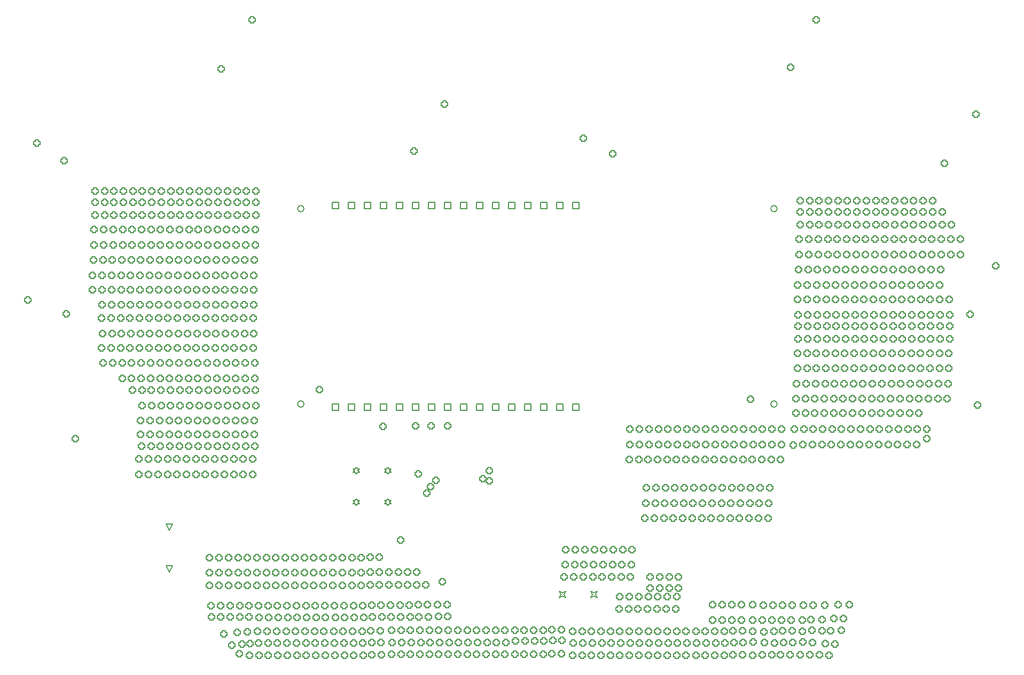
<source format=gbr>
%TF.GenerationSoftware,Altium Limited,Altium Designer,24.6.1 (21)*%
G04 Layer_Color=2752767*
%FSLAX45Y45*%
%MOMM*%
%TF.SameCoordinates,D6E34864-ACFE-43FA-A01B-F9739AC3D18D*%
%TF.FilePolarity,Positive*%
%TF.FileFunction,Drawing*%
%TF.Part,Single*%
G01*
G75*
%TA.AperFunction,NonConductor*%
%ADD54C,0.12700*%
%ADD91C,0.16933*%
D54*
X643810Y6426210D02*
Y6527810D01*
X745410D01*
Y6426210D01*
X643810D01*
X389810D02*
Y6527810D01*
X491410D01*
Y6426210D01*
X389810D01*
X135810D02*
Y6527810D01*
X237410D01*
Y6426210D01*
X135810D01*
X-118190D02*
Y6527810D01*
X-16590D01*
Y6426210D01*
X-118190D01*
X-372190D02*
Y6527810D01*
X-270590D01*
Y6426210D01*
X-372190D01*
X-626190D02*
Y6527810D01*
X-524590D01*
Y6426210D01*
X-626190D01*
X-880190D02*
Y6527810D01*
X-778590D01*
Y6426210D01*
X-880190D01*
X-1134190D02*
Y6527810D01*
X-1032590D01*
Y6426210D01*
X-1134190D01*
X-1388190D02*
Y6527810D01*
X-1286590D01*
Y6426210D01*
X-1388190D01*
X-1642190D02*
Y6527810D01*
X-1540590D01*
Y6426210D01*
X-1642190D01*
X-1896190D02*
Y6527810D01*
X-1794590D01*
Y6426210D01*
X-1896190D01*
X-2150190D02*
Y6527810D01*
X-2048590D01*
Y6426210D01*
X-2150190D01*
X-2404190D02*
Y6527810D01*
X-2302590D01*
Y6426210D01*
X-2404190D01*
X-2658190D02*
Y6527810D01*
X-2556590D01*
Y6426210D01*
X-2658190D01*
X-2912190D02*
Y6527810D01*
X-2810590D01*
Y6426210D01*
X-2912190D01*
X-3166190D02*
Y6527810D01*
X-3064590D01*
Y6426210D01*
X-3166190D01*
X643810Y9626210D02*
Y9727810D01*
X745410D01*
Y9626210D01*
X643810D01*
X389810D02*
Y9727810D01*
X491410D01*
Y9626210D01*
X389810D01*
X135810D02*
Y9727810D01*
X237410D01*
Y9626210D01*
X135810D01*
X-118190D02*
Y9727810D01*
X-16590D01*
Y9626210D01*
X-118190D01*
X-372190D02*
Y9727810D01*
X-270590D01*
Y9626210D01*
X-372190D01*
X-626190D02*
Y9727810D01*
X-524590D01*
Y9626210D01*
X-626190D01*
X-880190D02*
Y9727810D01*
X-778590D01*
Y9626210D01*
X-880190D01*
X-1134190D02*
Y9727810D01*
X-1032590D01*
Y9626210D01*
X-1134190D01*
X-1388190D02*
Y9727810D01*
X-1286590D01*
Y9626210D01*
X-1388190D01*
X-1642190D02*
Y9727810D01*
X-1540590D01*
Y9626210D01*
X-1642190D01*
X-1896190D02*
Y9727810D01*
X-1794590D01*
Y9626210D01*
X-1896190D01*
X-2150190D02*
Y9727810D01*
X-2048590D01*
Y9626210D01*
X-2150190D01*
X-2404190D02*
Y9727810D01*
X-2302590D01*
Y9626210D01*
X-2404190D01*
X-2658190D02*
Y9727810D01*
X-2556590D01*
Y9626210D01*
X-2658190D01*
X-2912190D02*
Y9727810D01*
X-2810590D01*
Y9626210D01*
X-2912190D01*
X-3166190D02*
Y9727810D01*
X-3064590D01*
Y9626210D01*
X-3166190D01*
X-5746190Y4520210D02*
X-5796990Y4621810D01*
X-5695390D01*
X-5746190Y4520210D01*
Y3860210D02*
X-5796990Y3961810D01*
X-5695390D01*
X-5746190Y3860210D01*
X-2786790Y4922111D02*
X-2761390Y4947511D01*
X-2735990D01*
X-2761390Y4972911D01*
X-2735990Y4998311D01*
X-2761390D01*
X-2786790Y5023711D01*
X-2812190Y4998311D01*
X-2837590D01*
X-2812190Y4972911D01*
X-2837590Y4947511D01*
X-2812190D01*
X-2786790Y4922111D01*
X-2286790D02*
X-2261390Y4947511D01*
X-2235990D01*
X-2261390Y4972911D01*
X-2235990Y4998311D01*
X-2261390D01*
X-2286790Y5023711D01*
X-2312190Y4998311D01*
X-2337590D01*
X-2312190Y4972911D01*
X-2337590Y4947511D01*
X-2312190D01*
X-2286790Y4922111D01*
Y5422110D02*
X-2261390Y5447510D01*
X-2235990D01*
X-2261390Y5472910D01*
X-2235990Y5498310D01*
X-2261390D01*
X-2286790Y5523710D01*
X-2312190Y5498310D01*
X-2337590D01*
X-2312190Y5472910D01*
X-2337590Y5447510D01*
X-2312190D01*
X-2286790Y5422110D01*
X-2786790D02*
X-2761390Y5447510D01*
X-2735990D01*
X-2761390Y5472910D01*
X-2735990Y5498310D01*
X-2761390D01*
X-2786790Y5523710D01*
X-2812190Y5498310D01*
X-2837590D01*
X-2812190Y5472910D01*
X-2837590Y5447510D01*
X-2812190D01*
X-2786790Y5422110D01*
X431010Y3453610D02*
X456410Y3504410D01*
X431010Y3555210D01*
X481810Y3529810D01*
X532610Y3555210D01*
X507210Y3504410D01*
X532610Y3453610D01*
X481810Y3479010D01*
X431010Y3453610D01*
X931010D02*
X956410Y3504410D01*
X931010Y3555210D01*
X981810Y3529810D01*
X1032610Y3555210D01*
X1007210Y3504410D01*
X1032610Y3453610D01*
X981810Y3479010D01*
X931010Y3453610D01*
X-1448590Y3682210D02*
Y3656810D01*
X-1397790D01*
Y3682210D01*
X-1372390D01*
Y3733010D01*
X-1397790D01*
Y3758410D01*
X-1448590D01*
Y3733010D01*
X-1473990D01*
Y3682210D01*
X-1448590D01*
X-2108990Y4342610D02*
Y4317210D01*
X-2058190D01*
Y4342610D01*
X-2032790D01*
Y4393410D01*
X-2058190D01*
Y4418810D01*
X-2108990D01*
Y4393410D01*
X-2134390D01*
Y4342610D01*
X-2108990D01*
X1998447Y3585028D02*
Y3559628D01*
X2049247D01*
Y3585028D01*
X2074647D01*
Y3635828D01*
X2049247D01*
Y3661228D01*
X1998447D01*
Y3635828D01*
X1973047D01*
Y3585028D01*
X1998447D01*
X2148447D02*
Y3559628D01*
X2199247D01*
Y3585028D01*
X2224647D01*
Y3635828D01*
X2199247D01*
Y3661228D01*
X2148447D01*
Y3635828D01*
X2123047D01*
Y3585028D01*
X2148447D01*
X2298447D02*
Y3559628D01*
X2349247D01*
Y3585028D01*
X2374647D01*
Y3635828D01*
X2349247D01*
Y3661228D01*
X2298447D01*
Y3635828D01*
X2273047D01*
Y3585028D01*
X2298447D01*
X1844559Y3584572D02*
Y3559172D01*
X1895359D01*
Y3584572D01*
X1920759D01*
Y3635372D01*
X1895359D01*
Y3660772D01*
X1844559D01*
Y3635372D01*
X1819159D01*
Y3584572D01*
X1844559D01*
Y3762372D02*
Y3736972D01*
X1895359D01*
Y3762372D01*
X1920759D01*
Y3813172D01*
X1895359D01*
Y3838572D01*
X1844559D01*
Y3813172D01*
X1819159D01*
Y3762372D01*
X1844559D01*
X2298447Y3762828D02*
Y3737428D01*
X2349247D01*
Y3762828D01*
X2374647D01*
Y3813628D01*
X2349247D01*
Y3839028D01*
X2298447D01*
Y3813628D01*
X2273047D01*
Y3762828D01*
X2298447D01*
X2148447D02*
Y3737428D01*
X2199247D01*
Y3762828D01*
X2224647D01*
Y3813628D01*
X2199247D01*
Y3839028D01*
X2148447D01*
Y3813628D01*
X2123047D01*
Y3762828D01*
X2148447D01*
X1998447D02*
Y3737428D01*
X2049247D01*
Y3762828D01*
X2074647D01*
Y3813628D01*
X2049247D01*
Y3839028D01*
X1998447D01*
Y3813628D01*
X1973047D01*
Y3762828D01*
X1998447D01*
X2253779Y3253021D02*
Y3227621D01*
X2304579D01*
Y3253021D01*
X2329979D01*
Y3303821D01*
X2304579D01*
Y3329221D01*
X2253779D01*
Y3303821D01*
X2228379D01*
Y3253021D01*
X2253779D01*
X2103779D02*
Y3227621D01*
X2154579D01*
Y3253021D01*
X2179979D01*
Y3303821D01*
X2154579D01*
Y3329221D01*
X2103779D01*
Y3303821D01*
X2078379D01*
Y3253021D01*
X2103779D01*
X1953779D02*
Y3227621D01*
X2004579D01*
Y3253021D01*
X2029979D01*
Y3303821D01*
X2004579D01*
Y3329221D01*
X1953779D01*
Y3303821D01*
X1928379D01*
Y3253021D01*
X1953779D01*
X1803779D02*
Y3227621D01*
X1854579D01*
Y3253021D01*
X1879979D01*
Y3303821D01*
X1854579D01*
Y3329221D01*
X1803779D01*
Y3303821D01*
X1778379D01*
Y3253021D01*
X1803779D01*
X1653779D02*
Y3227621D01*
X1704579D01*
Y3253021D01*
X1729979D01*
Y3303821D01*
X1704579D01*
Y3329221D01*
X1653779D01*
Y3303821D01*
X1628379D01*
Y3253021D01*
X1653779D01*
X1503779D02*
Y3227621D01*
X1554579D01*
Y3253021D01*
X1579979D01*
Y3303821D01*
X1554579D01*
Y3329221D01*
X1503779D01*
Y3303821D01*
X1478379D01*
Y3253021D01*
X1503779D01*
X1353779D02*
Y3227621D01*
X1404579D01*
Y3253021D01*
X1429979D01*
Y3303821D01*
X1404579D01*
Y3329221D01*
X1353779D01*
Y3303821D01*
X1328379D01*
Y3253021D01*
X1353779D01*
X1366479Y3443521D02*
Y3418121D01*
X1417279D01*
Y3443521D01*
X1442679D01*
Y3494321D01*
X1417279D01*
Y3519721D01*
X1366479D01*
Y3494321D01*
X1341079D01*
Y3443521D01*
X1366479D01*
X1516479D02*
Y3418121D01*
X1567279D01*
Y3443521D01*
X1592679D01*
Y3494321D01*
X1567279D01*
Y3519721D01*
X1516479D01*
Y3494321D01*
X1491079D01*
Y3443521D01*
X1516479D01*
X1666479D02*
Y3418121D01*
X1717279D01*
Y3443521D01*
X1742679D01*
Y3494321D01*
X1717279D01*
Y3519721D01*
X1666479D01*
Y3494321D01*
X1641079D01*
Y3443521D01*
X1666479D01*
X1816479D02*
Y3418121D01*
X1867279D01*
Y3443521D01*
X1892679D01*
Y3494321D01*
X1867279D01*
Y3519721D01*
X1816479D01*
Y3494321D01*
X1791079D01*
Y3443521D01*
X1816479D01*
X1966479D02*
Y3418121D01*
X2017279D01*
Y3443521D01*
X2042679D01*
Y3494321D01*
X2017279D01*
Y3519721D01*
X1966479D01*
Y3494321D01*
X1941079D01*
Y3443521D01*
X1966479D01*
X2116479D02*
Y3418121D01*
X2167279D01*
Y3443521D01*
X2192679D01*
Y3494321D01*
X2167279D01*
Y3519721D01*
X2116479D01*
Y3494321D01*
X2091079D01*
Y3443521D01*
X2116479D01*
X2266479D02*
Y3418121D01*
X2317279D01*
Y3443521D01*
X2342679D01*
Y3494321D01*
X2317279D01*
Y3519721D01*
X2266479D01*
Y3494321D01*
X2241079D01*
Y3443521D01*
X2266479D01*
X486773Y3762376D02*
Y3736976D01*
X537573D01*
Y3762376D01*
X562973D01*
Y3813176D01*
X537573D01*
Y3838576D01*
X486773D01*
Y3813176D01*
X461373D01*
Y3762376D01*
X486773D01*
X636773D02*
Y3736976D01*
X687573D01*
Y3762376D01*
X712973D01*
Y3813176D01*
X687573D01*
Y3838576D01*
X636773D01*
Y3813176D01*
X611373D01*
Y3762376D01*
X636773D01*
X786773D02*
Y3736976D01*
X837573D01*
Y3762376D01*
X862973D01*
Y3813176D01*
X837573D01*
Y3838576D01*
X786773D01*
Y3813176D01*
X761373D01*
Y3762376D01*
X786773D01*
X936773D02*
Y3736976D01*
X987573D01*
Y3762376D01*
X1012973D01*
Y3813176D01*
X987573D01*
Y3838576D01*
X936773D01*
Y3813176D01*
X911373D01*
Y3762376D01*
X936773D01*
X1086773D02*
Y3736976D01*
X1137573D01*
Y3762376D01*
X1162973D01*
Y3813176D01*
X1137573D01*
Y3838576D01*
X1086773D01*
Y3813176D01*
X1061373D01*
Y3762376D01*
X1086773D01*
X1236773D02*
Y3736976D01*
X1287573D01*
Y3762376D01*
X1312973D01*
Y3813176D01*
X1287573D01*
Y3838576D01*
X1236773D01*
Y3813176D01*
X1211373D01*
Y3762376D01*
X1236773D01*
X1386773D02*
Y3736976D01*
X1437573D01*
Y3762376D01*
X1462973D01*
Y3813176D01*
X1437573D01*
Y3838576D01*
X1386773D01*
Y3813176D01*
X1361373D01*
Y3762376D01*
X1386773D01*
X1536773D02*
Y3736976D01*
X1587573D01*
Y3762376D01*
X1612973D01*
Y3813176D01*
X1587573D01*
Y3838576D01*
X1536773D01*
Y3813176D01*
X1511373D01*
Y3762376D01*
X1536773D01*
X499473Y3952876D02*
Y3927476D01*
X550273D01*
Y3952876D01*
X575673D01*
Y4003676D01*
X550273D01*
Y4029076D01*
X499473D01*
Y4003676D01*
X474073D01*
Y3952876D01*
X499473D01*
X649473D02*
Y3927476D01*
X700273D01*
Y3952876D01*
X725673D01*
Y4003676D01*
X700273D01*
Y4029076D01*
X649473D01*
Y4003676D01*
X624073D01*
Y3952876D01*
X649473D01*
X799473D02*
Y3927476D01*
X850273D01*
Y3952876D01*
X875673D01*
Y4003676D01*
X850273D01*
Y4029076D01*
X799473D01*
Y4003676D01*
X774073D01*
Y3952876D01*
X799473D01*
X949473D02*
Y3927476D01*
X1000273D01*
Y3952876D01*
X1025673D01*
Y4003676D01*
X1000273D01*
Y4029076D01*
X949473D01*
Y4003676D01*
X924073D01*
Y3952876D01*
X949473D01*
X1099473D02*
Y3927476D01*
X1150273D01*
Y3952876D01*
X1175673D01*
Y4003676D01*
X1150273D01*
Y4029076D01*
X1099473D01*
Y4003676D01*
X1074073D01*
Y3952876D01*
X1099473D01*
X1249473D02*
Y3927476D01*
X1300273D01*
Y3952876D01*
X1325673D01*
Y4003676D01*
X1300273D01*
Y4029076D01*
X1249473D01*
Y4003676D01*
X1224073D01*
Y3952876D01*
X1249473D01*
X1399473D02*
Y3927476D01*
X1450273D01*
Y3952876D01*
X1475673D01*
Y4003676D01*
X1450273D01*
Y4029076D01*
X1399473D01*
Y4003676D01*
X1374073D01*
Y3952876D01*
X1399473D01*
X1549473D02*
Y3927476D01*
X1600273D01*
Y3952876D01*
X1625673D01*
Y4003676D01*
X1600273D01*
Y4029076D01*
X1549473D01*
Y4003676D01*
X1524073D01*
Y3952876D01*
X1549473D01*
X512173Y4194176D02*
Y4168776D01*
X562973D01*
Y4194176D01*
X588373D01*
Y4244976D01*
X562973D01*
Y4270376D01*
X512173D01*
Y4244976D01*
X486773D01*
Y4194176D01*
X512173D01*
X662173D02*
Y4168776D01*
X712973D01*
Y4194176D01*
X738373D01*
Y4244976D01*
X712973D01*
Y4270376D01*
X662173D01*
Y4244976D01*
X636773D01*
Y4194176D01*
X662173D01*
X812173D02*
Y4168776D01*
X862973D01*
Y4194176D01*
X888373D01*
Y4244976D01*
X862973D01*
Y4270376D01*
X812173D01*
Y4244976D01*
X786773D01*
Y4194176D01*
X812173D01*
X962173D02*
Y4168776D01*
X1012973D01*
Y4194176D01*
X1038373D01*
Y4244976D01*
X1012973D01*
Y4270376D01*
X962173D01*
Y4244976D01*
X936773D01*
Y4194176D01*
X962173D01*
X1112173D02*
Y4168776D01*
X1162973D01*
Y4194176D01*
X1188373D01*
Y4244976D01*
X1162973D01*
Y4270376D01*
X1112173D01*
Y4244976D01*
X1086773D01*
Y4194176D01*
X1112173D01*
X1262173D02*
Y4168776D01*
X1312973D01*
Y4194176D01*
X1338373D01*
Y4244976D01*
X1312973D01*
Y4270376D01*
X1262173D01*
Y4244976D01*
X1236773D01*
Y4194176D01*
X1262173D01*
X1412173D02*
Y4168776D01*
X1462973D01*
Y4194176D01*
X1488373D01*
Y4244976D01*
X1462973D01*
Y4270376D01*
X1412173D01*
Y4244976D01*
X1386773D01*
Y4194176D01*
X1412173D01*
X1562173D02*
Y4168776D01*
X1612973D01*
Y4194176D01*
X1638373D01*
Y4244976D01*
X1612973D01*
Y4270376D01*
X1562173D01*
Y4244976D01*
X1536773D01*
Y4194176D01*
X1562173D01*
X4683551Y2515219D02*
Y2489819D01*
X4734351D01*
Y2515219D01*
X4759751D01*
Y2566019D01*
X4734351D01*
Y2591419D01*
X4683551D01*
Y2566019D01*
X4658151D01*
Y2515219D01*
X4683551D01*
X5001051Y3315319D02*
Y3289919D01*
X5051851D01*
Y3315319D01*
X5077251D01*
Y3366119D01*
X5051851D01*
Y3391519D01*
X5001051D01*
Y3366119D01*
X4975651D01*
Y3315319D01*
X5001051D01*
X4772451Y2693019D02*
Y2667619D01*
X4823251D01*
Y2693019D01*
X4848651D01*
Y2743819D01*
X4823251D01*
Y2769219D01*
X4772451D01*
Y2743819D01*
X4747051D01*
Y2693019D01*
X4772451D01*
X4874051Y2908919D02*
Y2883519D01*
X4924851D01*
Y2908919D01*
X4950251D01*
Y2959719D01*
X4924851D01*
Y2985119D01*
X4874051D01*
Y2959719D01*
X4848651D01*
Y2908919D01*
X4874051D01*
X4912151Y3099419D02*
Y3074019D01*
X4962951D01*
Y3099419D01*
X4988351D01*
Y3150219D01*
X4962951D01*
Y3175619D01*
X4912151D01*
Y3150219D01*
X4886751D01*
Y3099419D01*
X4912151D01*
X4430944Y3312981D02*
Y3287581D01*
X4481744D01*
Y3312981D01*
X4507144D01*
Y3363781D01*
X4481744D01*
Y3389181D01*
X4430944D01*
Y3363781D01*
X4405544D01*
Y3312981D01*
X4430944D01*
X4612056Y3312526D02*
Y3287126D01*
X4662856D01*
Y3312526D01*
X4688256D01*
Y3363326D01*
X4662856D01*
Y3388726D01*
X4612056D01*
Y3363326D01*
X4586656D01*
Y3312526D01*
X4612056D01*
X4278301Y3311255D02*
Y3285855D01*
X4329101D01*
Y3311255D01*
X4354501D01*
Y3362055D01*
X4329101D01*
Y3387455D01*
X4278301D01*
Y3362055D01*
X4252901D01*
Y3311255D01*
X4278301D01*
X3947189Y3311711D02*
Y3286311D01*
X3997989D01*
Y3311711D01*
X4023389D01*
Y3362511D01*
X3997989D01*
Y3387911D01*
X3947189D01*
Y3362511D01*
X3921789D01*
Y3311711D01*
X3947189D01*
X4097189D02*
Y3286311D01*
X4147989D01*
Y3311711D01*
X4173389D01*
Y3362511D01*
X4147989D01*
Y3387911D01*
X4097189D01*
Y3362511D01*
X4071789D01*
Y3311711D01*
X4097189D01*
X3793301Y3311255D02*
Y3285855D01*
X3844101D01*
Y3311255D01*
X3869501D01*
Y3362055D01*
X3844101D01*
Y3387455D01*
X3793301D01*
Y3362055D01*
X3767901D01*
Y3311255D01*
X3793301D01*
X3643301D02*
Y3285855D01*
X3694101D01*
Y3311255D01*
X3719501D01*
Y3362055D01*
X3694101D01*
Y3387455D01*
X3643301D01*
Y3362055D01*
X3617901D01*
Y3311255D01*
X3643301D01*
X4420258Y2721278D02*
Y2695878D01*
X4471058D01*
Y2721278D01*
X4496458D01*
Y2772078D01*
X4471058D01*
Y2797478D01*
X4420258D01*
Y2772078D01*
X4394858D01*
Y2721278D01*
X4420258D01*
X4391435Y3084317D02*
Y3058917D01*
X4442235D01*
Y3084317D01*
X4467635D01*
Y3135117D01*
X4442235D01*
Y3160517D01*
X4391435D01*
Y3135117D01*
X4366035D01*
Y3084317D01*
X4391435D01*
X4572547Y3083861D02*
Y3058461D01*
X4623347D01*
Y3083861D01*
X4648747D01*
Y3134661D01*
X4623347D01*
Y3160061D01*
X4572547D01*
Y3134661D01*
X4547147D01*
Y3083861D01*
X4572547D01*
Y2906061D02*
Y2880661D01*
X4623347D01*
Y2906061D01*
X4648747D01*
Y2956861D01*
X4623347D01*
Y2982261D01*
X4572547D01*
Y2956861D01*
X4547147D01*
Y2906061D01*
X4572547D01*
X4407558Y2911778D02*
Y2886378D01*
X4458358D01*
Y2911778D01*
X4483758D01*
Y2962578D01*
X4458358D01*
Y2987978D01*
X4407558D01*
Y2962578D01*
X4382158D01*
Y2911778D01*
X4407558D01*
X4095854Y2905471D02*
Y2880071D01*
X4146654D01*
Y2905471D01*
X4172054D01*
Y2956271D01*
X4146654D01*
Y2981671D01*
X4095854D01*
Y2956271D01*
X4070454D01*
Y2905471D01*
X4095854D01*
X3945854D02*
Y2880071D01*
X3996654D01*
Y2905471D01*
X4022054D01*
Y2956271D01*
X3996654D01*
Y2981671D01*
X3945854D01*
Y2956271D01*
X3920454D01*
Y2905471D01*
X3945854D01*
X3645532Y2887510D02*
Y2862110D01*
X3696332D01*
Y2887510D01*
X3721732D01*
Y2938310D01*
X3696332D01*
Y2963710D01*
X3645532D01*
Y2938310D01*
X3620132D01*
Y2887510D01*
X3645532D01*
X3808232Y2900210D02*
Y2874810D01*
X3859032D01*
Y2900210D01*
X3884432D01*
Y2951010D01*
X3859032D01*
Y2976410D01*
X3808232D01*
Y2951010D01*
X3782832D01*
Y2900210D01*
X3808232D01*
X4260844Y2899754D02*
Y2874354D01*
X4311644D01*
Y2899754D01*
X4337044D01*
Y2950554D01*
X4311644D01*
Y2975954D01*
X4260844D01*
Y2950554D01*
X4235444D01*
Y2899754D01*
X4260844D01*
Y3077554D02*
Y3052154D01*
X4311644D01*
Y3077554D01*
X4337044D01*
Y3128354D01*
X4311644D01*
Y3153754D01*
X4260844D01*
Y3128354D01*
X4235444D01*
Y3077554D01*
X4260844D01*
X3929732Y3078010D02*
Y3052610D01*
X3980532D01*
Y3078010D01*
X4005932D01*
Y3128810D01*
X3980532D01*
Y3154210D01*
X3929732D01*
Y3128810D01*
X3904332D01*
Y3078010D01*
X3929732D01*
X4079732D02*
Y3052610D01*
X4130532D01*
Y3078010D01*
X4155932D01*
Y3128810D01*
X4130532D01*
Y3154210D01*
X4079732D01*
Y3128810D01*
X4054332D01*
Y3078010D01*
X4079732D01*
X3775844Y3077554D02*
Y3052154D01*
X3826644D01*
Y3077554D01*
X3852044D01*
Y3128354D01*
X3826644D01*
Y3153754D01*
X3775844D01*
Y3128354D01*
X3750444D01*
Y3077554D01*
X3775844D01*
X3625844D02*
Y3052154D01*
X3676644D01*
Y3077554D01*
X3702044D01*
Y3128354D01*
X3676644D01*
Y3153754D01*
X3625844D01*
Y3128354D01*
X3600444D01*
Y3077554D01*
X3625844D01*
X3820932Y2709710D02*
Y2684310D01*
X3871732D01*
Y2709710D01*
X3897132D01*
Y2760510D01*
X3871732D01*
Y2785910D01*
X3820932D01*
Y2760510D01*
X3795532D01*
Y2709710D01*
X3820932D01*
X3658232Y2722410D02*
Y2697010D01*
X3709032D01*
Y2722410D01*
X3734432D01*
Y2773210D01*
X3709032D01*
Y2798610D01*
X3658232D01*
Y2773210D01*
X3632832D01*
Y2722410D01*
X3658232D01*
X3958554Y2714971D02*
Y2689571D01*
X4009354D01*
Y2714971D01*
X4034754D01*
Y2765771D01*
X4009354D01*
Y2791171D01*
X3958554D01*
Y2765771D01*
X3933154D01*
Y2714971D01*
X3958554D01*
X4108554D02*
Y2689571D01*
X4159354D01*
Y2714971D01*
X4184754D01*
Y2765771D01*
X4159354D01*
Y2791171D01*
X4108554D01*
Y2765771D01*
X4083154D01*
Y2714971D01*
X4108554D01*
X4263332Y2724912D02*
Y2699512D01*
X4314132D01*
Y2724912D01*
X4339532D01*
Y2775712D01*
X4314132D01*
Y2801112D01*
X4263332D01*
Y2775712D01*
X4237932D01*
Y2724912D01*
X4263332D01*
X3475932D02*
Y2699512D01*
X3526732D01*
Y2724912D01*
X3552132D01*
Y2775712D01*
X3526732D01*
Y2801112D01*
X3475932D01*
Y2775712D01*
X3450532D01*
Y2724912D01*
X3475932D01*
X4822132Y3317908D02*
Y3292508D01*
X4872932D01*
Y3317908D01*
X4898332D01*
Y3368708D01*
X4872932D01*
Y3394108D01*
X4822132D01*
Y3368708D01*
X4796732D01*
Y3317908D01*
X4822132D01*
X4761710Y3098010D02*
Y3072610D01*
X4812510D01*
Y3098010D01*
X4837910D01*
Y3148810D01*
X4812510D01*
Y3174210D01*
X4761710D01*
Y3148810D01*
X4736310D01*
Y3098010D01*
X4761710D01*
X4710910Y2907510D02*
Y2882110D01*
X4761710D01*
Y2907510D01*
X4787110D01*
Y2958310D01*
X4761710D01*
Y2983710D01*
X4710910D01*
Y2958310D01*
X4685510D01*
Y2907510D01*
X4710910D01*
X4618932Y2699512D02*
Y2674112D01*
X4669732D01*
Y2699512D01*
X4695132D01*
Y2750312D01*
X4669732D01*
Y2775712D01*
X4618932D01*
Y2750312D01*
X4593532D01*
Y2699512D01*
X4618932D01*
X4530032Y2521712D02*
Y2496312D01*
X4580832D01*
Y2521712D01*
X4606232D01*
Y2572512D01*
X4580832D01*
Y2597912D01*
X4530032D01*
Y2572512D01*
X4504632D01*
Y2521712D01*
X4530032D01*
X4377632D02*
Y2496312D01*
X4428432D01*
Y2521712D01*
X4453832D01*
Y2572512D01*
X4428432D01*
Y2597912D01*
X4377632D01*
Y2572512D01*
X4352232D01*
Y2521712D01*
X4377632D01*
X4060242Y2527429D02*
Y2502029D01*
X4111042D01*
Y2527429D01*
X4136442D01*
Y2578229D01*
X4111042D01*
Y2603629D01*
X4060242D01*
Y2578229D01*
X4034842D01*
Y2527429D01*
X4060242D01*
X3910242D02*
Y2502029D01*
X3961042D01*
Y2527429D01*
X3986442D01*
Y2578229D01*
X3961042D01*
Y2603629D01*
X3910242D01*
Y2578229D01*
X3884842D01*
Y2527429D01*
X3910242D01*
X3622620Y2522168D02*
Y2496768D01*
X3673420D01*
Y2522168D01*
X3698820D01*
Y2572968D01*
X3673420D01*
Y2598368D01*
X3622620D01*
Y2572968D01*
X3597220D01*
Y2522168D01*
X3622620D01*
X3772620D02*
Y2496768D01*
X3823420D01*
Y2522168D01*
X3848820D01*
Y2572968D01*
X3823420D01*
Y2598368D01*
X3772620D01*
Y2572968D01*
X3747220D01*
Y2522168D01*
X3772620D01*
X4225232Y2521712D02*
Y2496312D01*
X4276032D01*
Y2521712D01*
X4301432D01*
Y2572512D01*
X4276032D01*
Y2597912D01*
X4225232D01*
Y2572512D01*
X4199832D01*
Y2521712D01*
X4225232D01*
X-4623590Y2691610D02*
Y2666210D01*
X-4572790D01*
Y2691610D01*
X-4547390D01*
Y2742410D01*
X-4572790D01*
Y2767810D01*
X-4623590D01*
Y2742410D01*
X-4648990D01*
Y2691610D01*
X-4623590D01*
X-4495333Y2703497D02*
Y2678097D01*
X-4444533D01*
Y2703497D01*
X-4419133D01*
Y2754297D01*
X-4444533D01*
Y2779697D01*
X-4495333D01*
Y2754297D01*
X-4520733D01*
Y2703497D01*
X-4495333D01*
X-4508733Y3122836D02*
Y3097436D01*
X-4457933D01*
Y3122836D01*
X-4432533D01*
Y3173636D01*
X-4457933D01*
Y3199036D01*
X-4508733D01*
Y3173636D01*
X-4534133D01*
Y3122836D01*
X-4508733D01*
X-4658733D02*
Y3097436D01*
X-4607933D01*
Y3122836D01*
X-4582533D01*
Y3173636D01*
X-4607933D01*
Y3199036D01*
X-4658733D01*
Y3173636D01*
X-4684133D01*
Y3122836D01*
X-4658733D01*
X-4808733D02*
Y3097436D01*
X-4757933D01*
Y3122836D01*
X-4732533D01*
Y3173636D01*
X-4757933D01*
Y3199036D01*
X-4808733D01*
Y3173636D01*
X-4834133D01*
Y3122836D01*
X-4808733D01*
X-4958733D02*
Y3097436D01*
X-4907933D01*
Y3122836D01*
X-4882533D01*
Y3173636D01*
X-4907933D01*
Y3199036D01*
X-4958733D01*
Y3173636D01*
X-4984133D01*
Y3122836D01*
X-4958733D01*
X-4534133Y2890332D02*
Y2864932D01*
X-4483333D01*
Y2890332D01*
X-4457933D01*
Y2941132D01*
X-4483333D01*
Y2966532D01*
X-4534133D01*
Y2941132D01*
X-4559533D01*
Y2890332D01*
X-4534133D01*
X-4696833Y2877632D02*
Y2852232D01*
X-4646033D01*
Y2877632D01*
X-4620633D01*
Y2928432D01*
X-4646033D01*
Y2953832D01*
X-4696833D01*
Y2928432D01*
X-4722233D01*
Y2877632D01*
X-4696833D01*
X-2419246Y2714971D02*
Y2689571D01*
X-2368446D01*
Y2714971D01*
X-2343046D01*
Y2765771D01*
X-2368446D01*
Y2791171D01*
X-2419246D01*
Y2765771D01*
X-2444646D01*
Y2714971D01*
X-2419246D01*
X-2569246D02*
Y2689571D01*
X-2518446D01*
Y2714971D01*
X-2493046D01*
Y2765771D01*
X-2518446D01*
Y2791171D01*
X-2569246D01*
Y2765771D01*
X-2594646D01*
Y2714971D01*
X-2569246D01*
X-3156868Y2709710D02*
Y2684310D01*
X-3106068D01*
Y2709710D01*
X-3080668D01*
Y2760510D01*
X-3106068D01*
Y2785910D01*
X-3156868D01*
Y2760510D01*
X-3182268D01*
Y2709710D01*
X-3156868D01*
X-3006868D02*
Y2684310D01*
X-2956068D01*
Y2709710D01*
X-2930668D01*
Y2760510D01*
X-2956068D01*
Y2785910D01*
X-3006868D01*
Y2760510D01*
X-3032268D01*
Y2709710D01*
X-3006868D01*
X-2856868D02*
Y2684310D01*
X-2806068D01*
Y2709710D01*
X-2780668D01*
Y2760510D01*
X-2806068D01*
Y2785910D01*
X-2856868D01*
Y2760510D01*
X-2882268D01*
Y2709710D01*
X-2856868D01*
X-2706868D02*
Y2684310D01*
X-2656068D01*
Y2709710D01*
X-2630668D01*
Y2760510D01*
X-2656068D01*
Y2785910D01*
X-2706868D01*
Y2760510D01*
X-2732268D01*
Y2709710D01*
X-2706868D01*
X-3310756Y2709254D02*
Y2683854D01*
X-3259956D01*
Y2709254D01*
X-3234556D01*
Y2760054D01*
X-3259956D01*
Y2785454D01*
X-3310756D01*
Y2760054D01*
X-3336156D01*
Y2709254D01*
X-3310756D01*
X-3460756D02*
Y2683854D01*
X-3409956D01*
Y2709254D01*
X-3384556D01*
Y2760054D01*
X-3409956D01*
Y2785454D01*
X-3460756D01*
Y2760054D01*
X-3486156D01*
Y2709254D01*
X-3460756D01*
X-3610756D02*
Y2683854D01*
X-3559956D01*
Y2709254D01*
X-3534556D01*
Y2760054D01*
X-3559956D01*
Y2785454D01*
X-3610756D01*
Y2760054D01*
X-3636156D01*
Y2709254D01*
X-3610756D01*
X-3760756D02*
Y2683854D01*
X-3709956D01*
Y2709254D01*
X-3684556D01*
Y2760054D01*
X-3709956D01*
Y2785454D01*
X-3760756D01*
Y2760054D01*
X-3786156D01*
Y2709254D01*
X-3760756D01*
X-3910756D02*
Y2683854D01*
X-3859956D01*
Y2709254D01*
X-3834556D01*
Y2760054D01*
X-3859956D01*
Y2785454D01*
X-3910756D01*
Y2760054D01*
X-3936156D01*
Y2709254D01*
X-3910756D01*
X-4060756D02*
Y2683854D01*
X-4009956D01*
Y2709254D01*
X-3984556D01*
Y2760054D01*
X-4009956D01*
Y2785454D01*
X-4060756D01*
Y2760054D01*
X-4086156D01*
Y2709254D01*
X-4060756D01*
X-4210756D02*
Y2683854D01*
X-4159956D01*
Y2709254D01*
X-4134556D01*
Y2760054D01*
X-4159956D01*
Y2785454D01*
X-4210756D01*
Y2760054D01*
X-4236156D01*
Y2709254D01*
X-4210756D01*
X-4360756D02*
Y2683854D01*
X-4309956D01*
Y2709254D01*
X-4284556D01*
Y2760054D01*
X-4309956D01*
Y2785454D01*
X-4360756D01*
Y2760054D01*
X-4386156D01*
Y2709254D01*
X-4360756D01*
X450954Y2753071D02*
Y2727671D01*
X501754D01*
Y2753071D01*
X527154D01*
Y2803871D01*
X501754D01*
Y2829271D01*
X450954D01*
Y2803871D01*
X425554D01*
Y2753071D01*
X450954D01*
X300954D02*
Y2727671D01*
X351754D01*
Y2753071D01*
X377154D01*
Y2803871D01*
X351754D01*
Y2829271D01*
X300954D01*
Y2803871D01*
X275554D01*
Y2753071D01*
X300954D01*
X-286668Y2747810D02*
Y2722410D01*
X-235868D01*
Y2747810D01*
X-210468D01*
Y2798610D01*
X-235868D01*
Y2824010D01*
X-286668D01*
Y2798610D01*
X-312068D01*
Y2747810D01*
X-286668D01*
X-136668D02*
Y2722410D01*
X-85868D01*
Y2747810D01*
X-60468D01*
Y2798610D01*
X-85868D01*
Y2824010D01*
X-136668D01*
Y2798610D01*
X-162068D01*
Y2747810D01*
X-136668D01*
X13332D02*
Y2722410D01*
X64132D01*
Y2747810D01*
X89532D01*
Y2798610D01*
X64132D01*
Y2824010D01*
X13332D01*
Y2798610D01*
X-12068D01*
Y2747810D01*
X13332D01*
X163332D02*
Y2722410D01*
X214132D01*
Y2747810D01*
X239532D01*
Y2798610D01*
X214132D01*
Y2824010D01*
X163332D01*
Y2798610D01*
X137932D01*
Y2747810D01*
X163332D01*
X-440556Y2721954D02*
Y2696554D01*
X-389756D01*
Y2721954D01*
X-364356D01*
Y2772754D01*
X-389756D01*
Y2798154D01*
X-440556D01*
Y2772754D01*
X-465956D01*
Y2721954D01*
X-440556D01*
X-590556D02*
Y2696554D01*
X-539756D01*
Y2721954D01*
X-514356D01*
Y2772754D01*
X-539756D01*
Y2798154D01*
X-590556D01*
Y2772754D01*
X-615956D01*
Y2721954D01*
X-590556D01*
X-740556D02*
Y2696554D01*
X-689756D01*
Y2721954D01*
X-664356D01*
Y2772754D01*
X-689756D01*
Y2798154D01*
X-740556D01*
Y2772754D01*
X-765956D01*
Y2721954D01*
X-740556D01*
X-890556D02*
Y2696554D01*
X-839756D01*
Y2721954D01*
X-814356D01*
Y2772754D01*
X-839756D01*
Y2798154D01*
X-890556D01*
Y2772754D01*
X-915956D01*
Y2721954D01*
X-890556D01*
X-1040556D02*
Y2696554D01*
X-989756D01*
Y2721954D01*
X-964356D01*
Y2772754D01*
X-989756D01*
Y2798154D01*
X-1040556D01*
Y2772754D01*
X-1065956D01*
Y2721954D01*
X-1040556D01*
X-1190556D02*
Y2696554D01*
X-1139756D01*
Y2721954D01*
X-1114356D01*
Y2772754D01*
X-1139756D01*
Y2798154D01*
X-1190556D01*
Y2772754D01*
X-1215956D01*
Y2721954D01*
X-1190556D01*
X-1340556D02*
Y2696554D01*
X-1289756D01*
Y2721954D01*
X-1264356D01*
Y2772754D01*
X-1289756D01*
Y2798154D01*
X-1340556D01*
Y2772754D01*
X-1365956D01*
Y2721954D01*
X-1340556D01*
X-1490556D02*
Y2696554D01*
X-1439756D01*
Y2721954D01*
X-1414356D01*
Y2772754D01*
X-1439756D01*
Y2798154D01*
X-1490556D01*
Y2772754D01*
X-1515956D01*
Y2721954D01*
X-1490556D01*
X-1640556D02*
Y2696554D01*
X-1589756D01*
Y2721954D01*
X-1564356D01*
Y2772754D01*
X-1589756D01*
Y2798154D01*
X-1640556D01*
Y2772754D01*
X-1665956D01*
Y2721954D01*
X-1640556D01*
X-1790556D02*
Y2696554D01*
X-1739756D01*
Y2721954D01*
X-1714356D01*
Y2772754D01*
X-1739756D01*
Y2798154D01*
X-1790556D01*
Y2772754D01*
X-1815956D01*
Y2721954D01*
X-1790556D01*
X-1940556D02*
Y2696554D01*
X-1889756D01*
Y2721954D01*
X-1864356D01*
Y2772754D01*
X-1889756D01*
Y2798154D01*
X-1940556D01*
Y2772754D01*
X-1965956D01*
Y2721954D01*
X-1940556D01*
X-2090556D02*
Y2696554D01*
X-2039756D01*
Y2721954D01*
X-2014356D01*
Y2772754D01*
X-2039756D01*
Y2798154D01*
X-2090556D01*
Y2772754D01*
X-2115956D01*
Y2721954D01*
X-2090556D01*
X-2240556D02*
Y2696554D01*
X-2189756D01*
Y2721954D01*
X-2164356D01*
Y2772754D01*
X-2189756D01*
Y2798154D01*
X-2240556D01*
Y2772754D01*
X-2265956D01*
Y2721954D01*
X-2240556D01*
X3321154Y2714971D02*
Y2689571D01*
X3371954D01*
Y2714971D01*
X3397354D01*
Y2765771D01*
X3371954D01*
Y2791171D01*
X3321154D01*
Y2765771D01*
X3295754D01*
Y2714971D01*
X3321154D01*
X3171154D02*
Y2689571D01*
X3221954D01*
Y2714971D01*
X3247354D01*
Y2765771D01*
X3221954D01*
Y2791171D01*
X3171154D01*
Y2765771D01*
X3145754D01*
Y2714971D01*
X3171154D01*
X2583532Y2709710D02*
Y2684310D01*
X2634332D01*
Y2709710D01*
X2659732D01*
Y2760510D01*
X2634332D01*
Y2785910D01*
X2583532D01*
Y2760510D01*
X2558132D01*
Y2709710D01*
X2583532D01*
X2733532D02*
Y2684310D01*
X2784332D01*
Y2709710D01*
X2809732D01*
Y2760510D01*
X2784332D01*
Y2785910D01*
X2733532D01*
Y2760510D01*
X2708132D01*
Y2709710D01*
X2733532D01*
X2883532D02*
Y2684310D01*
X2934332D01*
Y2709710D01*
X2959732D01*
Y2760510D01*
X2934332D01*
Y2785910D01*
X2883532D01*
Y2760510D01*
X2858132D01*
Y2709710D01*
X2883532D01*
X3033532D02*
Y2684310D01*
X3084332D01*
Y2709710D01*
X3109732D01*
Y2760510D01*
X3084332D01*
Y2785910D01*
X3033532D01*
Y2760510D01*
X3008132D01*
Y2709710D01*
X3033532D01*
X2429644Y2709254D02*
Y2683854D01*
X2480444D01*
Y2709254D01*
X2505844D01*
Y2760054D01*
X2480444D01*
Y2785454D01*
X2429644D01*
Y2760054D01*
X2404244D01*
Y2709254D01*
X2429644D01*
X2279644D02*
Y2683854D01*
X2330444D01*
Y2709254D01*
X2355844D01*
Y2760054D01*
X2330444D01*
Y2785454D01*
X2279644D01*
Y2760054D01*
X2254244D01*
Y2709254D01*
X2279644D01*
X2129644D02*
Y2683854D01*
X2180444D01*
Y2709254D01*
X2205844D01*
Y2760054D01*
X2180444D01*
Y2785454D01*
X2129644D01*
Y2760054D01*
X2104244D01*
Y2709254D01*
X2129644D01*
X1979644D02*
Y2683854D01*
X2030444D01*
Y2709254D01*
X2055844D01*
Y2760054D01*
X2030444D01*
Y2785454D01*
X1979644D01*
Y2760054D01*
X1954244D01*
Y2709254D01*
X1979644D01*
X1829644D02*
Y2683854D01*
X1880444D01*
Y2709254D01*
X1905844D01*
Y2760054D01*
X1880444D01*
Y2785454D01*
X1829644D01*
Y2760054D01*
X1804244D01*
Y2709254D01*
X1829644D01*
X1679644D02*
Y2683854D01*
X1730444D01*
Y2709254D01*
X1755844D01*
Y2760054D01*
X1730444D01*
Y2785454D01*
X1679644D01*
Y2760054D01*
X1654244D01*
Y2709254D01*
X1679644D01*
X1529644D02*
Y2683854D01*
X1580444D01*
Y2709254D01*
X1605844D01*
Y2760054D01*
X1580444D01*
Y2785454D01*
X1529644D01*
Y2760054D01*
X1504244D01*
Y2709254D01*
X1529644D01*
X1379644D02*
Y2683854D01*
X1430444D01*
Y2709254D01*
X1455844D01*
Y2760054D01*
X1430444D01*
Y2785454D01*
X1379644D01*
Y2760054D01*
X1354244D01*
Y2709254D01*
X1379644D01*
X1229644D02*
Y2683854D01*
X1280444D01*
Y2709254D01*
X1305844D01*
Y2760054D01*
X1280444D01*
Y2785454D01*
X1229644D01*
Y2760054D01*
X1204244D01*
Y2709254D01*
X1229644D01*
X1079644D02*
Y2683854D01*
X1130444D01*
Y2709254D01*
X1155844D01*
Y2760054D01*
X1130444D01*
Y2785454D01*
X1079644D01*
Y2760054D01*
X1054244D01*
Y2709254D01*
X1079644D01*
X929644D02*
Y2683854D01*
X980444D01*
Y2709254D01*
X1005844D01*
Y2760054D01*
X980444D01*
Y2785454D01*
X929644D01*
Y2760054D01*
X904244D01*
Y2709254D01*
X929644D01*
X779644D02*
Y2683854D01*
X830444D01*
Y2709254D01*
X855844D01*
Y2760054D01*
X830444D01*
Y2785454D01*
X779644D01*
Y2760054D01*
X754244D01*
Y2709254D01*
X779644D01*
X629644D02*
Y2683854D01*
X680444D01*
Y2709254D01*
X705844D01*
Y2760054D01*
X680444D01*
Y2785454D01*
X629644D01*
Y2760054D01*
X604244D01*
Y2709254D01*
X629644D01*
X-4501602Y2514014D02*
Y2488614D01*
X-4450802D01*
Y2514014D01*
X-4425402D01*
Y2564814D01*
X-4450802D01*
Y2590214D01*
X-4501602D01*
Y2564814D01*
X-4527002D01*
Y2514014D01*
X-4501602D01*
X-4666702Y2539414D02*
Y2514014D01*
X-4615902D01*
Y2539414D01*
X-4590502D01*
Y2590214D01*
X-4615902D01*
Y2615614D01*
X-4666702D01*
Y2590214D01*
X-4692102D01*
Y2539414D01*
X-4666702D01*
X-4781002Y2679114D02*
Y2653714D01*
X-4730202D01*
Y2679114D01*
X-4704802D01*
Y2729914D01*
X-4730202D01*
Y2755314D01*
X-4781002D01*
Y2729914D01*
X-4806402D01*
Y2679114D01*
X-4781002D01*
X-4908002Y2856914D02*
Y2831514D01*
X-4857202D01*
Y2856914D01*
X-4831802D01*
Y2907714D01*
X-4857202D01*
Y2933114D01*
X-4908002D01*
Y2907714D01*
X-4933402D01*
Y2856914D01*
X-4908002D01*
X-5102406Y3123614D02*
Y3098214D01*
X-5051606D01*
Y3123614D01*
X-5026206D01*
Y3174414D01*
X-5051606D01*
Y3199814D01*
X-5102406D01*
Y3174414D01*
X-5127806D01*
Y3123614D01*
X-5102406D01*
X-1508926Y3131443D02*
Y3106043D01*
X-1458126D01*
Y3131443D01*
X-1432726D01*
Y3182243D01*
X-1458126D01*
Y3207643D01*
X-1508926D01*
Y3182243D01*
X-1534326D01*
Y3131443D01*
X-1508926D01*
X-1358926D02*
Y3106043D01*
X-1308126D01*
Y3131443D01*
X-1282726D01*
Y3182243D01*
X-1308126D01*
Y3207643D01*
X-1358926D01*
Y3182243D01*
X-1384326D01*
Y3131443D01*
X-1358926D01*
X-1521626Y3321943D02*
Y3296543D01*
X-1470826D01*
Y3321943D01*
X-1445426D01*
Y3372743D01*
X-1470826D01*
Y3398143D01*
X-1521626D01*
Y3372743D01*
X-1547026D01*
Y3321943D01*
X-1521626D01*
X-1371626D02*
Y3296543D01*
X-1320826D01*
Y3321943D01*
X-1295426D01*
Y3372743D01*
X-1320826D01*
Y3398143D01*
X-1371626D01*
Y3372743D01*
X-1397026D01*
Y3321943D01*
X-1371626D01*
X-1994829Y3833536D02*
Y3808136D01*
X-1944029D01*
Y3833536D01*
X-1918629D01*
Y3884336D01*
X-1944029D01*
Y3909736D01*
X-1994829D01*
Y3884336D01*
X-2020229D01*
Y3833536D01*
X-1994829D01*
X-2144829D02*
Y3808136D01*
X-2094029D01*
Y3833536D01*
X-2068629D01*
Y3884336D01*
X-2094029D01*
Y3909736D01*
X-2144829D01*
Y3884336D01*
X-2170229D01*
Y3833536D01*
X-2144829D01*
X-2294829D02*
Y3808136D01*
X-2244029D01*
Y3833536D01*
X-2218629D01*
Y3884336D01*
X-2244029D01*
Y3909736D01*
X-2294829D01*
Y3884336D01*
X-2320229D01*
Y3833536D01*
X-2294829D01*
X-1857207Y3838797D02*
Y3813397D01*
X-1806407D01*
Y3838797D01*
X-1781007D01*
Y3889597D01*
X-1806407D01*
Y3914997D01*
X-1857207D01*
Y3889597D01*
X-1882607D01*
Y3838797D01*
X-1857207D01*
X-1707207Y3635597D02*
Y3610197D01*
X-1656407D01*
Y3635597D01*
X-1631007D01*
Y3686397D01*
X-1656407D01*
Y3711797D01*
X-1707207D01*
Y3686397D01*
X-1732607D01*
Y3635597D01*
X-1707207D01*
X-1857207D02*
Y3610197D01*
X-1806407D01*
Y3635597D01*
X-1781007D01*
Y3686397D01*
X-1806407D01*
Y3711797D01*
X-1857207D01*
Y3686397D01*
X-1882607D01*
Y3635597D01*
X-1857207D01*
X-1681807Y3318097D02*
Y3292697D01*
X-1631007D01*
Y3318097D01*
X-1605607D01*
Y3368897D01*
X-1631007D01*
Y3394297D01*
X-1681807D01*
Y3368897D01*
X-1707207D01*
Y3318097D01*
X-1681807D01*
X-1831807D02*
Y3292697D01*
X-1781007D01*
Y3318097D01*
X-1755607D01*
Y3368897D01*
X-1781007D01*
Y3394297D01*
X-1831807D01*
Y3368897D01*
X-1857207D01*
Y3318097D01*
X-1831807D01*
X-2269429Y3312836D02*
Y3287436D01*
X-2218629D01*
Y3312836D01*
X-2193229D01*
Y3363636D01*
X-2218629D01*
Y3389036D01*
X-2269429D01*
Y3363636D01*
X-2294829D01*
Y3312836D01*
X-2269429D01*
X-2119429D02*
Y3287436D01*
X-2068629D01*
Y3312836D01*
X-2043229D01*
Y3363636D01*
X-2068629D01*
Y3389036D01*
X-2119429D01*
Y3363636D01*
X-2144829D01*
Y3312836D01*
X-2119429D01*
X-1969429D02*
Y3287436D01*
X-1918629D01*
Y3312836D01*
X-1893229D01*
Y3363636D01*
X-1918629D01*
Y3389036D01*
X-1969429D01*
Y3363636D01*
X-1994829D01*
Y3312836D01*
X-1969429D01*
X-2294829Y3630336D02*
Y3604936D01*
X-2244029D01*
Y3630336D01*
X-2218629D01*
Y3681136D01*
X-2244029D01*
Y3706536D01*
X-2294829D01*
Y3681136D01*
X-2320229D01*
Y3630336D01*
X-2294829D01*
X-2144829D02*
Y3604936D01*
X-2094029D01*
Y3630336D01*
X-2068629D01*
Y3681136D01*
X-2094029D01*
Y3706536D01*
X-2144829D01*
Y3681136D01*
X-2170229D01*
Y3630336D01*
X-2144829D01*
X-1994829D02*
Y3604936D01*
X-1944029D01*
Y3630336D01*
X-1918629D01*
Y3681136D01*
X-1944029D01*
Y3706536D01*
X-1994829D01*
Y3681136D01*
X-2020229D01*
Y3630336D01*
X-1994829D01*
X-1669107Y3127597D02*
Y3102197D01*
X-1618307D01*
Y3127597D01*
X-1592907D01*
Y3178397D01*
X-1618307D01*
Y3203797D01*
X-1669107D01*
Y3178397D01*
X-1694507D01*
Y3127597D01*
X-1669107D01*
X-1819107D02*
Y3102197D01*
X-1768307D01*
Y3127597D01*
X-1742907D01*
Y3178397D01*
X-1768307D01*
Y3203797D01*
X-1819107D01*
Y3178397D01*
X-1844507D01*
Y3127597D01*
X-1819107D01*
X-2256729Y3122336D02*
Y3096936D01*
X-2205929D01*
Y3122336D01*
X-2180529D01*
Y3173136D01*
X-2205929D01*
Y3198536D01*
X-2256729D01*
Y3173136D01*
X-2282129D01*
Y3122336D01*
X-2256729D01*
X-2106729D02*
Y3096936D01*
X-2055929D01*
Y3122336D01*
X-2030529D01*
Y3173136D01*
X-2055929D01*
Y3198536D01*
X-2106729D01*
Y3173136D01*
X-2132129D01*
Y3122336D01*
X-2106729D01*
X-1956729D02*
Y3096936D01*
X-1905929D01*
Y3122336D01*
X-1880529D01*
Y3173136D01*
X-1905929D01*
Y3198536D01*
X-1956729D01*
Y3173136D01*
X-1982129D01*
Y3122336D01*
X-1956729D01*
X-2413181Y2522415D02*
Y2497015D01*
X-2362381D01*
Y2522415D01*
X-2336981D01*
Y2573215D01*
X-2362381D01*
Y2598615D01*
X-2413181D01*
Y2573215D01*
X-2438581D01*
Y2522415D01*
X-2413181D01*
X-2563181D02*
Y2497015D01*
X-2512381D01*
Y2522415D01*
X-2486981D01*
Y2573215D01*
X-2512381D01*
Y2598615D01*
X-2563181D01*
Y2573215D01*
X-2588581D01*
Y2522415D01*
X-2563181D01*
X-3150804Y2517153D02*
Y2491753D01*
X-3100004D01*
Y2517153D01*
X-3074604D01*
Y2567953D01*
X-3100004D01*
Y2593353D01*
X-3150804D01*
Y2567953D01*
X-3176204D01*
Y2517153D01*
X-3150804D01*
X-3000804D02*
Y2491753D01*
X-2950004D01*
Y2517153D01*
X-2924604D01*
Y2567953D01*
X-2950004D01*
Y2593353D01*
X-3000804D01*
Y2567953D01*
X-3026204D01*
Y2517153D01*
X-3000804D01*
X-2850804D02*
Y2491753D01*
X-2800004D01*
Y2517153D01*
X-2774604D01*
Y2567953D01*
X-2800004D01*
Y2593353D01*
X-2850804D01*
Y2567953D01*
X-2876204D01*
Y2517153D01*
X-2850804D01*
X-2700804D02*
Y2491753D01*
X-2650004D01*
Y2517153D01*
X-2624604D01*
Y2567953D01*
X-2650004D01*
Y2593353D01*
X-2700804D01*
Y2567953D01*
X-2726204D01*
Y2517153D01*
X-2700804D01*
X-3304692Y2516698D02*
Y2491298D01*
X-3253892D01*
Y2516698D01*
X-3228492D01*
Y2567498D01*
X-3253892D01*
Y2592898D01*
X-3304692D01*
Y2567498D01*
X-3330092D01*
Y2516698D01*
X-3304692D01*
X-3454692D02*
Y2491298D01*
X-3403892D01*
Y2516698D01*
X-3378492D01*
Y2567498D01*
X-3403892D01*
Y2592898D01*
X-3454692D01*
Y2567498D01*
X-3480092D01*
Y2516698D01*
X-3454692D01*
X-3604692D02*
Y2491298D01*
X-3553892D01*
Y2516698D01*
X-3528492D01*
Y2567498D01*
X-3553892D01*
Y2592898D01*
X-3604692D01*
Y2567498D01*
X-3630092D01*
Y2516698D01*
X-3604692D01*
X-3754692D02*
Y2491298D01*
X-3703892D01*
Y2516698D01*
X-3678492D01*
Y2567498D01*
X-3703892D01*
Y2592898D01*
X-3754692D01*
Y2567498D01*
X-3780092D01*
Y2516698D01*
X-3754692D01*
X-3904692D02*
Y2491298D01*
X-3853892D01*
Y2516698D01*
X-3828492D01*
Y2567498D01*
X-3853892D01*
Y2592898D01*
X-3904692D01*
Y2567498D01*
X-3930092D01*
Y2516698D01*
X-3904692D01*
X-4054692D02*
Y2491298D01*
X-4003892D01*
Y2516698D01*
X-3978492D01*
Y2567498D01*
X-4003892D01*
Y2592898D01*
X-4054692D01*
Y2567498D01*
X-4080092D01*
Y2516698D01*
X-4054692D01*
X-4204692D02*
Y2491298D01*
X-4153892D01*
Y2516698D01*
X-4128492D01*
Y2567498D01*
X-4153892D01*
Y2592898D01*
X-4204692D01*
Y2567498D01*
X-4230092D01*
Y2516698D01*
X-4204692D01*
X-4354692D02*
Y2491298D01*
X-4303892D01*
Y2516698D01*
X-4278492D01*
Y2567498D01*
X-4303892D01*
Y2592898D01*
X-4354692D01*
Y2567498D01*
X-4380092D01*
Y2516698D01*
X-4354692D01*
X2838444Y3077554D02*
Y3052154D01*
X2889244D01*
Y3077554D01*
X2914644D01*
Y3128354D01*
X2889244D01*
Y3153754D01*
X2838444D01*
Y3128354D01*
X2813044D01*
Y3077554D01*
X2838444D01*
X2988444D02*
Y3052154D01*
X3039244D01*
Y3077554D01*
X3064644D01*
Y3128354D01*
X3039244D01*
Y3153754D01*
X2988444D01*
Y3128354D01*
X2963044D01*
Y3077554D01*
X2988444D01*
X2838444Y3318854D02*
Y3293454D01*
X2889244D01*
Y3318854D01*
X2914644D01*
Y3369654D01*
X2889244D01*
Y3395054D01*
X2838444D01*
Y3369654D01*
X2813044D01*
Y3318854D01*
X2838444D01*
X2988444D02*
Y3293454D01*
X3039244D01*
Y3318854D01*
X3064644D01*
Y3369654D01*
X3039244D01*
Y3395054D01*
X2988444D01*
Y3369654D01*
X2963044D01*
Y3318854D01*
X2988444D01*
X3292332Y3319310D02*
Y3293910D01*
X3343132D01*
Y3319310D01*
X3368532D01*
Y3370110D01*
X3343132D01*
Y3395510D01*
X3292332D01*
Y3370110D01*
X3266932D01*
Y3319310D01*
X3292332D01*
X3142332D02*
Y3293910D01*
X3193132D01*
Y3319310D01*
X3218532D01*
Y3370110D01*
X3193132D01*
Y3395510D01*
X3142332D01*
Y3370110D01*
X3116932D01*
Y3319310D01*
X3142332D01*
X3292332Y3078010D02*
Y3052610D01*
X3343132D01*
Y3078010D01*
X3368532D01*
Y3128810D01*
X3343132D01*
Y3154210D01*
X3292332D01*
Y3128810D01*
X3266932D01*
Y3078010D01*
X3292332D01*
X3142332D02*
Y3052610D01*
X3193132D01*
Y3078010D01*
X3218532D01*
Y3128810D01*
X3193132D01*
Y3154210D01*
X3142332D01*
Y3128810D01*
X3116932D01*
Y3078010D01*
X3142332D01*
X3473444Y3318854D02*
Y3293454D01*
X3524244D01*
Y3318854D01*
X3549644D01*
Y3369654D01*
X3524244D01*
Y3395054D01*
X3473444D01*
Y3369654D01*
X3448044D01*
Y3318854D01*
X3473444D01*
Y3077554D02*
Y3052154D01*
X3524244D01*
Y3077554D01*
X3549644D01*
Y3128354D01*
X3524244D01*
Y3153754D01*
X3473444D01*
Y3128354D01*
X3448044D01*
Y3077554D01*
X3473444D01*
Y2899754D02*
Y2874354D01*
X3524244D01*
Y2899754D01*
X3549644D01*
Y2950554D01*
X3524244D01*
Y2975954D01*
X3473444D01*
Y2950554D01*
X3448044D01*
Y2899754D01*
X3473444D01*
Y2518754D02*
Y2493354D01*
X3524244D01*
Y2518754D01*
X3549644D01*
Y2569554D01*
X3524244D01*
Y2594954D01*
X3473444D01*
Y2569554D01*
X3448044D01*
Y2518754D01*
X3473444D01*
X616944D02*
Y2493354D01*
X667744D01*
Y2518754D01*
X693144D01*
Y2569554D01*
X667744D01*
Y2594954D01*
X616944D01*
Y2569554D01*
X591544D01*
Y2518754D01*
X616944D01*
X766944D02*
Y2493354D01*
X817744D01*
Y2518754D01*
X843144D01*
Y2569554D01*
X817744D01*
Y2594954D01*
X766944D01*
Y2569554D01*
X741544D01*
Y2518754D01*
X766944D01*
X916944D02*
Y2493354D01*
X967744D01*
Y2518754D01*
X993144D01*
Y2569554D01*
X967744D01*
Y2594954D01*
X916944D01*
Y2569554D01*
X891544D01*
Y2518754D01*
X916944D01*
X1066944D02*
Y2493354D01*
X1117744D01*
Y2518754D01*
X1143144D01*
Y2569554D01*
X1117744D01*
Y2594954D01*
X1066944D01*
Y2569554D01*
X1041544D01*
Y2518754D01*
X1066944D01*
X1216944D02*
Y2493354D01*
X1267744D01*
Y2518754D01*
X1293144D01*
Y2569554D01*
X1267744D01*
Y2594954D01*
X1216944D01*
Y2569554D01*
X1191544D01*
Y2518754D01*
X1216944D01*
X1366944D02*
Y2493354D01*
X1417744D01*
Y2518754D01*
X1443144D01*
Y2569554D01*
X1417744D01*
Y2594954D01*
X1366944D01*
Y2569554D01*
X1341544D01*
Y2518754D01*
X1366944D01*
X1516944D02*
Y2493354D01*
X1567744D01*
Y2518754D01*
X1593144D01*
Y2569554D01*
X1567744D01*
Y2594954D01*
X1516944D01*
Y2569554D01*
X1491544D01*
Y2518754D01*
X1516944D01*
X1666944D02*
Y2493354D01*
X1717744D01*
Y2518754D01*
X1743144D01*
Y2569554D01*
X1717744D01*
Y2594954D01*
X1666944D01*
Y2569554D01*
X1641544D01*
Y2518754D01*
X1666944D01*
X1816944D02*
Y2493354D01*
X1867744D01*
Y2518754D01*
X1893144D01*
Y2569554D01*
X1867744D01*
Y2594954D01*
X1816944D01*
Y2569554D01*
X1791544D01*
Y2518754D01*
X1816944D01*
X1966944D02*
Y2493354D01*
X2017744D01*
Y2518754D01*
X2043144D01*
Y2569554D01*
X2017744D01*
Y2594954D01*
X1966944D01*
Y2569554D01*
X1941544D01*
Y2518754D01*
X1966944D01*
X2116944D02*
Y2493354D01*
X2167744D01*
Y2518754D01*
X2193144D01*
Y2569554D01*
X2167744D01*
Y2594954D01*
X2116944D01*
Y2569554D01*
X2091544D01*
Y2518754D01*
X2116944D01*
X2266944D02*
Y2493354D01*
X2317744D01*
Y2518754D01*
X2343144D01*
Y2569554D01*
X2317744D01*
Y2594954D01*
X2266944D01*
Y2569554D01*
X2241544D01*
Y2518754D01*
X2266944D01*
X2416944D02*
Y2493354D01*
X2467744D01*
Y2518754D01*
X2493144D01*
Y2569554D01*
X2467744D01*
Y2594954D01*
X2416944D01*
Y2569554D01*
X2391544D01*
Y2518754D01*
X2416944D01*
X616944Y2899754D02*
Y2874354D01*
X667744D01*
Y2899754D01*
X693144D01*
Y2950554D01*
X667744D01*
Y2975954D01*
X616944D01*
Y2950554D01*
X591544D01*
Y2899754D01*
X616944D01*
X766944D02*
Y2874354D01*
X817744D01*
Y2899754D01*
X843144D01*
Y2950554D01*
X817744D01*
Y2975954D01*
X766944D01*
Y2950554D01*
X741544D01*
Y2899754D01*
X766944D01*
X916944D02*
Y2874354D01*
X967744D01*
Y2899754D01*
X993144D01*
Y2950554D01*
X967744D01*
Y2975954D01*
X916944D01*
Y2950554D01*
X891544D01*
Y2899754D01*
X916944D01*
X1066944D02*
Y2874354D01*
X1117744D01*
Y2899754D01*
X1143144D01*
Y2950554D01*
X1117744D01*
Y2975954D01*
X1066944D01*
Y2950554D01*
X1041544D01*
Y2899754D01*
X1066944D01*
X1216944D02*
Y2874354D01*
X1267744D01*
Y2899754D01*
X1293144D01*
Y2950554D01*
X1267744D01*
Y2975954D01*
X1216944D01*
Y2950554D01*
X1191544D01*
Y2899754D01*
X1216944D01*
X1366944D02*
Y2874354D01*
X1417744D01*
Y2899754D01*
X1443144D01*
Y2950554D01*
X1417744D01*
Y2975954D01*
X1366944D01*
Y2950554D01*
X1341544D01*
Y2899754D01*
X1366944D01*
X1516944D02*
Y2874354D01*
X1567744D01*
Y2899754D01*
X1593144D01*
Y2950554D01*
X1567744D01*
Y2975954D01*
X1516944D01*
Y2950554D01*
X1491544D01*
Y2899754D01*
X1516944D01*
X1666944D02*
Y2874354D01*
X1717744D01*
Y2899754D01*
X1743144D01*
Y2950554D01*
X1717744D01*
Y2975954D01*
X1666944D01*
Y2950554D01*
X1641544D01*
Y2899754D01*
X1666944D01*
X1816944D02*
Y2874354D01*
X1867744D01*
Y2899754D01*
X1893144D01*
Y2950554D01*
X1867744D01*
Y2975954D01*
X1816944D01*
Y2950554D01*
X1791544D01*
Y2899754D01*
X1816944D01*
X1966944D02*
Y2874354D01*
X2017744D01*
Y2899754D01*
X2043144D01*
Y2950554D01*
X2017744D01*
Y2975954D01*
X1966944D01*
Y2950554D01*
X1941544D01*
Y2899754D01*
X1966944D01*
X2116944D02*
Y2874354D01*
X2167744D01*
Y2899754D01*
X2193144D01*
Y2950554D01*
X2167744D01*
Y2975954D01*
X2116944D01*
Y2950554D01*
X2091544D01*
Y2899754D01*
X2116944D01*
X2266944D02*
Y2874354D01*
X2317744D01*
Y2899754D01*
X2343144D01*
Y2950554D01*
X2317744D01*
Y2975954D01*
X2266944D01*
Y2950554D01*
X2241544D01*
Y2899754D01*
X2266944D01*
X2416944D02*
Y2874354D01*
X2467744D01*
Y2899754D01*
X2493144D01*
Y2950554D01*
X2467744D01*
Y2975954D01*
X2416944D01*
Y2950554D01*
X2391544D01*
Y2899754D01*
X2416944D01*
X3020832Y2900210D02*
Y2874810D01*
X3071632D01*
Y2900210D01*
X3097032D01*
Y2951010D01*
X3071632D01*
Y2976410D01*
X3020832D01*
Y2951010D01*
X2995432D01*
Y2900210D01*
X3020832D01*
X2870832D02*
Y2874810D01*
X2921632D01*
Y2900210D01*
X2947032D01*
Y2951010D01*
X2921632D01*
Y2976410D01*
X2870832D01*
Y2951010D01*
X2845432D01*
Y2900210D01*
X2870832D01*
X2720832D02*
Y2874810D01*
X2771632D01*
Y2900210D01*
X2797032D01*
Y2951010D01*
X2771632D01*
Y2976410D01*
X2720832D01*
Y2951010D01*
X2695432D01*
Y2900210D01*
X2720832D01*
X2570832D02*
Y2874810D01*
X2621632D01*
Y2900210D01*
X2647032D01*
Y2951010D01*
X2621632D01*
Y2976410D01*
X2570832D01*
Y2951010D01*
X2545432D01*
Y2900210D01*
X2570832D01*
X3020832Y2519210D02*
Y2493810D01*
X3071632D01*
Y2519210D01*
X3097032D01*
Y2570010D01*
X3071632D01*
Y2595410D01*
X3020832D01*
Y2570010D01*
X2995432D01*
Y2519210D01*
X3020832D01*
X2870832D02*
Y2493810D01*
X2921632D01*
Y2519210D01*
X2947032D01*
Y2570010D01*
X2921632D01*
Y2595410D01*
X2870832D01*
Y2570010D01*
X2845432D01*
Y2519210D01*
X2870832D01*
X2720832D02*
Y2493810D01*
X2771632D01*
Y2519210D01*
X2797032D01*
Y2570010D01*
X2771632D01*
Y2595410D01*
X2720832D01*
Y2570010D01*
X2695432D01*
Y2519210D01*
X2720832D01*
X2570832D02*
Y2493810D01*
X2621632D01*
Y2519210D01*
X2647032D01*
Y2570010D01*
X2621632D01*
Y2595410D01*
X2570832D01*
Y2570010D01*
X2545432D01*
Y2519210D01*
X2570832D01*
X3158454Y2524471D02*
Y2499071D01*
X3209254D01*
Y2524471D01*
X3234654D01*
Y2575271D01*
X3209254D01*
Y2600671D01*
X3158454D01*
Y2575271D01*
X3133054D01*
Y2524471D01*
X3158454D01*
X3308454D02*
Y2499071D01*
X3359254D01*
Y2524471D01*
X3384654D01*
Y2575271D01*
X3359254D01*
Y2600671D01*
X3308454D01*
Y2575271D01*
X3283054D01*
Y2524471D01*
X3308454D01*
X3158454Y2905471D02*
Y2880071D01*
X3209254D01*
Y2905471D01*
X3234654D01*
Y2956271D01*
X3209254D01*
Y2981671D01*
X3158454D01*
Y2956271D01*
X3133054D01*
Y2905471D01*
X3158454D01*
X3308454D02*
Y2880071D01*
X3359254D01*
Y2905471D01*
X3384654D01*
Y2956271D01*
X3359254D01*
Y2981671D01*
X3308454D01*
Y2956271D01*
X3283054D01*
Y2905471D01*
X3308454D01*
X-2253256Y2531454D02*
Y2506054D01*
X-2202456D01*
Y2531454D01*
X-2177056D01*
Y2582254D01*
X-2202456D01*
Y2607654D01*
X-2253256D01*
Y2582254D01*
X-2278656D01*
Y2531454D01*
X-2253256D01*
X-2103256D02*
Y2506054D01*
X-2052456D01*
Y2531454D01*
X-2027056D01*
Y2582254D01*
X-2052456D01*
Y2607654D01*
X-2103256D01*
Y2582254D01*
X-2128656D01*
Y2531454D01*
X-2103256D01*
X-1953256D02*
Y2506054D01*
X-1902456D01*
Y2531454D01*
X-1877056D01*
Y2582254D01*
X-1902456D01*
Y2607654D01*
X-1953256D01*
Y2582254D01*
X-1978656D01*
Y2531454D01*
X-1953256D01*
X-1803256D02*
Y2506054D01*
X-1752456D01*
Y2531454D01*
X-1727056D01*
Y2582254D01*
X-1752456D01*
Y2607654D01*
X-1803256D01*
Y2582254D01*
X-1828656D01*
Y2531454D01*
X-1803256D01*
X-1653256D02*
Y2506054D01*
X-1602456D01*
Y2531454D01*
X-1577056D01*
Y2582254D01*
X-1602456D01*
Y2607654D01*
X-1653256D01*
Y2582254D01*
X-1678656D01*
Y2531454D01*
X-1653256D01*
X-1503256D02*
Y2506054D01*
X-1452456D01*
Y2531454D01*
X-1427056D01*
Y2582254D01*
X-1452456D01*
Y2607654D01*
X-1503256D01*
Y2582254D01*
X-1528656D01*
Y2531454D01*
X-1503256D01*
X-1353256D02*
Y2506054D01*
X-1302456D01*
Y2531454D01*
X-1277056D01*
Y2582254D01*
X-1302456D01*
Y2607654D01*
X-1353256D01*
Y2582254D01*
X-1378656D01*
Y2531454D01*
X-1353256D01*
X-1203256D02*
Y2506054D01*
X-1152456D01*
Y2531454D01*
X-1127056D01*
Y2582254D01*
X-1152456D01*
Y2607654D01*
X-1203256D01*
Y2582254D01*
X-1228656D01*
Y2531454D01*
X-1203256D01*
X-1053256D02*
Y2506054D01*
X-1002456D01*
Y2531454D01*
X-977056D01*
Y2582254D01*
X-1002456D01*
Y2607654D01*
X-1053256D01*
Y2582254D01*
X-1078656D01*
Y2531454D01*
X-1053256D01*
X-903256D02*
Y2506054D01*
X-852456D01*
Y2531454D01*
X-827056D01*
Y2582254D01*
X-852456D01*
Y2607654D01*
X-903256D01*
Y2582254D01*
X-928656D01*
Y2531454D01*
X-903256D01*
X-753256D02*
Y2506054D01*
X-702456D01*
Y2531454D01*
X-677056D01*
Y2582254D01*
X-702456D01*
Y2607654D01*
X-753256D01*
Y2582254D01*
X-778656D01*
Y2531454D01*
X-753256D01*
X-603256D02*
Y2506054D01*
X-552456D01*
Y2531454D01*
X-527056D01*
Y2582254D01*
X-552456D01*
Y2607654D01*
X-603256D01*
Y2582254D01*
X-628656D01*
Y2531454D01*
X-603256D01*
X-453256D02*
Y2506054D01*
X-402456D01*
Y2531454D01*
X-377056D01*
Y2582254D01*
X-402456D01*
Y2607654D01*
X-453256D01*
Y2582254D01*
X-478656D01*
Y2531454D01*
X-453256D01*
X-2253256Y2912454D02*
Y2887054D01*
X-2202456D01*
Y2912454D01*
X-2177056D01*
Y2963254D01*
X-2202456D01*
Y2988654D01*
X-2253256D01*
Y2963254D01*
X-2278656D01*
Y2912454D01*
X-2253256D01*
X-2103256D02*
Y2887054D01*
X-2052456D01*
Y2912454D01*
X-2027056D01*
Y2963254D01*
X-2052456D01*
Y2988654D01*
X-2103256D01*
Y2963254D01*
X-2128656D01*
Y2912454D01*
X-2103256D01*
X-1953256D02*
Y2887054D01*
X-1902456D01*
Y2912454D01*
X-1877056D01*
Y2963254D01*
X-1902456D01*
Y2988654D01*
X-1953256D01*
Y2963254D01*
X-1978656D01*
Y2912454D01*
X-1953256D01*
X-1803256D02*
Y2887054D01*
X-1752456D01*
Y2912454D01*
X-1727056D01*
Y2963254D01*
X-1752456D01*
Y2988654D01*
X-1803256D01*
Y2963254D01*
X-1828656D01*
Y2912454D01*
X-1803256D01*
X-1653256D02*
Y2887054D01*
X-1602456D01*
Y2912454D01*
X-1577056D01*
Y2963254D01*
X-1602456D01*
Y2988654D01*
X-1653256D01*
Y2963254D01*
X-1678656D01*
Y2912454D01*
X-1653256D01*
X-1503256D02*
Y2887054D01*
X-1452456D01*
Y2912454D01*
X-1427056D01*
Y2963254D01*
X-1452456D01*
Y2988654D01*
X-1503256D01*
Y2963254D01*
X-1528656D01*
Y2912454D01*
X-1503256D01*
X-1353256D02*
Y2887054D01*
X-1302456D01*
Y2912454D01*
X-1277056D01*
Y2963254D01*
X-1302456D01*
Y2988654D01*
X-1353256D01*
Y2963254D01*
X-1378656D01*
Y2912454D01*
X-1353256D01*
X-1203256D02*
Y2887054D01*
X-1152456D01*
Y2912454D01*
X-1127056D01*
Y2963254D01*
X-1152456D01*
Y2988654D01*
X-1203256D01*
Y2963254D01*
X-1228656D01*
Y2912454D01*
X-1203256D01*
X-1053256D02*
Y2887054D01*
X-1002456D01*
Y2912454D01*
X-977056D01*
Y2963254D01*
X-1002456D01*
Y2988654D01*
X-1053256D01*
Y2963254D01*
X-1078656D01*
Y2912454D01*
X-1053256D01*
X-903256D02*
Y2887054D01*
X-852456D01*
Y2912454D01*
X-827056D01*
Y2963254D01*
X-852456D01*
Y2988654D01*
X-903256D01*
Y2963254D01*
X-928656D01*
Y2912454D01*
X-903256D01*
X-753256D02*
Y2887054D01*
X-702456D01*
Y2912454D01*
X-677056D01*
Y2963254D01*
X-702456D01*
Y2988654D01*
X-753256D01*
Y2963254D01*
X-778656D01*
Y2912454D01*
X-753256D01*
X-603256D02*
Y2887054D01*
X-552456D01*
Y2912454D01*
X-527056D01*
Y2963254D01*
X-552456D01*
Y2988654D01*
X-603256D01*
Y2963254D01*
X-628656D01*
Y2912454D01*
X-603256D01*
X-453256D02*
Y2887054D01*
X-402456D01*
Y2912454D01*
X-377056D01*
Y2963254D01*
X-402456D01*
Y2988654D01*
X-453256D01*
Y2963254D01*
X-478656D01*
Y2912454D01*
X-453256D01*
X150632Y2912910D02*
Y2887510D01*
X201432D01*
Y2912910D01*
X226832D01*
Y2963710D01*
X201432D01*
Y2989110D01*
X150632D01*
Y2963710D01*
X125232D01*
Y2912910D01*
X150632D01*
X632D02*
Y2887510D01*
X51432D01*
Y2912910D01*
X76832D01*
Y2963710D01*
X51432D01*
Y2989110D01*
X632D01*
Y2963710D01*
X-24768D01*
Y2912910D01*
X632D01*
X-149368D02*
Y2887510D01*
X-98568D01*
Y2912910D01*
X-73168D01*
Y2963710D01*
X-98568D01*
Y2989110D01*
X-149368D01*
Y2963710D01*
X-174768D01*
Y2912910D01*
X-149368D01*
X-299368D02*
Y2887510D01*
X-248568D01*
Y2912910D01*
X-223168D01*
Y2963710D01*
X-248568D01*
Y2989110D01*
X-299368D01*
Y2963710D01*
X-324768D01*
Y2912910D01*
X-299368D01*
X150632Y2531910D02*
Y2506510D01*
X201432D01*
Y2531910D01*
X226832D01*
Y2582710D01*
X201432D01*
Y2608110D01*
X150632D01*
Y2582710D01*
X125232D01*
Y2531910D01*
X150632D01*
X632D02*
Y2506510D01*
X51432D01*
Y2531910D01*
X76832D01*
Y2582710D01*
X51432D01*
Y2608110D01*
X632D01*
Y2582710D01*
X-24768D01*
Y2531910D01*
X632D01*
X-149368D02*
Y2506510D01*
X-98568D01*
Y2531910D01*
X-73168D01*
Y2582710D01*
X-98568D01*
Y2608110D01*
X-149368D01*
Y2582710D01*
X-174768D01*
Y2531910D01*
X-149368D01*
X-299368D02*
Y2506510D01*
X-248568D01*
Y2531910D01*
X-223168D01*
Y2582710D01*
X-248568D01*
Y2608110D01*
X-299368D01*
Y2582710D01*
X-324768D01*
Y2531910D01*
X-299368D01*
X288254Y2537171D02*
Y2511771D01*
X339054D01*
Y2537171D01*
X364454D01*
Y2587971D01*
X339054D01*
Y2613371D01*
X288254D01*
Y2587971D01*
X262854D01*
Y2537171D01*
X288254D01*
X438254D02*
Y2511771D01*
X489054D01*
Y2537171D01*
X514454D01*
Y2587971D01*
X489054D01*
Y2613371D01*
X438254D01*
Y2587971D01*
X412854D01*
Y2537171D01*
X438254D01*
X288254Y2918171D02*
Y2892771D01*
X339054D01*
Y2918171D01*
X364454D01*
Y2968971D01*
X339054D01*
Y2994371D01*
X288254D01*
Y2968971D01*
X262854D01*
Y2918171D01*
X288254D01*
X438254D02*
Y2892771D01*
X489054D01*
Y2918171D01*
X514454D01*
Y2968971D01*
X489054D01*
Y2994371D01*
X438254D01*
Y2968971D01*
X412854D01*
Y2918171D01*
X438254D01*
X-4373456Y2899754D02*
Y2874354D01*
X-4322656D01*
Y2899754D01*
X-4297256D01*
Y2950554D01*
X-4322656D01*
Y2975954D01*
X-4373456D01*
Y2950554D01*
X-4398856D01*
Y2899754D01*
X-4373456D01*
X-4223456D02*
Y2874354D01*
X-4172656D01*
Y2899754D01*
X-4147256D01*
Y2950554D01*
X-4172656D01*
Y2975954D01*
X-4223456D01*
Y2950554D01*
X-4248856D01*
Y2899754D01*
X-4223456D01*
X-4073456D02*
Y2874354D01*
X-4022656D01*
Y2899754D01*
X-3997256D01*
Y2950554D01*
X-4022656D01*
Y2975954D01*
X-4073456D01*
Y2950554D01*
X-4098856D01*
Y2899754D01*
X-4073456D01*
X-3923456D02*
Y2874354D01*
X-3872656D01*
Y2899754D01*
X-3847256D01*
Y2950554D01*
X-3872656D01*
Y2975954D01*
X-3923456D01*
Y2950554D01*
X-3948856D01*
Y2899754D01*
X-3923456D01*
X-3773456D02*
Y2874354D01*
X-3722656D01*
Y2899754D01*
X-3697256D01*
Y2950554D01*
X-3722656D01*
Y2975954D01*
X-3773456D01*
Y2950554D01*
X-3798856D01*
Y2899754D01*
X-3773456D01*
X-3623456D02*
Y2874354D01*
X-3572656D01*
Y2899754D01*
X-3547256D01*
Y2950554D01*
X-3572656D01*
Y2975954D01*
X-3623456D01*
Y2950554D01*
X-3648856D01*
Y2899754D01*
X-3623456D01*
X-3473456D02*
Y2874354D01*
X-3422656D01*
Y2899754D01*
X-3397256D01*
Y2950554D01*
X-3422656D01*
Y2975954D01*
X-3473456D01*
Y2950554D01*
X-3498856D01*
Y2899754D01*
X-3473456D01*
X-3323456D02*
Y2874354D01*
X-3272656D01*
Y2899754D01*
X-3247256D01*
Y2950554D01*
X-3272656D01*
Y2975954D01*
X-3323456D01*
Y2950554D01*
X-3348856D01*
Y2899754D01*
X-3323456D01*
X-4348056Y3115654D02*
Y3090254D01*
X-4297256D01*
Y3115654D01*
X-4271856D01*
Y3166454D01*
X-4297256D01*
Y3191854D01*
X-4348056D01*
Y3166454D01*
X-4373456D01*
Y3115654D01*
X-4348056D01*
X-4198056D02*
Y3090254D01*
X-4147256D01*
Y3115654D01*
X-4121856D01*
Y3166454D01*
X-4147256D01*
Y3191854D01*
X-4198056D01*
Y3166454D01*
X-4223456D01*
Y3115654D01*
X-4198056D01*
X-4048056D02*
Y3090254D01*
X-3997256D01*
Y3115654D01*
X-3971856D01*
Y3166454D01*
X-3997256D01*
Y3191854D01*
X-4048056D01*
Y3166454D01*
X-4073456D01*
Y3115654D01*
X-4048056D01*
X-3898056D02*
Y3090254D01*
X-3847256D01*
Y3115654D01*
X-3821856D01*
Y3166454D01*
X-3847256D01*
Y3191854D01*
X-3898056D01*
Y3166454D01*
X-3923456D01*
Y3115654D01*
X-3898056D01*
X-3748056D02*
Y3090254D01*
X-3697256D01*
Y3115654D01*
X-3671856D01*
Y3166454D01*
X-3697256D01*
Y3191854D01*
X-3748056D01*
Y3166454D01*
X-3773456D01*
Y3115654D01*
X-3748056D01*
X-3598056D02*
Y3090254D01*
X-3547256D01*
Y3115654D01*
X-3521856D01*
Y3166454D01*
X-3547256D01*
Y3191854D01*
X-3598056D01*
Y3166454D01*
X-3623456D01*
Y3115654D01*
X-3598056D01*
X-3448056D02*
Y3090254D01*
X-3397256D01*
Y3115654D01*
X-3371856D01*
Y3166454D01*
X-3397256D01*
Y3191854D01*
X-3448056D01*
Y3166454D01*
X-3473456D01*
Y3115654D01*
X-3448056D01*
X-3298056D02*
Y3090254D01*
X-3247256D01*
Y3115654D01*
X-3221856D01*
Y3166454D01*
X-3247256D01*
Y3191854D01*
X-3298056D01*
Y3166454D01*
X-3323456D01*
Y3115654D01*
X-3298056D01*
X-2694168Y3116110D02*
Y3090710D01*
X-2643368D01*
Y3116110D01*
X-2617968D01*
Y3166910D01*
X-2643368D01*
Y3192310D01*
X-2694168D01*
Y3166910D01*
X-2719568D01*
Y3116110D01*
X-2694168D01*
X-2844168D02*
Y3090710D01*
X-2793368D01*
Y3116110D01*
X-2767968D01*
Y3166910D01*
X-2793368D01*
Y3192310D01*
X-2844168D01*
Y3166910D01*
X-2869568D01*
Y3116110D01*
X-2844168D01*
X-2994168D02*
Y3090710D01*
X-2943368D01*
Y3116110D01*
X-2917968D01*
Y3166910D01*
X-2943368D01*
Y3192310D01*
X-2994168D01*
Y3166910D01*
X-3019568D01*
Y3116110D01*
X-2994168D01*
X-3144168D02*
Y3090710D01*
X-3093368D01*
Y3116110D01*
X-3067968D01*
Y3166910D01*
X-3093368D01*
Y3192310D01*
X-3144168D01*
Y3166910D01*
X-3169568D01*
Y3116110D01*
X-3144168D01*
X-2719568Y2900210D02*
Y2874810D01*
X-2668768D01*
Y2900210D01*
X-2643368D01*
Y2951010D01*
X-2668768D01*
Y2976410D01*
X-2719568D01*
Y2951010D01*
X-2744968D01*
Y2900210D01*
X-2719568D01*
X-2869568D02*
Y2874810D01*
X-2818768D01*
Y2900210D01*
X-2793368D01*
Y2951010D01*
X-2818768D01*
Y2976410D01*
X-2869568D01*
Y2951010D01*
X-2894968D01*
Y2900210D01*
X-2869568D01*
X-3019568D02*
Y2874810D01*
X-2968768D01*
Y2900210D01*
X-2943368D01*
Y2951010D01*
X-2968768D01*
Y2976410D01*
X-3019568D01*
Y2951010D01*
X-3044968D01*
Y2900210D01*
X-3019568D01*
X-3169568D02*
Y2874810D01*
X-3118768D01*
Y2900210D01*
X-3093368D01*
Y2951010D01*
X-3118768D01*
Y2976410D01*
X-3169568D01*
Y2951010D01*
X-3194968D01*
Y2900210D01*
X-3169568D01*
X-2581946Y2905471D02*
Y2880071D01*
X-2531146D01*
Y2905471D01*
X-2505746D01*
Y2956271D01*
X-2531146D01*
Y2981671D01*
X-2581946D01*
Y2956271D01*
X-2607346D01*
Y2905471D01*
X-2581946D01*
X-2431946D02*
Y2880071D01*
X-2381146D01*
Y2905471D01*
X-2355746D01*
Y2956271D01*
X-2381146D01*
Y2981671D01*
X-2431946D01*
Y2956271D01*
X-2457346D01*
Y2905471D01*
X-2431946D01*
X-2556546Y3121371D02*
Y3095971D01*
X-2505746D01*
Y3121371D01*
X-2480346D01*
Y3172171D01*
X-2505746D01*
Y3197571D01*
X-2556546D01*
Y3172171D01*
X-2581946D01*
Y3121371D01*
X-2556546D01*
X-2406546D02*
Y3095971D01*
X-2355746D01*
Y3121371D01*
X-2330346D01*
Y3172171D01*
X-2355746D01*
Y3197571D01*
X-2406546D01*
Y3172171D01*
X-2431946D01*
Y3121371D01*
X-2406546D01*
X-5110756Y3306154D02*
Y3280754D01*
X-5059956D01*
Y3306154D01*
X-5034556D01*
Y3356954D01*
X-5059956D01*
Y3382354D01*
X-5110756D01*
Y3356954D01*
X-5136156D01*
Y3306154D01*
X-5110756D01*
X-4960756D02*
Y3280754D01*
X-4909956D01*
Y3306154D01*
X-4884556D01*
Y3356954D01*
X-4909956D01*
Y3382354D01*
X-4960756D01*
Y3356954D01*
X-4986156D01*
Y3306154D01*
X-4960756D01*
X-4810756D02*
Y3280754D01*
X-4759956D01*
Y3306154D01*
X-4734556D01*
Y3356954D01*
X-4759956D01*
Y3382354D01*
X-4810756D01*
Y3356954D01*
X-4836156D01*
Y3306154D01*
X-4810756D01*
X-4660756D02*
Y3280754D01*
X-4609956D01*
Y3306154D01*
X-4584556D01*
Y3356954D01*
X-4609956D01*
Y3382354D01*
X-4660756D01*
Y3356954D01*
X-4686156D01*
Y3306154D01*
X-4660756D01*
X-4510756D02*
Y3280754D01*
X-4459956D01*
Y3306154D01*
X-4434556D01*
Y3356954D01*
X-4459956D01*
Y3382354D01*
X-4510756D01*
Y3356954D01*
X-4536156D01*
Y3306154D01*
X-4510756D01*
X-4360756D02*
Y3280754D01*
X-4309956D01*
Y3306154D01*
X-4284556D01*
Y3356954D01*
X-4309956D01*
Y3382354D01*
X-4360756D01*
Y3356954D01*
X-4386156D01*
Y3306154D01*
X-4360756D01*
X-4210756D02*
Y3280754D01*
X-4159956D01*
Y3306154D01*
X-4134556D01*
Y3356954D01*
X-4159956D01*
Y3382354D01*
X-4210756D01*
Y3356954D01*
X-4236156D01*
Y3306154D01*
X-4210756D01*
X-4060756D02*
Y3280754D01*
X-4009956D01*
Y3306154D01*
X-3984556D01*
Y3356954D01*
X-4009956D01*
Y3382354D01*
X-4060756D01*
Y3356954D01*
X-4086156D01*
Y3306154D01*
X-4060756D01*
X-3910756D02*
Y3280754D01*
X-3859956D01*
Y3306154D01*
X-3834556D01*
Y3356954D01*
X-3859956D01*
Y3382354D01*
X-3910756D01*
Y3356954D01*
X-3936156D01*
Y3306154D01*
X-3910756D01*
X-3760756D02*
Y3280754D01*
X-3709956D01*
Y3306154D01*
X-3684556D01*
Y3356954D01*
X-3709956D01*
Y3382354D01*
X-3760756D01*
Y3356954D01*
X-3786156D01*
Y3306154D01*
X-3760756D01*
X-3610756D02*
Y3280754D01*
X-3559956D01*
Y3306154D01*
X-3534556D01*
Y3356954D01*
X-3559956D01*
Y3382354D01*
X-3610756D01*
Y3356954D01*
X-3636156D01*
Y3306154D01*
X-3610756D01*
X-3460756D02*
Y3280754D01*
X-3409956D01*
Y3306154D01*
X-3384556D01*
Y3356954D01*
X-3409956D01*
Y3382354D01*
X-3460756D01*
Y3356954D01*
X-3486156D01*
Y3306154D01*
X-3460756D01*
X-3310756D02*
Y3280754D01*
X-3259956D01*
Y3306154D01*
X-3234556D01*
Y3356954D01*
X-3259956D01*
Y3382354D01*
X-3310756D01*
Y3356954D01*
X-3336156D01*
Y3306154D01*
X-3310756D01*
X-5136156Y3623654D02*
Y3598254D01*
X-5085356D01*
Y3623654D01*
X-5059956D01*
Y3674454D01*
X-5085356D01*
Y3699854D01*
X-5136156D01*
Y3674454D01*
X-5161556D01*
Y3623654D01*
X-5136156D01*
X-4986156D02*
Y3598254D01*
X-4935356D01*
Y3623654D01*
X-4909956D01*
Y3674454D01*
X-4935356D01*
Y3699854D01*
X-4986156D01*
Y3674454D01*
X-5011556D01*
Y3623654D01*
X-4986156D01*
X-4836156D02*
Y3598254D01*
X-4785356D01*
Y3623654D01*
X-4759956D01*
Y3674454D01*
X-4785356D01*
Y3699854D01*
X-4836156D01*
Y3674454D01*
X-4861556D01*
Y3623654D01*
X-4836156D01*
X-4686156D02*
Y3598254D01*
X-4635356D01*
Y3623654D01*
X-4609956D01*
Y3674454D01*
X-4635356D01*
Y3699854D01*
X-4686156D01*
Y3674454D01*
X-4711556D01*
Y3623654D01*
X-4686156D01*
X-4536156D02*
Y3598254D01*
X-4485356D01*
Y3623654D01*
X-4459956D01*
Y3674454D01*
X-4485356D01*
Y3699854D01*
X-4536156D01*
Y3674454D01*
X-4561556D01*
Y3623654D01*
X-4536156D01*
X-4386156D02*
Y3598254D01*
X-4335356D01*
Y3623654D01*
X-4309956D01*
Y3674454D01*
X-4335356D01*
Y3699854D01*
X-4386156D01*
Y3674454D01*
X-4411556D01*
Y3623654D01*
X-4386156D01*
X-4236156D02*
Y3598254D01*
X-4185356D01*
Y3623654D01*
X-4159956D01*
Y3674454D01*
X-4185356D01*
Y3699854D01*
X-4236156D01*
Y3674454D01*
X-4261556D01*
Y3623654D01*
X-4236156D01*
X-4086156D02*
Y3598254D01*
X-4035356D01*
Y3623654D01*
X-4009956D01*
Y3674454D01*
X-4035356D01*
Y3699854D01*
X-4086156D01*
Y3674454D01*
X-4111556D01*
Y3623654D01*
X-4086156D01*
X-3936156D02*
Y3598254D01*
X-3885356D01*
Y3623654D01*
X-3859956D01*
Y3674454D01*
X-3885356D01*
Y3699854D01*
X-3936156D01*
Y3674454D01*
X-3961556D01*
Y3623654D01*
X-3936156D01*
X-3786156D02*
Y3598254D01*
X-3735356D01*
Y3623654D01*
X-3709956D01*
Y3674454D01*
X-3735356D01*
Y3699854D01*
X-3786156D01*
Y3674454D01*
X-3811556D01*
Y3623654D01*
X-3786156D01*
X-3636156D02*
Y3598254D01*
X-3585356D01*
Y3623654D01*
X-3559956D01*
Y3674454D01*
X-3585356D01*
Y3699854D01*
X-3636156D01*
Y3674454D01*
X-3661556D01*
Y3623654D01*
X-3636156D01*
X-3486156D02*
Y3598254D01*
X-3435356D01*
Y3623654D01*
X-3409956D01*
Y3674454D01*
X-3435356D01*
Y3699854D01*
X-3486156D01*
Y3674454D01*
X-3511556D01*
Y3623654D01*
X-3486156D01*
X-3336156D02*
Y3598254D01*
X-3285356D01*
Y3623654D01*
X-3259956D01*
Y3674454D01*
X-3285356D01*
Y3699854D01*
X-3336156D01*
Y3674454D01*
X-3361556D01*
Y3623654D01*
X-3336156D01*
X-2732268Y3624110D02*
Y3598710D01*
X-2681468D01*
Y3624110D01*
X-2656068D01*
Y3674910D01*
X-2681468D01*
Y3700310D01*
X-2732268D01*
Y3674910D01*
X-2757668D01*
Y3624110D01*
X-2732268D01*
X-2882268D02*
Y3598710D01*
X-2831468D01*
Y3624110D01*
X-2806068D01*
Y3674910D01*
X-2831468D01*
Y3700310D01*
X-2882268D01*
Y3674910D01*
X-2907668D01*
Y3624110D01*
X-2882268D01*
X-3032268D02*
Y3598710D01*
X-2981468D01*
Y3624110D01*
X-2956068D01*
Y3674910D01*
X-2981468D01*
Y3700310D01*
X-3032268D01*
Y3674910D01*
X-3057668D01*
Y3624110D01*
X-3032268D01*
X-3182268D02*
Y3598710D01*
X-3131468D01*
Y3624110D01*
X-3106068D01*
Y3674910D01*
X-3131468D01*
Y3700310D01*
X-3182268D01*
Y3674910D01*
X-3207668D01*
Y3624110D01*
X-3182268D01*
X-2706868Y3306610D02*
Y3281210D01*
X-2656068D01*
Y3306610D01*
X-2630668D01*
Y3357410D01*
X-2656068D01*
Y3382810D01*
X-2706868D01*
Y3357410D01*
X-2732268D01*
Y3306610D01*
X-2706868D01*
X-2856868D02*
Y3281210D01*
X-2806068D01*
Y3306610D01*
X-2780668D01*
Y3357410D01*
X-2806068D01*
Y3382810D01*
X-2856868D01*
Y3357410D01*
X-2882268D01*
Y3306610D01*
X-2856868D01*
X-3006868D02*
Y3281210D01*
X-2956068D01*
Y3306610D01*
X-2930668D01*
Y3357410D01*
X-2956068D01*
Y3382810D01*
X-3006868D01*
Y3357410D01*
X-3032268D01*
Y3306610D01*
X-3006868D01*
X-3156868D02*
Y3281210D01*
X-3106068D01*
Y3306610D01*
X-3080668D01*
Y3357410D01*
X-3106068D01*
Y3382810D01*
X-3156868D01*
Y3357410D01*
X-3182268D01*
Y3306610D01*
X-3156868D01*
X-2569246Y3311871D02*
Y3286471D01*
X-2518446D01*
Y3311871D01*
X-2493046D01*
Y3362671D01*
X-2518446D01*
Y3388071D01*
X-2569246D01*
Y3362671D01*
X-2594646D01*
Y3311871D01*
X-2569246D01*
X-2419246D02*
Y3286471D01*
X-2368446D01*
Y3311871D01*
X-2343046D01*
Y3362671D01*
X-2368446D01*
Y3388071D01*
X-2419246D01*
Y3362671D01*
X-2444646D01*
Y3311871D01*
X-2419246D01*
X-2594646Y3629371D02*
Y3603971D01*
X-2543846D01*
Y3629371D01*
X-2518446D01*
Y3680171D01*
X-2543846D01*
Y3705571D01*
X-2594646D01*
Y3680171D01*
X-2620046D01*
Y3629371D01*
X-2594646D01*
X-2444646D02*
Y3603971D01*
X-2393846D01*
Y3629371D01*
X-2368446D01*
Y3680171D01*
X-2393846D01*
Y3705571D01*
X-2444646D01*
Y3680171D01*
X-2470046D01*
Y3629371D01*
X-2444646D01*
Y4073871D02*
Y4048471D01*
X-2393846D01*
Y4073871D01*
X-2368446D01*
Y4124671D01*
X-2393846D01*
Y4150071D01*
X-2444646D01*
Y4124671D01*
X-2470046D01*
Y4073871D01*
X-2444646D01*
X-2594646D02*
Y4048471D01*
X-2543846D01*
Y4073871D01*
X-2518446D01*
Y4124671D01*
X-2543846D01*
Y4150071D01*
X-2594646D01*
Y4124671D01*
X-2620046D01*
Y4073871D01*
X-2594646D01*
X-2444646Y3832571D02*
Y3807171D01*
X-2393846D01*
Y3832571D01*
X-2368446D01*
Y3883371D01*
X-2393846D01*
Y3908771D01*
X-2444646D01*
Y3883371D01*
X-2470046D01*
Y3832571D01*
X-2444646D01*
X-2594646D02*
Y3807171D01*
X-2543846D01*
Y3832571D01*
X-2518446D01*
Y3883371D01*
X-2543846D01*
Y3908771D01*
X-2594646D01*
Y3883371D01*
X-2620046D01*
Y3832571D01*
X-2594646D01*
X-3182268Y3827310D02*
Y3801910D01*
X-3131468D01*
Y3827310D01*
X-3106068D01*
Y3878110D01*
X-3131468D01*
Y3903510D01*
X-3182268D01*
Y3878110D01*
X-3207668D01*
Y3827310D01*
X-3182268D01*
X-3032268D02*
Y3801910D01*
X-2981468D01*
Y3827310D01*
X-2956068D01*
Y3878110D01*
X-2981468D01*
Y3903510D01*
X-3032268D01*
Y3878110D01*
X-3057668D01*
Y3827310D01*
X-3032268D01*
X-2882268D02*
Y3801910D01*
X-2831468D01*
Y3827310D01*
X-2806068D01*
Y3878110D01*
X-2831468D01*
Y3903510D01*
X-2882268D01*
Y3878110D01*
X-2907668D01*
Y3827310D01*
X-2882268D01*
X-2732268D02*
Y3801910D01*
X-2681468D01*
Y3827310D01*
X-2656068D01*
Y3878110D01*
X-2681468D01*
Y3903510D01*
X-2732268D01*
Y3878110D01*
X-2757668D01*
Y3827310D01*
X-2732268D01*
X-3182268Y4068610D02*
Y4043210D01*
X-3131468D01*
Y4068610D01*
X-3106068D01*
Y4119410D01*
X-3131468D01*
Y4144810D01*
X-3182268D01*
Y4119410D01*
X-3207668D01*
Y4068610D01*
X-3182268D01*
X-3032268D02*
Y4043210D01*
X-2981468D01*
Y4068610D01*
X-2956068D01*
Y4119410D01*
X-2981468D01*
Y4144810D01*
X-3032268D01*
Y4119410D01*
X-3057668D01*
Y4068610D01*
X-3032268D01*
X-2882268D02*
Y4043210D01*
X-2831468D01*
Y4068610D01*
X-2806068D01*
Y4119410D01*
X-2831468D01*
Y4144810D01*
X-2882268D01*
Y4119410D01*
X-2907668D01*
Y4068610D01*
X-2882268D01*
X-2732268D02*
Y4043210D01*
X-2681468D01*
Y4068610D01*
X-2656068D01*
Y4119410D01*
X-2681468D01*
Y4144810D01*
X-2732268D01*
Y4119410D01*
X-2757668D01*
Y4068610D01*
X-2732268D01*
X-3336156Y4068154D02*
Y4042754D01*
X-3285356D01*
Y4068154D01*
X-3259956D01*
Y4118954D01*
X-3285356D01*
Y4144354D01*
X-3336156D01*
Y4118954D01*
X-3361556D01*
Y4068154D01*
X-3336156D01*
X-3486156D02*
Y4042754D01*
X-3435356D01*
Y4068154D01*
X-3409956D01*
Y4118954D01*
X-3435356D01*
Y4144354D01*
X-3486156D01*
Y4118954D01*
X-3511556D01*
Y4068154D01*
X-3486156D01*
X-3636156D02*
Y4042754D01*
X-3585356D01*
Y4068154D01*
X-3559956D01*
Y4118954D01*
X-3585356D01*
Y4144354D01*
X-3636156D01*
Y4118954D01*
X-3661556D01*
Y4068154D01*
X-3636156D01*
X-3786156D02*
Y4042754D01*
X-3735356D01*
Y4068154D01*
X-3709956D01*
Y4118954D01*
X-3735356D01*
Y4144354D01*
X-3786156D01*
Y4118954D01*
X-3811556D01*
Y4068154D01*
X-3786156D01*
X-3936156D02*
Y4042754D01*
X-3885356D01*
Y4068154D01*
X-3859956D01*
Y4118954D01*
X-3885356D01*
Y4144354D01*
X-3936156D01*
Y4118954D01*
X-3961556D01*
Y4068154D01*
X-3936156D01*
X-4086156D02*
Y4042754D01*
X-4035356D01*
Y4068154D01*
X-4009956D01*
Y4118954D01*
X-4035356D01*
Y4144354D01*
X-4086156D01*
Y4118954D01*
X-4111556D01*
Y4068154D01*
X-4086156D01*
X-4236156D02*
Y4042754D01*
X-4185356D01*
Y4068154D01*
X-4159956D01*
Y4118954D01*
X-4185356D01*
Y4144354D01*
X-4236156D01*
Y4118954D01*
X-4261556D01*
Y4068154D01*
X-4236156D01*
X-4386156D02*
Y4042754D01*
X-4335356D01*
Y4068154D01*
X-4309956D01*
Y4118954D01*
X-4335356D01*
Y4144354D01*
X-4386156D01*
Y4118954D01*
X-4411556D01*
Y4068154D01*
X-4386156D01*
X-4536156D02*
Y4042754D01*
X-4485356D01*
Y4068154D01*
X-4459956D01*
Y4118954D01*
X-4485356D01*
Y4144354D01*
X-4536156D01*
Y4118954D01*
X-4561556D01*
Y4068154D01*
X-4536156D01*
X-4686156D02*
Y4042754D01*
X-4635356D01*
Y4068154D01*
X-4609956D01*
Y4118954D01*
X-4635356D01*
Y4144354D01*
X-4686156D01*
Y4118954D01*
X-4711556D01*
Y4068154D01*
X-4686156D01*
X-4836156D02*
Y4042754D01*
X-4785356D01*
Y4068154D01*
X-4759956D01*
Y4118954D01*
X-4785356D01*
Y4144354D01*
X-4836156D01*
Y4118954D01*
X-4861556D01*
Y4068154D01*
X-4836156D01*
X-4986156D02*
Y4042754D01*
X-4935356D01*
Y4068154D01*
X-4909956D01*
Y4118954D01*
X-4935356D01*
Y4144354D01*
X-4986156D01*
Y4118954D01*
X-5011556D01*
Y4068154D01*
X-4986156D01*
X-5136156D02*
Y4042754D01*
X-5085356D01*
Y4068154D01*
X-5059956D01*
Y4118954D01*
X-5085356D01*
Y4144354D01*
X-5136156D01*
Y4118954D01*
X-5161556D01*
Y4068154D01*
X-5136156D01*
X-3336156Y3826854D02*
Y3801454D01*
X-3285356D01*
Y3826854D01*
X-3259956D01*
Y3877654D01*
X-3285356D01*
Y3903054D01*
X-3336156D01*
Y3877654D01*
X-3361556D01*
Y3826854D01*
X-3336156D01*
X-3486156D02*
Y3801454D01*
X-3435356D01*
Y3826854D01*
X-3409956D01*
Y3877654D01*
X-3435356D01*
Y3903054D01*
X-3486156D01*
Y3877654D01*
X-3511556D01*
Y3826854D01*
X-3486156D01*
X-3636156D02*
Y3801454D01*
X-3585356D01*
Y3826854D01*
X-3559956D01*
Y3877654D01*
X-3585356D01*
Y3903054D01*
X-3636156D01*
Y3877654D01*
X-3661556D01*
Y3826854D01*
X-3636156D01*
X-3786156D02*
Y3801454D01*
X-3735356D01*
Y3826854D01*
X-3709956D01*
Y3877654D01*
X-3735356D01*
Y3903054D01*
X-3786156D01*
Y3877654D01*
X-3811556D01*
Y3826854D01*
X-3786156D01*
X-3936156D02*
Y3801454D01*
X-3885356D01*
Y3826854D01*
X-3859956D01*
Y3877654D01*
X-3885356D01*
Y3903054D01*
X-3936156D01*
Y3877654D01*
X-3961556D01*
Y3826854D01*
X-3936156D01*
X-4086156D02*
Y3801454D01*
X-4035356D01*
Y3826854D01*
X-4009956D01*
Y3877654D01*
X-4035356D01*
Y3903054D01*
X-4086156D01*
Y3877654D01*
X-4111556D01*
Y3826854D01*
X-4086156D01*
X-4236156D02*
Y3801454D01*
X-4185356D01*
Y3826854D01*
X-4159956D01*
Y3877654D01*
X-4185356D01*
Y3903054D01*
X-4236156D01*
Y3877654D01*
X-4261556D01*
Y3826854D01*
X-4236156D01*
X-4386156D02*
Y3801454D01*
X-4335356D01*
Y3826854D01*
X-4309956D01*
Y3877654D01*
X-4335356D01*
Y3903054D01*
X-4386156D01*
Y3877654D01*
X-4411556D01*
Y3826854D01*
X-4386156D01*
X-4536156D02*
Y3801454D01*
X-4485356D01*
Y3826854D01*
X-4459956D01*
Y3877654D01*
X-4485356D01*
Y3903054D01*
X-4536156D01*
Y3877654D01*
X-4561556D01*
Y3826854D01*
X-4536156D01*
X-4686156D02*
Y3801454D01*
X-4635356D01*
Y3826854D01*
X-4609956D01*
Y3877654D01*
X-4635356D01*
Y3903054D01*
X-4686156D01*
Y3877654D01*
X-4711556D01*
Y3826854D01*
X-4686156D01*
X-4836156D02*
Y3801454D01*
X-4785356D01*
Y3826854D01*
X-4759956D01*
Y3877654D01*
X-4785356D01*
Y3903054D01*
X-4836156D01*
Y3877654D01*
X-4861556D01*
Y3826854D01*
X-4836156D01*
X-4986156D02*
Y3801454D01*
X-4935356D01*
Y3826854D01*
X-4909956D01*
Y3877654D01*
X-4935356D01*
Y3903054D01*
X-4986156D01*
Y3877654D01*
X-5011556D01*
Y3826854D01*
X-4986156D01*
X-5136156D02*
Y3801454D01*
X-5085356D01*
Y3826854D01*
X-5059956D01*
Y3877654D01*
X-5085356D01*
Y3903054D01*
X-5136156D01*
Y3877654D01*
X-5161556D01*
Y3826854D01*
X-5136156D01*
X4268376Y5860629D02*
Y5835229D01*
X4319176D01*
Y5860629D01*
X4344576D01*
Y5911429D01*
X4319176D01*
Y5936829D01*
X4268376D01*
Y5911429D01*
X4242976D01*
Y5860629D01*
X4268376D01*
X4418376D02*
Y5835229D01*
X4469176D01*
Y5860629D01*
X4494576D01*
Y5911429D01*
X4469176D01*
Y5936829D01*
X4418376D01*
Y5911429D01*
X4392976D01*
Y5860629D01*
X4418376D01*
X4568376D02*
Y5835229D01*
X4619176D01*
Y5860629D01*
X4644576D01*
Y5911429D01*
X4619176D01*
Y5936829D01*
X4568376D01*
Y5911429D01*
X4542976D01*
Y5860629D01*
X4568376D01*
X4718376D02*
Y5835229D01*
X4769176D01*
Y5860629D01*
X4794576D01*
Y5911429D01*
X4769176D01*
Y5936829D01*
X4718376D01*
Y5911429D01*
X4692976D01*
Y5860629D01*
X4718376D01*
X4868376D02*
Y5835229D01*
X4919176D01*
Y5860629D01*
X4944576D01*
Y5911429D01*
X4919176D01*
Y5936829D01*
X4868376D01*
Y5911429D01*
X4842976D01*
Y5860629D01*
X4868376D01*
X5018376D02*
Y5835229D01*
X5069176D01*
Y5860629D01*
X5094576D01*
Y5911429D01*
X5069176D01*
Y5936829D01*
X5018376D01*
Y5911429D01*
X4992976D01*
Y5860629D01*
X5018376D01*
X5168376D02*
Y5835229D01*
X5219176D01*
Y5860629D01*
X5244576D01*
Y5911429D01*
X5219176D01*
Y5936829D01*
X5168376D01*
Y5911429D01*
X5142976D01*
Y5860629D01*
X5168376D01*
X5318376D02*
Y5835229D01*
X5369176D01*
Y5860629D01*
X5394576D01*
Y5911429D01*
X5369176D01*
Y5936829D01*
X5318376D01*
Y5911429D01*
X5292976D01*
Y5860629D01*
X5318376D01*
X5468376D02*
Y5835229D01*
X5519176D01*
Y5860629D01*
X5544576D01*
Y5911429D01*
X5519176D01*
Y5936829D01*
X5468376D01*
Y5911429D01*
X5442976D01*
Y5860629D01*
X5468376D01*
X5618376D02*
Y5835229D01*
X5669176D01*
Y5860629D01*
X5694576D01*
Y5911429D01*
X5669176D01*
Y5936829D01*
X5618376D01*
Y5911429D01*
X5592976D01*
Y5860629D01*
X5618376D01*
X5768376D02*
Y5835229D01*
X5819176D01*
Y5860629D01*
X5844576D01*
Y5911429D01*
X5819176D01*
Y5936829D01*
X5768376D01*
Y5911429D01*
X5742976D01*
Y5860629D01*
X5768376D01*
X5918376D02*
Y5835229D01*
X5969176D01*
Y5860629D01*
X5994576D01*
Y5911429D01*
X5969176D01*
Y5936829D01*
X5918376D01*
Y5911429D01*
X5892976D01*
Y5860629D01*
X5918376D01*
X6068376D02*
Y5835229D01*
X6119176D01*
Y5860629D01*
X6144576D01*
Y5911429D01*
X6119176D01*
Y5936829D01*
X6068376D01*
Y5911429D01*
X6042976D01*
Y5860629D01*
X6068376D01*
X4131076Y6101929D02*
Y6076529D01*
X4181876D01*
Y6101929D01*
X4207276D01*
Y6152729D01*
X4181876D01*
Y6178129D01*
X4131076D01*
Y6152729D01*
X4105676D01*
Y6101929D01*
X4131076D01*
X4281076D02*
Y6076529D01*
X4331876D01*
Y6101929D01*
X4357276D01*
Y6152729D01*
X4331876D01*
Y6178129D01*
X4281076D01*
Y6152729D01*
X4255676D01*
Y6101929D01*
X4281076D01*
X4431076D02*
Y6076529D01*
X4481876D01*
Y6101929D01*
X4507276D01*
Y6152729D01*
X4481876D01*
Y6178129D01*
X4431076D01*
Y6152729D01*
X4405676D01*
Y6101929D01*
X4431076D01*
X4581076D02*
Y6076529D01*
X4631876D01*
Y6101929D01*
X4657276D01*
Y6152729D01*
X4631876D01*
Y6178129D01*
X4581076D01*
Y6152729D01*
X4555676D01*
Y6101929D01*
X4581076D01*
X4731076D02*
Y6076529D01*
X4781876D01*
Y6101929D01*
X4807276D01*
Y6152729D01*
X4781876D01*
Y6178129D01*
X4731076D01*
Y6152729D01*
X4705676D01*
Y6101929D01*
X4731076D01*
X4881076D02*
Y6076529D01*
X4931876D01*
Y6101929D01*
X4957276D01*
Y6152729D01*
X4931876D01*
Y6178129D01*
X4881076D01*
Y6152729D01*
X4855676D01*
Y6101929D01*
X4881076D01*
X5031076D02*
Y6076529D01*
X5081876D01*
Y6101929D01*
X5107276D01*
Y6152729D01*
X5081876D01*
Y6178129D01*
X5031076D01*
Y6152729D01*
X5005676D01*
Y6101929D01*
X5031076D01*
X5181076D02*
Y6076529D01*
X5231876D01*
Y6101929D01*
X5257276D01*
Y6152729D01*
X5231876D01*
Y6178129D01*
X5181076D01*
Y6152729D01*
X5155676D01*
Y6101929D01*
X5181076D01*
X5331076D02*
Y6076529D01*
X5381876D01*
Y6101929D01*
X5407276D01*
Y6152729D01*
X5381876D01*
Y6178129D01*
X5331076D01*
Y6152729D01*
X5305676D01*
Y6101929D01*
X5331076D01*
X5481076D02*
Y6076529D01*
X5531876D01*
Y6101929D01*
X5557276D01*
Y6152729D01*
X5531876D01*
Y6178129D01*
X5481076D01*
Y6152729D01*
X5455676D01*
Y6101929D01*
X5481076D01*
X5631076D02*
Y6076529D01*
X5681876D01*
Y6101929D01*
X5707276D01*
Y6152729D01*
X5681876D01*
Y6178129D01*
X5631076D01*
Y6152729D01*
X5605676D01*
Y6101929D01*
X5631076D01*
X5781076D02*
Y6076529D01*
X5831876D01*
Y6101929D01*
X5857276D01*
Y6152729D01*
X5831876D01*
Y6178129D01*
X5781076D01*
Y6152729D01*
X5755676D01*
Y6101929D01*
X5781076D01*
X5931076D02*
Y6076529D01*
X5981876D01*
Y6101929D01*
X6007276D01*
Y6152729D01*
X5981876D01*
Y6178129D01*
X5931076D01*
Y6152729D01*
X5905676D01*
Y6101929D01*
X5931076D01*
X6081076D02*
Y6076529D01*
X6131876D01*
Y6101929D01*
X6157276D01*
Y6152729D01*
X6131876D01*
Y6178129D01*
X6081076D01*
Y6152729D01*
X6055676D01*
Y6101929D01*
X6081076D01*
X6231076D02*
Y6076529D01*
X6281876D01*
Y6101929D01*
X6307276D01*
Y6152729D01*
X6281876D01*
Y6178129D01*
X6231076D01*
Y6152729D01*
X6205676D01*
Y6101929D01*
X6231076D01*
X4114010Y5853910D02*
Y5828510D01*
X4164810D01*
Y5853910D01*
X4190210D01*
Y5904710D01*
X4164810D01*
Y5930110D01*
X4114010D01*
Y5904710D01*
X4088610D01*
Y5853910D01*
X4114010D01*
X3739373Y5172076D02*
Y5146676D01*
X3790173D01*
Y5172076D01*
X3815573D01*
Y5222876D01*
X3790173D01*
Y5248276D01*
X3739373D01*
Y5222876D01*
X3713973D01*
Y5172076D01*
X3739373D01*
X3589373D02*
Y5146676D01*
X3640173D01*
Y5172076D01*
X3665573D01*
Y5222876D01*
X3640173D01*
Y5248276D01*
X3589373D01*
Y5222876D01*
X3563973D01*
Y5172076D01*
X3589373D01*
X3439373D02*
Y5146676D01*
X3490173D01*
Y5172076D01*
X3515573D01*
Y5222876D01*
X3490173D01*
Y5248276D01*
X3439373D01*
Y5222876D01*
X3413973D01*
Y5172076D01*
X3439373D01*
X3289373D02*
Y5146676D01*
X3340173D01*
Y5172076D01*
X3365573D01*
Y5222876D01*
X3340173D01*
Y5248276D01*
X3289373D01*
Y5222876D01*
X3263973D01*
Y5172076D01*
X3289373D01*
X3139373D02*
Y5146676D01*
X3190173D01*
Y5172076D01*
X3215573D01*
Y5222876D01*
X3190173D01*
Y5248276D01*
X3139373D01*
Y5222876D01*
X3113973D01*
Y5172076D01*
X3139373D01*
X2989373D02*
Y5146676D01*
X3040173D01*
Y5172076D01*
X3065573D01*
Y5222876D01*
X3040173D01*
Y5248276D01*
X2989373D01*
Y5222876D01*
X2963973D01*
Y5172076D01*
X2989373D01*
X2839373D02*
Y5146676D01*
X2890173D01*
Y5172076D01*
X2915573D01*
Y5222876D01*
X2890173D01*
Y5248276D01*
X2839373D01*
Y5222876D01*
X2813973D01*
Y5172076D01*
X2839373D01*
X2689373D02*
Y5146676D01*
X2740173D01*
Y5172076D01*
X2765573D01*
Y5222876D01*
X2740173D01*
Y5248276D01*
X2689373D01*
Y5222876D01*
X2663973D01*
Y5172076D01*
X2689373D01*
X2539373D02*
Y5146676D01*
X2590173D01*
Y5172076D01*
X2615573D01*
Y5222876D01*
X2590173D01*
Y5248276D01*
X2539373D01*
Y5222876D01*
X2513973D01*
Y5172076D01*
X2539373D01*
X2389373D02*
Y5146676D01*
X2440173D01*
Y5172076D01*
X2465573D01*
Y5222876D01*
X2440173D01*
Y5248276D01*
X2389373D01*
Y5222876D01*
X2363973D01*
Y5172076D01*
X2389373D01*
X2239373D02*
Y5146676D01*
X2290173D01*
Y5172076D01*
X2315573D01*
Y5222876D01*
X2290173D01*
Y5248276D01*
X2239373D01*
Y5222876D01*
X2213973D01*
Y5172076D01*
X2239373D01*
X2089373D02*
Y5146676D01*
X2140173D01*
Y5172076D01*
X2165573D01*
Y5222876D01*
X2140173D01*
Y5248276D01*
X2089373D01*
Y5222876D01*
X2063973D01*
Y5172076D01*
X2089373D01*
X1939373D02*
Y5146676D01*
X1990173D01*
Y5172076D01*
X2015573D01*
Y5222876D01*
X1990173D01*
Y5248276D01*
X1939373D01*
Y5222876D01*
X1913973D01*
Y5172076D01*
X1939373D01*
X1789373D02*
Y5146676D01*
X1840173D01*
Y5172076D01*
X1865573D01*
Y5222876D01*
X1840173D01*
Y5248276D01*
X1789373D01*
Y5222876D01*
X1763973D01*
Y5172076D01*
X1789373D01*
X3726673Y4930776D02*
Y4905376D01*
X3777473D01*
Y4930776D01*
X3802873D01*
Y4981576D01*
X3777473D01*
Y5006976D01*
X3726673D01*
Y4981576D01*
X3701273D01*
Y4930776D01*
X3726673D01*
X3576673D02*
Y4905376D01*
X3627473D01*
Y4930776D01*
X3652873D01*
Y4981576D01*
X3627473D01*
Y5006976D01*
X3576673D01*
Y4981576D01*
X3551273D01*
Y4930776D01*
X3576673D01*
X3426673D02*
Y4905376D01*
X3477473D01*
Y4930776D01*
X3502873D01*
Y4981576D01*
X3477473D01*
Y5006976D01*
X3426673D01*
Y4981576D01*
X3401273D01*
Y4930776D01*
X3426673D01*
X3276673D02*
Y4905376D01*
X3327473D01*
Y4930776D01*
X3352873D01*
Y4981576D01*
X3327473D01*
Y5006976D01*
X3276673D01*
Y4981576D01*
X3251273D01*
Y4930776D01*
X3276673D01*
X3126673D02*
Y4905376D01*
X3177473D01*
Y4930776D01*
X3202873D01*
Y4981576D01*
X3177473D01*
Y5006976D01*
X3126673D01*
Y4981576D01*
X3101273D01*
Y4930776D01*
X3126673D01*
X2976673D02*
Y4905376D01*
X3027473D01*
Y4930776D01*
X3052873D01*
Y4981576D01*
X3027473D01*
Y5006976D01*
X2976673D01*
Y4981576D01*
X2951273D01*
Y4930776D01*
X2976673D01*
X2826673D02*
Y4905376D01*
X2877473D01*
Y4930776D01*
X2902873D01*
Y4981576D01*
X2877473D01*
Y5006976D01*
X2826673D01*
Y4981576D01*
X2801273D01*
Y4930776D01*
X2826673D01*
X2676673D02*
Y4905376D01*
X2727473D01*
Y4930776D01*
X2752873D01*
Y4981576D01*
X2727473D01*
Y5006976D01*
X2676673D01*
Y4981576D01*
X2651273D01*
Y4930776D01*
X2676673D01*
X2526673D02*
Y4905376D01*
X2577473D01*
Y4930776D01*
X2602873D01*
Y4981576D01*
X2577473D01*
Y5006976D01*
X2526673D01*
Y4981576D01*
X2501273D01*
Y4930776D01*
X2526673D01*
X2376673D02*
Y4905376D01*
X2427473D01*
Y4930776D01*
X2452873D01*
Y4981576D01*
X2427473D01*
Y5006976D01*
X2376673D01*
Y4981576D01*
X2351273D01*
Y4930776D01*
X2376673D01*
X2226673D02*
Y4905376D01*
X2277473D01*
Y4930776D01*
X2302873D01*
Y4981576D01*
X2277473D01*
Y5006976D01*
X2226673D01*
Y4981576D01*
X2201273D01*
Y4930776D01*
X2226673D01*
X2076673D02*
Y4905376D01*
X2127473D01*
Y4930776D01*
X2152873D01*
Y4981576D01*
X2127473D01*
Y5006976D01*
X2076673D01*
Y4981576D01*
X2051273D01*
Y4930776D01*
X2076673D01*
X1926673D02*
Y4905376D01*
X1977473D01*
Y4930776D01*
X2002873D01*
Y4981576D01*
X1977473D01*
Y5006976D01*
X1926673D01*
Y4981576D01*
X1901273D01*
Y4930776D01*
X1926673D01*
X1776673D02*
Y4905376D01*
X1827473D01*
Y4930776D01*
X1852873D01*
Y4981576D01*
X1827473D01*
Y5006976D01*
X1776673D01*
Y4981576D01*
X1751273D01*
Y4930776D01*
X1776673D01*
X3713973Y4689476D02*
Y4664076D01*
X3764773D01*
Y4689476D01*
X3790173D01*
Y4740276D01*
X3764773D01*
Y4765676D01*
X3713973D01*
Y4740276D01*
X3688573D01*
Y4689476D01*
X3713973D01*
X3563973D02*
Y4664076D01*
X3614773D01*
Y4689476D01*
X3640173D01*
Y4740276D01*
X3614773D01*
Y4765676D01*
X3563973D01*
Y4740276D01*
X3538573D01*
Y4689476D01*
X3563973D01*
X3413973D02*
Y4664076D01*
X3464773D01*
Y4689476D01*
X3490173D01*
Y4740276D01*
X3464773D01*
Y4765676D01*
X3413973D01*
Y4740276D01*
X3388573D01*
Y4689476D01*
X3413973D01*
X3263973D02*
Y4664076D01*
X3314773D01*
Y4689476D01*
X3340173D01*
Y4740276D01*
X3314773D01*
Y4765676D01*
X3263973D01*
Y4740276D01*
X3238573D01*
Y4689476D01*
X3263973D01*
X3113973D02*
Y4664076D01*
X3164773D01*
Y4689476D01*
X3190173D01*
Y4740276D01*
X3164773D01*
Y4765676D01*
X3113973D01*
Y4740276D01*
X3088573D01*
Y4689476D01*
X3113973D01*
X2963973D02*
Y4664076D01*
X3014773D01*
Y4689476D01*
X3040173D01*
Y4740276D01*
X3014773D01*
Y4765676D01*
X2963973D01*
Y4740276D01*
X2938573D01*
Y4689476D01*
X2963973D01*
X2813973D02*
Y4664076D01*
X2864773D01*
Y4689476D01*
X2890173D01*
Y4740276D01*
X2864773D01*
Y4765676D01*
X2813973D01*
Y4740276D01*
X2788573D01*
Y4689476D01*
X2813973D01*
X2663973D02*
Y4664076D01*
X2714773D01*
Y4689476D01*
X2740173D01*
Y4740276D01*
X2714773D01*
Y4765676D01*
X2663973D01*
Y4740276D01*
X2638573D01*
Y4689476D01*
X2663973D01*
X2513973D02*
Y4664076D01*
X2564773D01*
Y4689476D01*
X2590173D01*
Y4740276D01*
X2564773D01*
Y4765676D01*
X2513973D01*
Y4740276D01*
X2488573D01*
Y4689476D01*
X2513973D01*
X2363973D02*
Y4664076D01*
X2414773D01*
Y4689476D01*
X2440173D01*
Y4740276D01*
X2414773D01*
Y4765676D01*
X2363973D01*
Y4740276D01*
X2338573D01*
Y4689476D01*
X2363973D01*
X2213973D02*
Y4664076D01*
X2264773D01*
Y4689476D01*
X2290173D01*
Y4740276D01*
X2264773D01*
Y4765676D01*
X2213973D01*
Y4740276D01*
X2188573D01*
Y4689476D01*
X2213973D01*
X2063973D02*
Y4664076D01*
X2114773D01*
Y4689476D01*
X2140173D01*
Y4740276D01*
X2114773D01*
Y4765676D01*
X2063973D01*
Y4740276D01*
X2038573D01*
Y4689476D01*
X2063973D01*
X1913973D02*
Y4664076D01*
X1964773D01*
Y4689476D01*
X1990173D01*
Y4740276D01*
X1964773D01*
Y4765676D01*
X1913973D01*
Y4740276D01*
X1888573D01*
Y4689476D01*
X1913973D01*
X1763973D02*
Y4664076D01*
X1814773D01*
Y4689476D01*
X1840173D01*
Y4740276D01*
X1814773D01*
Y4765676D01*
X1763973D01*
Y4740276D01*
X1738573D01*
Y4689476D01*
X1763973D01*
X1514876Y5619329D02*
Y5593929D01*
X1565676D01*
Y5619329D01*
X1591076D01*
Y5670129D01*
X1565676D01*
Y5695529D01*
X1514876D01*
Y5670129D01*
X1489476D01*
Y5619329D01*
X1514876D01*
X1664876D02*
Y5593929D01*
X1715676D01*
Y5619329D01*
X1741076D01*
Y5670129D01*
X1715676D01*
Y5695529D01*
X1664876D01*
Y5670129D01*
X1639476D01*
Y5619329D01*
X1664876D01*
X1814876D02*
Y5593929D01*
X1865676D01*
Y5619329D01*
X1891076D01*
Y5670129D01*
X1865676D01*
Y5695529D01*
X1814876D01*
Y5670129D01*
X1789476D01*
Y5619329D01*
X1814876D01*
X1964876D02*
Y5593929D01*
X2015676D01*
Y5619329D01*
X2041076D01*
Y5670129D01*
X2015676D01*
Y5695529D01*
X1964876D01*
Y5670129D01*
X1939476D01*
Y5619329D01*
X1964876D01*
X2114876D02*
Y5593929D01*
X2165676D01*
Y5619329D01*
X2191076D01*
Y5670129D01*
X2165676D01*
Y5695529D01*
X2114876D01*
Y5670129D01*
X2089476D01*
Y5619329D01*
X2114876D01*
X2264876D02*
Y5593929D01*
X2315676D01*
Y5619329D01*
X2341076D01*
Y5670129D01*
X2315676D01*
Y5695529D01*
X2264876D01*
Y5670129D01*
X2239476D01*
Y5619329D01*
X2264876D01*
X2414876D02*
Y5593929D01*
X2465676D01*
Y5619329D01*
X2491076D01*
Y5670129D01*
X2465676D01*
Y5695529D01*
X2414876D01*
Y5670129D01*
X2389476D01*
Y5619329D01*
X2414876D01*
X2564876D02*
Y5593929D01*
X2615676D01*
Y5619329D01*
X2641076D01*
Y5670129D01*
X2615676D01*
Y5695529D01*
X2564876D01*
Y5670129D01*
X2539476D01*
Y5619329D01*
X2564876D01*
X2714876D02*
Y5593929D01*
X2765676D01*
Y5619329D01*
X2791076D01*
Y5670129D01*
X2765676D01*
Y5695529D01*
X2714876D01*
Y5670129D01*
X2689476D01*
Y5619329D01*
X2714876D01*
X2864876D02*
Y5593929D01*
X2915676D01*
Y5619329D01*
X2941076D01*
Y5670129D01*
X2915676D01*
Y5695529D01*
X2864876D01*
Y5670129D01*
X2839476D01*
Y5619329D01*
X2864876D01*
X3014876D02*
Y5593929D01*
X3065676D01*
Y5619329D01*
X3091076D01*
Y5670129D01*
X3065676D01*
Y5695529D01*
X3014876D01*
Y5670129D01*
X2989476D01*
Y5619329D01*
X3014876D01*
X3164876D02*
Y5593929D01*
X3215676D01*
Y5619329D01*
X3241076D01*
Y5670129D01*
X3215676D01*
Y5695529D01*
X3164876D01*
Y5670129D01*
X3139476D01*
Y5619329D01*
X3164876D01*
X3314876D02*
Y5593929D01*
X3365676D01*
Y5619329D01*
X3391076D01*
Y5670129D01*
X3365676D01*
Y5695529D01*
X3314876D01*
Y5670129D01*
X3289476D01*
Y5619329D01*
X3314876D01*
X3464876D02*
Y5593929D01*
X3515676D01*
Y5619329D01*
X3541076D01*
Y5670129D01*
X3515676D01*
Y5695529D01*
X3464876D01*
Y5670129D01*
X3439476D01*
Y5619329D01*
X3464876D01*
X3614876D02*
Y5593929D01*
X3665676D01*
Y5619329D01*
X3691076D01*
Y5670129D01*
X3665676D01*
Y5695529D01*
X3614876D01*
Y5670129D01*
X3589476D01*
Y5619329D01*
X3614876D01*
X3764876D02*
Y5593929D01*
X3815676D01*
Y5619329D01*
X3841076D01*
Y5670129D01*
X3815676D01*
Y5695529D01*
X3764876D01*
Y5670129D01*
X3739476D01*
Y5619329D01*
X3764876D01*
X3914876D02*
Y5593929D01*
X3965676D01*
Y5619329D01*
X3991076D01*
Y5670129D01*
X3965676D01*
Y5695529D01*
X3914876D01*
Y5670129D01*
X3889476D01*
Y5619329D01*
X3914876D01*
X1527576Y5860629D02*
Y5835229D01*
X1578376D01*
Y5860629D01*
X1603776D01*
Y5911429D01*
X1578376D01*
Y5936829D01*
X1527576D01*
Y5911429D01*
X1502176D01*
Y5860629D01*
X1527576D01*
X1677576D02*
Y5835229D01*
X1728376D01*
Y5860629D01*
X1753776D01*
Y5911429D01*
X1728376D01*
Y5936829D01*
X1677576D01*
Y5911429D01*
X1652176D01*
Y5860629D01*
X1677576D01*
X1827576D02*
Y5835229D01*
X1878376D01*
Y5860629D01*
X1903776D01*
Y5911429D01*
X1878376D01*
Y5936829D01*
X1827576D01*
Y5911429D01*
X1802176D01*
Y5860629D01*
X1827576D01*
X1977576D02*
Y5835229D01*
X2028376D01*
Y5860629D01*
X2053776D01*
Y5911429D01*
X2028376D01*
Y5936829D01*
X1977576D01*
Y5911429D01*
X1952176D01*
Y5860629D01*
X1977576D01*
X2127576D02*
Y5835229D01*
X2178376D01*
Y5860629D01*
X2203776D01*
Y5911429D01*
X2178376D01*
Y5936829D01*
X2127576D01*
Y5911429D01*
X2102176D01*
Y5860629D01*
X2127576D01*
X2277576D02*
Y5835229D01*
X2328376D01*
Y5860629D01*
X2353776D01*
Y5911429D01*
X2328376D01*
Y5936829D01*
X2277576D01*
Y5911429D01*
X2252176D01*
Y5860629D01*
X2277576D01*
X2427576D02*
Y5835229D01*
X2478376D01*
Y5860629D01*
X2503776D01*
Y5911429D01*
X2478376D01*
Y5936829D01*
X2427576D01*
Y5911429D01*
X2402176D01*
Y5860629D01*
X2427576D01*
X2577576D02*
Y5835229D01*
X2628376D01*
Y5860629D01*
X2653776D01*
Y5911429D01*
X2628376D01*
Y5936829D01*
X2577576D01*
Y5911429D01*
X2552176D01*
Y5860629D01*
X2577576D01*
X2727576D02*
Y5835229D01*
X2778376D01*
Y5860629D01*
X2803776D01*
Y5911429D01*
X2778376D01*
Y5936829D01*
X2727576D01*
Y5911429D01*
X2702176D01*
Y5860629D01*
X2727576D01*
X2877576D02*
Y5835229D01*
X2928376D01*
Y5860629D01*
X2953776D01*
Y5911429D01*
X2928376D01*
Y5936829D01*
X2877576D01*
Y5911429D01*
X2852176D01*
Y5860629D01*
X2877576D01*
X3027576D02*
Y5835229D01*
X3078376D01*
Y5860629D01*
X3103776D01*
Y5911429D01*
X3078376D01*
Y5936829D01*
X3027576D01*
Y5911429D01*
X3002176D01*
Y5860629D01*
X3027576D01*
X3177576D02*
Y5835229D01*
X3228376D01*
Y5860629D01*
X3253776D01*
Y5911429D01*
X3228376D01*
Y5936829D01*
X3177576D01*
Y5911429D01*
X3152176D01*
Y5860629D01*
X3177576D01*
X3327576D02*
Y5835229D01*
X3378376D01*
Y5860629D01*
X3403776D01*
Y5911429D01*
X3378376D01*
Y5936829D01*
X3327576D01*
Y5911429D01*
X3302176D01*
Y5860629D01*
X3327576D01*
X3477576D02*
Y5835229D01*
X3528376D01*
Y5860629D01*
X3553776D01*
Y5911429D01*
X3528376D01*
Y5936829D01*
X3477576D01*
Y5911429D01*
X3452176D01*
Y5860629D01*
X3477576D01*
X3627576D02*
Y5835229D01*
X3678376D01*
Y5860629D01*
X3703776D01*
Y5911429D01*
X3678376D01*
Y5936829D01*
X3627576D01*
Y5911429D01*
X3602176D01*
Y5860629D01*
X3627576D01*
X3777576D02*
Y5835229D01*
X3828376D01*
Y5860629D01*
X3853776D01*
Y5911429D01*
X3828376D01*
Y5936829D01*
X3777576D01*
Y5911429D01*
X3752176D01*
Y5860629D01*
X3777576D01*
X3927576D02*
Y5835229D01*
X3978376D01*
Y5860629D01*
X4003776D01*
Y5911429D01*
X3978376D01*
Y5936829D01*
X3927576D01*
Y5911429D01*
X3902176D01*
Y5860629D01*
X3927576D01*
X1527576Y6101929D02*
Y6076529D01*
X1578376D01*
Y6101929D01*
X1603776D01*
Y6152729D01*
X1578376D01*
Y6178129D01*
X1527576D01*
Y6152729D01*
X1502176D01*
Y6101929D01*
X1527576D01*
X1677576D02*
Y6076529D01*
X1728376D01*
Y6101929D01*
X1753776D01*
Y6152729D01*
X1728376D01*
Y6178129D01*
X1677576D01*
Y6152729D01*
X1652176D01*
Y6101929D01*
X1677576D01*
X1827576D02*
Y6076529D01*
X1878376D01*
Y6101929D01*
X1903776D01*
Y6152729D01*
X1878376D01*
Y6178129D01*
X1827576D01*
Y6152729D01*
X1802176D01*
Y6101929D01*
X1827576D01*
X1977576D02*
Y6076529D01*
X2028376D01*
Y6101929D01*
X2053776D01*
Y6152729D01*
X2028376D01*
Y6178129D01*
X1977576D01*
Y6152729D01*
X1952176D01*
Y6101929D01*
X1977576D01*
X2127576D02*
Y6076529D01*
X2178376D01*
Y6101929D01*
X2203776D01*
Y6152729D01*
X2178376D01*
Y6178129D01*
X2127576D01*
Y6152729D01*
X2102176D01*
Y6101929D01*
X2127576D01*
X2277576D02*
Y6076529D01*
X2328376D01*
Y6101929D01*
X2353776D01*
Y6152729D01*
X2328376D01*
Y6178129D01*
X2277576D01*
Y6152729D01*
X2252176D01*
Y6101929D01*
X2277576D01*
X2427576D02*
Y6076529D01*
X2478376D01*
Y6101929D01*
X2503776D01*
Y6152729D01*
X2478376D01*
Y6178129D01*
X2427576D01*
Y6152729D01*
X2402176D01*
Y6101929D01*
X2427576D01*
X2577576D02*
Y6076529D01*
X2628376D01*
Y6101929D01*
X2653776D01*
Y6152729D01*
X2628376D01*
Y6178129D01*
X2577576D01*
Y6152729D01*
X2552176D01*
Y6101929D01*
X2577576D01*
X2727576D02*
Y6076529D01*
X2778376D01*
Y6101929D01*
X2803776D01*
Y6152729D01*
X2778376D01*
Y6178129D01*
X2727576D01*
Y6152729D01*
X2702176D01*
Y6101929D01*
X2727576D01*
X2877576D02*
Y6076529D01*
X2928376D01*
Y6101929D01*
X2953776D01*
Y6152729D01*
X2928376D01*
Y6178129D01*
X2877576D01*
Y6152729D01*
X2852176D01*
Y6101929D01*
X2877576D01*
X3027576D02*
Y6076529D01*
X3078376D01*
Y6101929D01*
X3103776D01*
Y6152729D01*
X3078376D01*
Y6178129D01*
X3027576D01*
Y6152729D01*
X3002176D01*
Y6101929D01*
X3027576D01*
X3177576D02*
Y6076529D01*
X3228376D01*
Y6101929D01*
X3253776D01*
Y6152729D01*
X3228376D01*
Y6178129D01*
X3177576D01*
Y6152729D01*
X3152176D01*
Y6101929D01*
X3177576D01*
X3327576D02*
Y6076529D01*
X3378376D01*
Y6101929D01*
X3403776D01*
Y6152729D01*
X3378376D01*
Y6178129D01*
X3327576D01*
Y6152729D01*
X3302176D01*
Y6101929D01*
X3327576D01*
X3477576D02*
Y6076529D01*
X3528376D01*
Y6101929D01*
X3553776D01*
Y6152729D01*
X3528376D01*
Y6178129D01*
X3477576D01*
Y6152729D01*
X3452176D01*
Y6101929D01*
X3477576D01*
X3627576D02*
Y6076529D01*
X3678376D01*
Y6101929D01*
X3703776D01*
Y6152729D01*
X3678376D01*
Y6178129D01*
X3627576D01*
Y6152729D01*
X3602176D01*
Y6101929D01*
X3627576D01*
X3777576D02*
Y6076529D01*
X3828376D01*
Y6101929D01*
X3853776D01*
Y6152729D01*
X3828376D01*
Y6178129D01*
X3777576D01*
Y6152729D01*
X3752176D01*
Y6101929D01*
X3777576D01*
X3927576D02*
Y6076529D01*
X3978376D01*
Y6101929D01*
X4003776D01*
Y6152729D01*
X3978376D01*
Y6178129D01*
X3927576D01*
Y6152729D01*
X3902176D01*
Y6101929D01*
X3927576D01*
X4194576Y7918029D02*
Y7892629D01*
X4245376D01*
Y7918029D01*
X4270776D01*
Y7968829D01*
X4245376D01*
Y7994229D01*
X4194576D01*
Y7968829D01*
X4169176D01*
Y7918029D01*
X4194576D01*
X4344576D02*
Y7892629D01*
X4395376D01*
Y7918029D01*
X4420776D01*
Y7968829D01*
X4395376D01*
Y7994229D01*
X4344576D01*
Y7968829D01*
X4319176D01*
Y7918029D01*
X4344576D01*
X4494576D02*
Y7892629D01*
X4545376D01*
Y7918029D01*
X4570776D01*
Y7968829D01*
X4545376D01*
Y7994229D01*
X4494576D01*
Y7968829D01*
X4469176D01*
Y7918029D01*
X4494576D01*
X4644576D02*
Y7892629D01*
X4695376D01*
Y7918029D01*
X4720776D01*
Y7968829D01*
X4695376D01*
Y7994229D01*
X4644576D01*
Y7968829D01*
X4619176D01*
Y7918029D01*
X4644576D01*
X4794576D02*
Y7892629D01*
X4845376D01*
Y7918029D01*
X4870776D01*
Y7968829D01*
X4845376D01*
Y7994229D01*
X4794576D01*
Y7968829D01*
X4769176D01*
Y7918029D01*
X4794576D01*
X4944576D02*
Y7892629D01*
X4995376D01*
Y7918029D01*
X5020776D01*
Y7968829D01*
X4995376D01*
Y7994229D01*
X4944576D01*
Y7968829D01*
X4919176D01*
Y7918029D01*
X4944576D01*
X5094576D02*
Y7892629D01*
X5145376D01*
Y7918029D01*
X5170776D01*
Y7968829D01*
X5145376D01*
Y7994229D01*
X5094576D01*
Y7968829D01*
X5069176D01*
Y7918029D01*
X5094576D01*
X5244576D02*
Y7892629D01*
X5295376D01*
Y7918029D01*
X5320776D01*
Y7968829D01*
X5295376D01*
Y7994229D01*
X5244576D01*
Y7968829D01*
X5219176D01*
Y7918029D01*
X5244576D01*
X5394576D02*
Y7892629D01*
X5445376D01*
Y7918029D01*
X5470776D01*
Y7968829D01*
X5445376D01*
Y7994229D01*
X5394576D01*
Y7968829D01*
X5369176D01*
Y7918029D01*
X5394576D01*
X5544576D02*
Y7892629D01*
X5595376D01*
Y7918029D01*
X5620776D01*
Y7968829D01*
X5595376D01*
Y7994229D01*
X5544576D01*
Y7968829D01*
X5519176D01*
Y7918029D01*
X5544576D01*
X5694576D02*
Y7892629D01*
X5745376D01*
Y7918029D01*
X5770776D01*
Y7968829D01*
X5745376D01*
Y7994229D01*
X5694576D01*
Y7968829D01*
X5669176D01*
Y7918029D01*
X5694576D01*
X5844576D02*
Y7892629D01*
X5895376D01*
Y7918029D01*
X5920776D01*
Y7968829D01*
X5895376D01*
Y7994229D01*
X5844576D01*
Y7968829D01*
X5819176D01*
Y7918029D01*
X5844576D01*
X5994576D02*
Y7892629D01*
X6045376D01*
Y7918029D01*
X6070776D01*
Y7968829D01*
X6045376D01*
Y7994229D01*
X5994576D01*
Y7968829D01*
X5969176D01*
Y7918029D01*
X5994576D01*
X6144576D02*
Y7892629D01*
X6195376D01*
Y7918029D01*
X6220776D01*
Y7968829D01*
X6195376D01*
Y7994229D01*
X6144576D01*
Y7968829D01*
X6119176D01*
Y7918029D01*
X6144576D01*
X6294576D02*
Y7892629D01*
X6345376D01*
Y7918029D01*
X6370776D01*
Y7968829D01*
X6345376D01*
Y7994229D01*
X6294576D01*
Y7968829D01*
X6269176D01*
Y7918029D01*
X6294576D01*
X6444576D02*
Y7892629D01*
X6495376D01*
Y7918029D01*
X6520776D01*
Y7968829D01*
X6495376D01*
Y7994229D01*
X6444576D01*
Y7968829D01*
X6419176D01*
Y7918029D01*
X6444576D01*
X6594576D02*
Y7892629D01*
X6645376D01*
Y7918029D01*
X6670776D01*
Y7968829D01*
X6645376D01*
Y7994229D01*
X6594576D01*
Y7968829D01*
X6569176D01*
Y7918029D01*
X6594576D01*
Y7740229D02*
Y7714829D01*
X6645376D01*
Y7740229D01*
X6670776D01*
Y7791029D01*
X6645376D01*
Y7816429D01*
X6594576D01*
Y7791029D01*
X6569176D01*
Y7740229D01*
X6594576D01*
X6444576D02*
Y7714829D01*
X6495376D01*
Y7740229D01*
X6520776D01*
Y7791029D01*
X6495376D01*
Y7816429D01*
X6444576D01*
Y7791029D01*
X6419176D01*
Y7740229D01*
X6444576D01*
X6294576D02*
Y7714829D01*
X6345376D01*
Y7740229D01*
X6370776D01*
Y7791029D01*
X6345376D01*
Y7816429D01*
X6294576D01*
Y7791029D01*
X6269176D01*
Y7740229D01*
X6294576D01*
X6144576D02*
Y7714829D01*
X6195376D01*
Y7740229D01*
X6220776D01*
Y7791029D01*
X6195376D01*
Y7816429D01*
X6144576D01*
Y7791029D01*
X6119176D01*
Y7740229D01*
X6144576D01*
X5994576D02*
Y7714829D01*
X6045376D01*
Y7740229D01*
X6070776D01*
Y7791029D01*
X6045376D01*
Y7816429D01*
X5994576D01*
Y7791029D01*
X5969176D01*
Y7740229D01*
X5994576D01*
X5844576D02*
Y7714829D01*
X5895376D01*
Y7740229D01*
X5920776D01*
Y7791029D01*
X5895376D01*
Y7816429D01*
X5844576D01*
Y7791029D01*
X5819176D01*
Y7740229D01*
X5844576D01*
X5694576D02*
Y7714829D01*
X5745376D01*
Y7740229D01*
X5770776D01*
Y7791029D01*
X5745376D01*
Y7816429D01*
X5694576D01*
Y7791029D01*
X5669176D01*
Y7740229D01*
X5694576D01*
X5544576D02*
Y7714829D01*
X5595376D01*
Y7740229D01*
X5620776D01*
Y7791029D01*
X5595376D01*
Y7816429D01*
X5544576D01*
Y7791029D01*
X5519176D01*
Y7740229D01*
X5544576D01*
X5394576D02*
Y7714829D01*
X5445376D01*
Y7740229D01*
X5470776D01*
Y7791029D01*
X5445376D01*
Y7816429D01*
X5394576D01*
Y7791029D01*
X5369176D01*
Y7740229D01*
X5394576D01*
X5244576D02*
Y7714829D01*
X5295376D01*
Y7740229D01*
X5320776D01*
Y7791029D01*
X5295376D01*
Y7816429D01*
X5244576D01*
Y7791029D01*
X5219176D01*
Y7740229D01*
X5244576D01*
X5094576D02*
Y7714829D01*
X5145376D01*
Y7740229D01*
X5170776D01*
Y7791029D01*
X5145376D01*
Y7816429D01*
X5094576D01*
Y7791029D01*
X5069176D01*
Y7740229D01*
X5094576D01*
X4944576D02*
Y7714829D01*
X4995376D01*
Y7740229D01*
X5020776D01*
Y7791029D01*
X4995376D01*
Y7816429D01*
X4944576D01*
Y7791029D01*
X4919176D01*
Y7740229D01*
X4944576D01*
X4794576D02*
Y7714829D01*
X4845376D01*
Y7740229D01*
X4870776D01*
Y7791029D01*
X4845376D01*
Y7816429D01*
X4794576D01*
Y7791029D01*
X4769176D01*
Y7740229D01*
X4794576D01*
X4644576D02*
Y7714829D01*
X4695376D01*
Y7740229D01*
X4720776D01*
Y7791029D01*
X4695376D01*
Y7816429D01*
X4644576D01*
Y7791029D01*
X4619176D01*
Y7740229D01*
X4644576D01*
X4494576D02*
Y7714829D01*
X4545376D01*
Y7740229D01*
X4570776D01*
Y7791029D01*
X4545376D01*
Y7816429D01*
X4494576D01*
Y7791029D01*
X4469176D01*
Y7740229D01*
X4494576D01*
X4344576D02*
Y7714829D01*
X4395376D01*
Y7740229D01*
X4420776D01*
Y7791029D01*
X4395376D01*
Y7816429D01*
X4344576D01*
Y7791029D01*
X4319176D01*
Y7740229D01*
X4344576D01*
X4194576D02*
Y7714829D01*
X4245376D01*
Y7740229D01*
X4270776D01*
Y7791029D01*
X4245376D01*
Y7816429D01*
X4194576D01*
Y7791029D01*
X4169176D01*
Y7740229D01*
X4194576D01*
X6594576Y7537029D02*
Y7511629D01*
X6645376D01*
Y7537029D01*
X6670776D01*
Y7587829D01*
X6645376D01*
Y7613229D01*
X6594576D01*
Y7587829D01*
X6569176D01*
Y7537029D01*
X6594576D01*
X6444576D02*
Y7511629D01*
X6495376D01*
Y7537029D01*
X6520776D01*
Y7587829D01*
X6495376D01*
Y7613229D01*
X6444576D01*
Y7587829D01*
X6419176D01*
Y7537029D01*
X6444576D01*
X6294576D02*
Y7511629D01*
X6345376D01*
Y7537029D01*
X6370776D01*
Y7587829D01*
X6345376D01*
Y7613229D01*
X6294576D01*
Y7587829D01*
X6269176D01*
Y7537029D01*
X6294576D01*
X6144576D02*
Y7511629D01*
X6195376D01*
Y7537029D01*
X6220776D01*
Y7587829D01*
X6195376D01*
Y7613229D01*
X6144576D01*
Y7587829D01*
X6119176D01*
Y7537029D01*
X6144576D01*
X5994576D02*
Y7511629D01*
X6045376D01*
Y7537029D01*
X6070776D01*
Y7587829D01*
X6045376D01*
Y7613229D01*
X5994576D01*
Y7587829D01*
X5969176D01*
Y7537029D01*
X5994576D01*
X5844576D02*
Y7511629D01*
X5895376D01*
Y7537029D01*
X5920776D01*
Y7587829D01*
X5895376D01*
Y7613229D01*
X5844576D01*
Y7587829D01*
X5819176D01*
Y7537029D01*
X5844576D01*
X5694576D02*
Y7511629D01*
X5745376D01*
Y7537029D01*
X5770776D01*
Y7587829D01*
X5745376D01*
Y7613229D01*
X5694576D01*
Y7587829D01*
X5669176D01*
Y7537029D01*
X5694576D01*
X5544576D02*
Y7511629D01*
X5595376D01*
Y7537029D01*
X5620776D01*
Y7587829D01*
X5595376D01*
Y7613229D01*
X5544576D01*
Y7587829D01*
X5519176D01*
Y7537029D01*
X5544576D01*
X5394576D02*
Y7511629D01*
X5445376D01*
Y7537029D01*
X5470776D01*
Y7587829D01*
X5445376D01*
Y7613229D01*
X5394576D01*
Y7587829D01*
X5369176D01*
Y7537029D01*
X5394576D01*
X5244576D02*
Y7511629D01*
X5295376D01*
Y7537029D01*
X5320776D01*
Y7587829D01*
X5295376D01*
Y7613229D01*
X5244576D01*
Y7587829D01*
X5219176D01*
Y7537029D01*
X5244576D01*
X5094576D02*
Y7511629D01*
X5145376D01*
Y7537029D01*
X5170776D01*
Y7587829D01*
X5145376D01*
Y7613229D01*
X5094576D01*
Y7587829D01*
X5069176D01*
Y7537029D01*
X5094576D01*
X4944576D02*
Y7511629D01*
X4995376D01*
Y7537029D01*
X5020776D01*
Y7587829D01*
X4995376D01*
Y7613229D01*
X4944576D01*
Y7587829D01*
X4919176D01*
Y7537029D01*
X4944576D01*
X4794576D02*
Y7511629D01*
X4845376D01*
Y7537029D01*
X4870776D01*
Y7587829D01*
X4845376D01*
Y7613229D01*
X4794576D01*
Y7587829D01*
X4769176D01*
Y7537029D01*
X4794576D01*
X4644576D02*
Y7511629D01*
X4695376D01*
Y7537029D01*
X4720776D01*
Y7587829D01*
X4695376D01*
Y7613229D01*
X4644576D01*
Y7587829D01*
X4619176D01*
Y7537029D01*
X4644576D01*
X4494576D02*
Y7511629D01*
X4545376D01*
Y7537029D01*
X4570776D01*
Y7587829D01*
X4545376D01*
Y7613229D01*
X4494576D01*
Y7587829D01*
X4469176D01*
Y7537029D01*
X4494576D01*
X4344576D02*
Y7511629D01*
X4395376D01*
Y7537029D01*
X4420776D01*
Y7587829D01*
X4395376D01*
Y7613229D01*
X4344576D01*
Y7587829D01*
X4319176D01*
Y7537029D01*
X4344576D01*
X4194576D02*
Y7511629D01*
X4245376D01*
Y7537029D01*
X4270776D01*
Y7587829D01*
X4245376D01*
Y7613229D01*
X4194576D01*
Y7587829D01*
X4169176D01*
Y7537029D01*
X4194576D01*
X6581876Y7308429D02*
Y7283029D01*
X6632676D01*
Y7308429D01*
X6658076D01*
Y7359229D01*
X6632676D01*
Y7384629D01*
X6581876D01*
Y7359229D01*
X6556476D01*
Y7308429D01*
X6581876D01*
X6431876D02*
Y7283029D01*
X6482676D01*
Y7308429D01*
X6508076D01*
Y7359229D01*
X6482676D01*
Y7384629D01*
X6431876D01*
Y7359229D01*
X6406476D01*
Y7308429D01*
X6431876D01*
X6281876D02*
Y7283029D01*
X6332676D01*
Y7308429D01*
X6358076D01*
Y7359229D01*
X6332676D01*
Y7384629D01*
X6281876D01*
Y7359229D01*
X6256476D01*
Y7308429D01*
X6281876D01*
X6131876D02*
Y7283029D01*
X6182676D01*
Y7308429D01*
X6208076D01*
Y7359229D01*
X6182676D01*
Y7384629D01*
X6131876D01*
Y7359229D01*
X6106476D01*
Y7308429D01*
X6131876D01*
X5981876D02*
Y7283029D01*
X6032676D01*
Y7308429D01*
X6058076D01*
Y7359229D01*
X6032676D01*
Y7384629D01*
X5981876D01*
Y7359229D01*
X5956476D01*
Y7308429D01*
X5981876D01*
X5831876D02*
Y7283029D01*
X5882676D01*
Y7308429D01*
X5908076D01*
Y7359229D01*
X5882676D01*
Y7384629D01*
X5831876D01*
Y7359229D01*
X5806476D01*
Y7308429D01*
X5831876D01*
X5681876D02*
Y7283029D01*
X5732676D01*
Y7308429D01*
X5758076D01*
Y7359229D01*
X5732676D01*
Y7384629D01*
X5681876D01*
Y7359229D01*
X5656476D01*
Y7308429D01*
X5681876D01*
X5531876D02*
Y7283029D01*
X5582676D01*
Y7308429D01*
X5608076D01*
Y7359229D01*
X5582676D01*
Y7384629D01*
X5531876D01*
Y7359229D01*
X5506476D01*
Y7308429D01*
X5531876D01*
X5381876D02*
Y7283029D01*
X5432676D01*
Y7308429D01*
X5458076D01*
Y7359229D01*
X5432676D01*
Y7384629D01*
X5381876D01*
Y7359229D01*
X5356476D01*
Y7308429D01*
X5381876D01*
X5231876D02*
Y7283029D01*
X5282676D01*
Y7308429D01*
X5308076D01*
Y7359229D01*
X5282676D01*
Y7384629D01*
X5231876D01*
Y7359229D01*
X5206476D01*
Y7308429D01*
X5231876D01*
X5081876D02*
Y7283029D01*
X5132676D01*
Y7308429D01*
X5158076D01*
Y7359229D01*
X5132676D01*
Y7384629D01*
X5081876D01*
Y7359229D01*
X5056476D01*
Y7308429D01*
X5081876D01*
X4931876D02*
Y7283029D01*
X4982676D01*
Y7308429D01*
X5008076D01*
Y7359229D01*
X4982676D01*
Y7384629D01*
X4931876D01*
Y7359229D01*
X4906476D01*
Y7308429D01*
X4931876D01*
X4781876D02*
Y7283029D01*
X4832676D01*
Y7308429D01*
X4858076D01*
Y7359229D01*
X4832676D01*
Y7384629D01*
X4781876D01*
Y7359229D01*
X4756476D01*
Y7308429D01*
X4781876D01*
X4631876D02*
Y7283029D01*
X4682676D01*
Y7308429D01*
X4708076D01*
Y7359229D01*
X4682676D01*
Y7384629D01*
X4631876D01*
Y7359229D01*
X4606476D01*
Y7308429D01*
X4631876D01*
X4481876D02*
Y7283029D01*
X4532676D01*
Y7308429D01*
X4558076D01*
Y7359229D01*
X4532676D01*
Y7384629D01*
X4481876D01*
Y7359229D01*
X4456476D01*
Y7308429D01*
X4481876D01*
X4331876D02*
Y7283029D01*
X4382676D01*
Y7308429D01*
X4408076D01*
Y7359229D01*
X4382676D01*
Y7384629D01*
X4331876D01*
Y7359229D01*
X4306476D01*
Y7308429D01*
X4331876D01*
X4181876D02*
Y7283029D01*
X4232676D01*
Y7308429D01*
X4258076D01*
Y7359229D01*
X4232676D01*
Y7384629D01*
X4181876D01*
Y7359229D01*
X4156476D01*
Y7308429D01*
X4181876D01*
X6581876Y7067129D02*
Y7041729D01*
X6632676D01*
Y7067129D01*
X6658076D01*
Y7117929D01*
X6632676D01*
Y7143329D01*
X6581876D01*
Y7117929D01*
X6556476D01*
Y7067129D01*
X6581876D01*
X6431876D02*
Y7041729D01*
X6482676D01*
Y7067129D01*
X6508076D01*
Y7117929D01*
X6482676D01*
Y7143329D01*
X6431876D01*
Y7117929D01*
X6406476D01*
Y7067129D01*
X6431876D01*
X6281876D02*
Y7041729D01*
X6332676D01*
Y7067129D01*
X6358076D01*
Y7117929D01*
X6332676D01*
Y7143329D01*
X6281876D01*
Y7117929D01*
X6256476D01*
Y7067129D01*
X6281876D01*
X6131876D02*
Y7041729D01*
X6182676D01*
Y7067129D01*
X6208076D01*
Y7117929D01*
X6182676D01*
Y7143329D01*
X6131876D01*
Y7117929D01*
X6106476D01*
Y7067129D01*
X6131876D01*
X5981876D02*
Y7041729D01*
X6032676D01*
Y7067129D01*
X6058076D01*
Y7117929D01*
X6032676D01*
Y7143329D01*
X5981876D01*
Y7117929D01*
X5956476D01*
Y7067129D01*
X5981876D01*
X5831876D02*
Y7041729D01*
X5882676D01*
Y7067129D01*
X5908076D01*
Y7117929D01*
X5882676D01*
Y7143329D01*
X5831876D01*
Y7117929D01*
X5806476D01*
Y7067129D01*
X5831876D01*
X5681876D02*
Y7041729D01*
X5732676D01*
Y7067129D01*
X5758076D01*
Y7117929D01*
X5732676D01*
Y7143329D01*
X5681876D01*
Y7117929D01*
X5656476D01*
Y7067129D01*
X5681876D01*
X5531876D02*
Y7041729D01*
X5582676D01*
Y7067129D01*
X5608076D01*
Y7117929D01*
X5582676D01*
Y7143329D01*
X5531876D01*
Y7117929D01*
X5506476D01*
Y7067129D01*
X5531876D01*
X5381876D02*
Y7041729D01*
X5432676D01*
Y7067129D01*
X5458076D01*
Y7117929D01*
X5432676D01*
Y7143329D01*
X5381876D01*
Y7117929D01*
X5356476D01*
Y7067129D01*
X5381876D01*
X5231876D02*
Y7041729D01*
X5282676D01*
Y7067129D01*
X5308076D01*
Y7117929D01*
X5282676D01*
Y7143329D01*
X5231876D01*
Y7117929D01*
X5206476D01*
Y7067129D01*
X5231876D01*
X5081876D02*
Y7041729D01*
X5132676D01*
Y7067129D01*
X5158076D01*
Y7117929D01*
X5132676D01*
Y7143329D01*
X5081876D01*
Y7117929D01*
X5056476D01*
Y7067129D01*
X5081876D01*
X4931876D02*
Y7041729D01*
X4982676D01*
Y7067129D01*
X5008076D01*
Y7117929D01*
X4982676D01*
Y7143329D01*
X4931876D01*
Y7117929D01*
X4906476D01*
Y7067129D01*
X4931876D01*
X4781876D02*
Y7041729D01*
X4832676D01*
Y7067129D01*
X4858076D01*
Y7117929D01*
X4832676D01*
Y7143329D01*
X4781876D01*
Y7117929D01*
X4756476D01*
Y7067129D01*
X4781876D01*
X4631876D02*
Y7041729D01*
X4682676D01*
Y7067129D01*
X4708076D01*
Y7117929D01*
X4682676D01*
Y7143329D01*
X4631876D01*
Y7117929D01*
X4606476D01*
Y7067129D01*
X4631876D01*
X4481876D02*
Y7041729D01*
X4532676D01*
Y7067129D01*
X4558076D01*
Y7117929D01*
X4532676D01*
Y7143329D01*
X4481876D01*
Y7117929D01*
X4456476D01*
Y7067129D01*
X4481876D01*
X4331876D02*
Y7041729D01*
X4382676D01*
Y7067129D01*
X4408076D01*
Y7117929D01*
X4382676D01*
Y7143329D01*
X4331876D01*
Y7117929D01*
X4306476D01*
Y7067129D01*
X4331876D01*
X4181876D02*
Y7041729D01*
X4232676D01*
Y7067129D01*
X4258076D01*
Y7117929D01*
X4232676D01*
Y7143329D01*
X4181876D01*
Y7117929D01*
X4156476D01*
Y7067129D01*
X4181876D01*
X6569176Y6825829D02*
Y6800429D01*
X6619976D01*
Y6825829D01*
X6645376D01*
Y6876629D01*
X6619976D01*
Y6902029D01*
X6569176D01*
Y6876629D01*
X6543776D01*
Y6825829D01*
X6569176D01*
X6419176D02*
Y6800429D01*
X6469976D01*
Y6825829D01*
X6495376D01*
Y6876629D01*
X6469976D01*
Y6902029D01*
X6419176D01*
Y6876629D01*
X6393776D01*
Y6825829D01*
X6419176D01*
X6269176D02*
Y6800429D01*
X6319976D01*
Y6825829D01*
X6345376D01*
Y6876629D01*
X6319976D01*
Y6902029D01*
X6269176D01*
Y6876629D01*
X6243776D01*
Y6825829D01*
X6269176D01*
X6119176D02*
Y6800429D01*
X6169976D01*
Y6825829D01*
X6195376D01*
Y6876629D01*
X6169976D01*
Y6902029D01*
X6119176D01*
Y6876629D01*
X6093776D01*
Y6825829D01*
X6119176D01*
X5969176D02*
Y6800429D01*
X6019976D01*
Y6825829D01*
X6045376D01*
Y6876629D01*
X6019976D01*
Y6902029D01*
X5969176D01*
Y6876629D01*
X5943776D01*
Y6825829D01*
X5969176D01*
X5819176D02*
Y6800429D01*
X5869976D01*
Y6825829D01*
X5895376D01*
Y6876629D01*
X5869976D01*
Y6902029D01*
X5819176D01*
Y6876629D01*
X5793776D01*
Y6825829D01*
X5819176D01*
X5669176D02*
Y6800429D01*
X5719976D01*
Y6825829D01*
X5745376D01*
Y6876629D01*
X5719976D01*
Y6902029D01*
X5669176D01*
Y6876629D01*
X5643776D01*
Y6825829D01*
X5669176D01*
X5519176D02*
Y6800429D01*
X5569976D01*
Y6825829D01*
X5595376D01*
Y6876629D01*
X5569976D01*
Y6902029D01*
X5519176D01*
Y6876629D01*
X5493776D01*
Y6825829D01*
X5519176D01*
X5369176D02*
Y6800429D01*
X5419976D01*
Y6825829D01*
X5445376D01*
Y6876629D01*
X5419976D01*
Y6902029D01*
X5369176D01*
Y6876629D01*
X5343776D01*
Y6825829D01*
X5369176D01*
X5219176D02*
Y6800429D01*
X5269976D01*
Y6825829D01*
X5295376D01*
Y6876629D01*
X5269976D01*
Y6902029D01*
X5219176D01*
Y6876629D01*
X5193776D01*
Y6825829D01*
X5219176D01*
X5069176D02*
Y6800429D01*
X5119976D01*
Y6825829D01*
X5145376D01*
Y6876629D01*
X5119976D01*
Y6902029D01*
X5069176D01*
Y6876629D01*
X5043776D01*
Y6825829D01*
X5069176D01*
X4919176D02*
Y6800429D01*
X4969976D01*
Y6825829D01*
X4995376D01*
Y6876629D01*
X4969976D01*
Y6902029D01*
X4919176D01*
Y6876629D01*
X4893776D01*
Y6825829D01*
X4919176D01*
X4769176D02*
Y6800429D01*
X4819976D01*
Y6825829D01*
X4845376D01*
Y6876629D01*
X4819976D01*
Y6902029D01*
X4769176D01*
Y6876629D01*
X4743776D01*
Y6825829D01*
X4769176D01*
X4619176D02*
Y6800429D01*
X4669976D01*
Y6825829D01*
X4695376D01*
Y6876629D01*
X4669976D01*
Y6902029D01*
X4619176D01*
Y6876629D01*
X4593776D01*
Y6825829D01*
X4619176D01*
X4469176D02*
Y6800429D01*
X4519976D01*
Y6825829D01*
X4545376D01*
Y6876629D01*
X4519976D01*
Y6902029D01*
X4469176D01*
Y6876629D01*
X4443776D01*
Y6825829D01*
X4469176D01*
X4319176D02*
Y6800429D01*
X4369976D01*
Y6825829D01*
X4395376D01*
Y6876629D01*
X4369976D01*
Y6902029D01*
X4319176D01*
Y6876629D01*
X4293776D01*
Y6825829D01*
X4319176D01*
X4169176D02*
Y6800429D01*
X4219976D01*
Y6825829D01*
X4245376D01*
Y6876629D01*
X4219976D01*
Y6902029D01*
X4169176D01*
Y6876629D01*
X4143776D01*
Y6825829D01*
X4169176D01*
X6556476Y6584529D02*
Y6559129D01*
X6607276D01*
Y6584529D01*
X6632676D01*
Y6635329D01*
X6607276D01*
Y6660729D01*
X6556476D01*
Y6635329D01*
X6531076D01*
Y6584529D01*
X6556476D01*
X6406476D02*
Y6559129D01*
X6457276D01*
Y6584529D01*
X6482676D01*
Y6635329D01*
X6457276D01*
Y6660729D01*
X6406476D01*
Y6635329D01*
X6381076D01*
Y6584529D01*
X6406476D01*
X6256476D02*
Y6559129D01*
X6307276D01*
Y6584529D01*
X6332676D01*
Y6635329D01*
X6307276D01*
Y6660729D01*
X6256476D01*
Y6635329D01*
X6231076D01*
Y6584529D01*
X6256476D01*
X6106476D02*
Y6559129D01*
X6157276D01*
Y6584529D01*
X6182676D01*
Y6635329D01*
X6157276D01*
Y6660729D01*
X6106476D01*
Y6635329D01*
X6081076D01*
Y6584529D01*
X6106476D01*
X5956476D02*
Y6559129D01*
X6007276D01*
Y6584529D01*
X6032676D01*
Y6635329D01*
X6007276D01*
Y6660729D01*
X5956476D01*
Y6635329D01*
X5931076D01*
Y6584529D01*
X5956476D01*
X5806476D02*
Y6559129D01*
X5857276D01*
Y6584529D01*
X5882676D01*
Y6635329D01*
X5857276D01*
Y6660729D01*
X5806476D01*
Y6635329D01*
X5781076D01*
Y6584529D01*
X5806476D01*
X5656476D02*
Y6559129D01*
X5707276D01*
Y6584529D01*
X5732676D01*
Y6635329D01*
X5707276D01*
Y6660729D01*
X5656476D01*
Y6635329D01*
X5631076D01*
Y6584529D01*
X5656476D01*
X5506476D02*
Y6559129D01*
X5557276D01*
Y6584529D01*
X5582676D01*
Y6635329D01*
X5557276D01*
Y6660729D01*
X5506476D01*
Y6635329D01*
X5481076D01*
Y6584529D01*
X5506476D01*
X5356476D02*
Y6559129D01*
X5407276D01*
Y6584529D01*
X5432676D01*
Y6635329D01*
X5407276D01*
Y6660729D01*
X5356476D01*
Y6635329D01*
X5331076D01*
Y6584529D01*
X5356476D01*
X5206476D02*
Y6559129D01*
X5257276D01*
Y6584529D01*
X5282676D01*
Y6635329D01*
X5257276D01*
Y6660729D01*
X5206476D01*
Y6635329D01*
X5181076D01*
Y6584529D01*
X5206476D01*
X5056476D02*
Y6559129D01*
X5107276D01*
Y6584529D01*
X5132676D01*
Y6635329D01*
X5107276D01*
Y6660729D01*
X5056476D01*
Y6635329D01*
X5031076D01*
Y6584529D01*
X5056476D01*
X4906476D02*
Y6559129D01*
X4957276D01*
Y6584529D01*
X4982676D01*
Y6635329D01*
X4957276D01*
Y6660729D01*
X4906476D01*
Y6635329D01*
X4881076D01*
Y6584529D01*
X4906476D01*
X4756476D02*
Y6559129D01*
X4807276D01*
Y6584529D01*
X4832676D01*
Y6635329D01*
X4807276D01*
Y6660729D01*
X4756476D01*
Y6635329D01*
X4731076D01*
Y6584529D01*
X4756476D01*
X4606476D02*
Y6559129D01*
X4657276D01*
Y6584529D01*
X4682676D01*
Y6635329D01*
X4657276D01*
Y6660729D01*
X4606476D01*
Y6635329D01*
X4581076D01*
Y6584529D01*
X4606476D01*
X4456476D02*
Y6559129D01*
X4507276D01*
Y6584529D01*
X4532676D01*
Y6635329D01*
X4507276D01*
Y6660729D01*
X4456476D01*
Y6635329D01*
X4431076D01*
Y6584529D01*
X4456476D01*
X4306476D02*
Y6559129D01*
X4357276D01*
Y6584529D01*
X4382676D01*
Y6635329D01*
X4357276D01*
Y6660729D01*
X4306476D01*
Y6635329D01*
X4281076D01*
Y6584529D01*
X4306476D01*
X4156476D02*
Y6559129D01*
X4207276D01*
Y6584529D01*
X4232676D01*
Y6635329D01*
X4207276D01*
Y6660729D01*
X4156476D01*
Y6635329D01*
X4131076D01*
Y6584529D01*
X4156476D01*
X6106476Y6355929D02*
Y6330529D01*
X6157276D01*
Y6355929D01*
X6182676D01*
Y6406729D01*
X6157276D01*
Y6432129D01*
X6106476D01*
Y6406729D01*
X6081076D01*
Y6355929D01*
X6106476D01*
X5956476D02*
Y6330529D01*
X6007276D01*
Y6355929D01*
X6032676D01*
Y6406729D01*
X6007276D01*
Y6432129D01*
X5956476D01*
Y6406729D01*
X5931076D01*
Y6355929D01*
X5956476D01*
X5806476D02*
Y6330529D01*
X5857276D01*
Y6355929D01*
X5882676D01*
Y6406729D01*
X5857276D01*
Y6432129D01*
X5806476D01*
Y6406729D01*
X5781076D01*
Y6355929D01*
X5806476D01*
X5656476D02*
Y6330529D01*
X5707276D01*
Y6355929D01*
X5732676D01*
Y6406729D01*
X5707276D01*
Y6432129D01*
X5656476D01*
Y6406729D01*
X5631076D01*
Y6355929D01*
X5656476D01*
X5506476D02*
Y6330529D01*
X5557276D01*
Y6355929D01*
X5582676D01*
Y6406729D01*
X5557276D01*
Y6432129D01*
X5506476D01*
Y6406729D01*
X5481076D01*
Y6355929D01*
X5506476D01*
X5356476D02*
Y6330529D01*
X5407276D01*
Y6355929D01*
X5432676D01*
Y6406729D01*
X5407276D01*
Y6432129D01*
X5356476D01*
Y6406729D01*
X5331076D01*
Y6355929D01*
X5356476D01*
X5206476D02*
Y6330529D01*
X5257276D01*
Y6355929D01*
X5282676D01*
Y6406729D01*
X5257276D01*
Y6432129D01*
X5206476D01*
Y6406729D01*
X5181076D01*
Y6355929D01*
X5206476D01*
X5056476D02*
Y6330529D01*
X5107276D01*
Y6355929D01*
X5132676D01*
Y6406729D01*
X5107276D01*
Y6432129D01*
X5056476D01*
Y6406729D01*
X5031076D01*
Y6355929D01*
X5056476D01*
X4906476D02*
Y6330529D01*
X4957276D01*
Y6355929D01*
X4982676D01*
Y6406729D01*
X4957276D01*
Y6432129D01*
X4906476D01*
Y6406729D01*
X4881076D01*
Y6355929D01*
X4906476D01*
X4756476D02*
Y6330529D01*
X4807276D01*
Y6355929D01*
X4832676D01*
Y6406729D01*
X4807276D01*
Y6432129D01*
X4756476D01*
Y6406729D01*
X4731076D01*
Y6355929D01*
X4756476D01*
X4606476D02*
Y6330529D01*
X4657276D01*
Y6355929D01*
X4682676D01*
Y6406729D01*
X4657276D01*
Y6432129D01*
X4606476D01*
Y6406729D01*
X4581076D01*
Y6355929D01*
X4606476D01*
X4456476D02*
Y6330529D01*
X4507276D01*
Y6355929D01*
X4532676D01*
Y6406729D01*
X4507276D01*
Y6432129D01*
X4456476D01*
Y6406729D01*
X4431076D01*
Y6355929D01*
X4456476D01*
X4306476D02*
Y6330529D01*
X4357276D01*
Y6355929D01*
X4382676D01*
Y6406729D01*
X4357276D01*
Y6432129D01*
X4306476D01*
Y6406729D01*
X4281076D01*
Y6355929D01*
X4306476D01*
X4156476D02*
Y6330529D01*
X4207276D01*
Y6355929D01*
X4232676D01*
Y6406729D01*
X4207276D01*
Y6432129D01*
X4156476D01*
Y6406729D01*
X4131076D01*
Y6355929D01*
X4156476D01*
X4223810Y9727410D02*
Y9702010D01*
X4274610D01*
Y9727410D01*
X4300010D01*
Y9778210D01*
X4274610D01*
Y9803610D01*
X4223810D01*
Y9778210D01*
X4198410D01*
Y9727410D01*
X4223810D01*
X4373810D02*
Y9702010D01*
X4424610D01*
Y9727410D01*
X4450010D01*
Y9778210D01*
X4424610D01*
Y9803610D01*
X4373810D01*
Y9778210D01*
X4348410D01*
Y9727410D01*
X4373810D01*
X4523810D02*
Y9702010D01*
X4574610D01*
Y9727410D01*
X4600010D01*
Y9778210D01*
X4574610D01*
Y9803610D01*
X4523810D01*
Y9778210D01*
X4498410D01*
Y9727410D01*
X4523810D01*
X4673810D02*
Y9702010D01*
X4724610D01*
Y9727410D01*
X4750010D01*
Y9778210D01*
X4724610D01*
Y9803610D01*
X4673810D01*
Y9778210D01*
X4648410D01*
Y9727410D01*
X4673810D01*
X4823810D02*
Y9702010D01*
X4874610D01*
Y9727410D01*
X4900010D01*
Y9778210D01*
X4874610D01*
Y9803610D01*
X4823810D01*
Y9778210D01*
X4798410D01*
Y9727410D01*
X4823810D01*
X4973810D02*
Y9702010D01*
X5024610D01*
Y9727410D01*
X5050010D01*
Y9778210D01*
X5024610D01*
Y9803610D01*
X4973810D01*
Y9778210D01*
X4948410D01*
Y9727410D01*
X4973810D01*
X5123810D02*
Y9702010D01*
X5174610D01*
Y9727410D01*
X5200010D01*
Y9778210D01*
X5174610D01*
Y9803610D01*
X5123810D01*
Y9778210D01*
X5098410D01*
Y9727410D01*
X5123810D01*
X5273810D02*
Y9702010D01*
X5324610D01*
Y9727410D01*
X5350010D01*
Y9778210D01*
X5324610D01*
Y9803610D01*
X5273810D01*
Y9778210D01*
X5248410D01*
Y9727410D01*
X5273810D01*
X5423810D02*
Y9702010D01*
X5474610D01*
Y9727410D01*
X5500010D01*
Y9778210D01*
X5474610D01*
Y9803610D01*
X5423810D01*
Y9778210D01*
X5398410D01*
Y9727410D01*
X5423810D01*
X5573810D02*
Y9702010D01*
X5624610D01*
Y9727410D01*
X5650010D01*
Y9778210D01*
X5624610D01*
Y9803610D01*
X5573810D01*
Y9778210D01*
X5548410D01*
Y9727410D01*
X5573810D01*
X5723810D02*
Y9702010D01*
X5774610D01*
Y9727410D01*
X5800010D01*
Y9778210D01*
X5774610D01*
Y9803610D01*
X5723810D01*
Y9778210D01*
X5698410D01*
Y9727410D01*
X5723810D01*
X5873810D02*
Y9702010D01*
X5924610D01*
Y9727410D01*
X5950010D01*
Y9778210D01*
X5924610D01*
Y9803610D01*
X5873810D01*
Y9778210D01*
X5848410D01*
Y9727410D01*
X5873810D01*
X6023810D02*
Y9702010D01*
X6074610D01*
Y9727410D01*
X6100010D01*
Y9778210D01*
X6074610D01*
Y9803610D01*
X6023810D01*
Y9778210D01*
X5998410D01*
Y9727410D01*
X6023810D01*
X6173810D02*
Y9702010D01*
X6224610D01*
Y9727410D01*
X6250010D01*
Y9778210D01*
X6224610D01*
Y9803610D01*
X6173810D01*
Y9778210D01*
X6148410D01*
Y9727410D01*
X6173810D01*
X6323810D02*
Y9702010D01*
X6374610D01*
Y9727410D01*
X6400010D01*
Y9778210D01*
X6374610D01*
Y9803610D01*
X6323810D01*
Y9778210D01*
X6298410D01*
Y9727410D01*
X6323810D01*
X6473810Y9549610D02*
Y9524210D01*
X6524610D01*
Y9549610D01*
X6550010D01*
Y9600410D01*
X6524610D01*
Y9625810D01*
X6473810D01*
Y9600410D01*
X6448410D01*
Y9549610D01*
X6473810D01*
X6323810D02*
Y9524210D01*
X6374610D01*
Y9549610D01*
X6400010D01*
Y9600410D01*
X6374610D01*
Y9625810D01*
X6323810D01*
Y9600410D01*
X6298410D01*
Y9549610D01*
X6323810D01*
X6173810D02*
Y9524210D01*
X6224610D01*
Y9549610D01*
X6250010D01*
Y9600410D01*
X6224610D01*
Y9625810D01*
X6173810D01*
Y9600410D01*
X6148410D01*
Y9549610D01*
X6173810D01*
X6023810D02*
Y9524210D01*
X6074610D01*
Y9549610D01*
X6100010D01*
Y9600410D01*
X6074610D01*
Y9625810D01*
X6023810D01*
Y9600410D01*
X5998410D01*
Y9549610D01*
X6023810D01*
X5873810D02*
Y9524210D01*
X5924610D01*
Y9549610D01*
X5950010D01*
Y9600410D01*
X5924610D01*
Y9625810D01*
X5873810D01*
Y9600410D01*
X5848410D01*
Y9549610D01*
X5873810D01*
X5723810D02*
Y9524210D01*
X5774610D01*
Y9549610D01*
X5800010D01*
Y9600410D01*
X5774610D01*
Y9625810D01*
X5723810D01*
Y9600410D01*
X5698410D01*
Y9549610D01*
X5723810D01*
X5573810D02*
Y9524210D01*
X5624610D01*
Y9549610D01*
X5650010D01*
Y9600410D01*
X5624610D01*
Y9625810D01*
X5573810D01*
Y9600410D01*
X5548410D01*
Y9549610D01*
X5573810D01*
X5423810D02*
Y9524210D01*
X5474610D01*
Y9549610D01*
X5500010D01*
Y9600410D01*
X5474610D01*
Y9625810D01*
X5423810D01*
Y9600410D01*
X5398410D01*
Y9549610D01*
X5423810D01*
X5273810D02*
Y9524210D01*
X5324610D01*
Y9549610D01*
X5350010D01*
Y9600410D01*
X5324610D01*
Y9625810D01*
X5273810D01*
Y9600410D01*
X5248410D01*
Y9549610D01*
X5273810D01*
X5123810D02*
Y9524210D01*
X5174610D01*
Y9549610D01*
X5200010D01*
Y9600410D01*
X5174610D01*
Y9625810D01*
X5123810D01*
Y9600410D01*
X5098410D01*
Y9549610D01*
X5123810D01*
X4973810D02*
Y9524210D01*
X5024610D01*
Y9549610D01*
X5050010D01*
Y9600410D01*
X5024610D01*
Y9625810D01*
X4973810D01*
Y9600410D01*
X4948410D01*
Y9549610D01*
X4973810D01*
X4823810D02*
Y9524210D01*
X4874610D01*
Y9549610D01*
X4900010D01*
Y9600410D01*
X4874610D01*
Y9625810D01*
X4823810D01*
Y9600410D01*
X4798410D01*
Y9549610D01*
X4823810D01*
X4673810D02*
Y9524210D01*
X4724610D01*
Y9549610D01*
X4750010D01*
Y9600410D01*
X4724610D01*
Y9625810D01*
X4673810D01*
Y9600410D01*
X4648410D01*
Y9549610D01*
X4673810D01*
X4523810D02*
Y9524210D01*
X4574610D01*
Y9549610D01*
X4600010D01*
Y9600410D01*
X4574610D01*
Y9625810D01*
X4523810D01*
Y9600410D01*
X4498410D01*
Y9549610D01*
X4523810D01*
X4373810D02*
Y9524210D01*
X4424610D01*
Y9549610D01*
X4450010D01*
Y9600410D01*
X4424610D01*
Y9625810D01*
X4373810D01*
Y9600410D01*
X4348410D01*
Y9549610D01*
X4373810D01*
X4223810D02*
Y9524210D01*
X4274610D01*
Y9549610D01*
X4300010D01*
Y9600410D01*
X4274610D01*
Y9625810D01*
X4223810D01*
Y9600410D01*
X4198410D01*
Y9549610D01*
X4223810D01*
X6623810Y9346410D02*
Y9321010D01*
X6674610D01*
Y9346410D01*
X6700010D01*
Y9397210D01*
X6674610D01*
Y9422610D01*
X6623810D01*
Y9397210D01*
X6598410D01*
Y9346410D01*
X6623810D01*
X6473810D02*
Y9321010D01*
X6524610D01*
Y9346410D01*
X6550010D01*
Y9397210D01*
X6524610D01*
Y9422610D01*
X6473810D01*
Y9397210D01*
X6448410D01*
Y9346410D01*
X6473810D01*
X6323810D02*
Y9321010D01*
X6374610D01*
Y9346410D01*
X6400010D01*
Y9397210D01*
X6374610D01*
Y9422610D01*
X6323810D01*
Y9397210D01*
X6298410D01*
Y9346410D01*
X6323810D01*
X6173810D02*
Y9321010D01*
X6224610D01*
Y9346410D01*
X6250010D01*
Y9397210D01*
X6224610D01*
Y9422610D01*
X6173810D01*
Y9397210D01*
X6148410D01*
Y9346410D01*
X6173810D01*
X6023810D02*
Y9321010D01*
X6074610D01*
Y9346410D01*
X6100010D01*
Y9397210D01*
X6074610D01*
Y9422610D01*
X6023810D01*
Y9397210D01*
X5998410D01*
Y9346410D01*
X6023810D01*
X5873810D02*
Y9321010D01*
X5924610D01*
Y9346410D01*
X5950010D01*
Y9397210D01*
X5924610D01*
Y9422610D01*
X5873810D01*
Y9397210D01*
X5848410D01*
Y9346410D01*
X5873810D01*
X5723810D02*
Y9321010D01*
X5774610D01*
Y9346410D01*
X5800010D01*
Y9397210D01*
X5774610D01*
Y9422610D01*
X5723810D01*
Y9397210D01*
X5698410D01*
Y9346410D01*
X5723810D01*
X5573810D02*
Y9321010D01*
X5624610D01*
Y9346410D01*
X5650010D01*
Y9397210D01*
X5624610D01*
Y9422610D01*
X5573810D01*
Y9397210D01*
X5548410D01*
Y9346410D01*
X5573810D01*
X5423810D02*
Y9321010D01*
X5474610D01*
Y9346410D01*
X5500010D01*
Y9397210D01*
X5474610D01*
Y9422610D01*
X5423810D01*
Y9397210D01*
X5398410D01*
Y9346410D01*
X5423810D01*
X5273810D02*
Y9321010D01*
X5324610D01*
Y9346410D01*
X5350010D01*
Y9397210D01*
X5324610D01*
Y9422610D01*
X5273810D01*
Y9397210D01*
X5248410D01*
Y9346410D01*
X5273810D01*
X5123810D02*
Y9321010D01*
X5174610D01*
Y9346410D01*
X5200010D01*
Y9397210D01*
X5174610D01*
Y9422610D01*
X5123810D01*
Y9397210D01*
X5098410D01*
Y9346410D01*
X5123810D01*
X4973810D02*
Y9321010D01*
X5024610D01*
Y9346410D01*
X5050010D01*
Y9397210D01*
X5024610D01*
Y9422610D01*
X4973810D01*
Y9397210D01*
X4948410D01*
Y9346410D01*
X4973810D01*
X4823810D02*
Y9321010D01*
X4874610D01*
Y9346410D01*
X4900010D01*
Y9397210D01*
X4874610D01*
Y9422610D01*
X4823810D01*
Y9397210D01*
X4798410D01*
Y9346410D01*
X4823810D01*
X4673810D02*
Y9321010D01*
X4724610D01*
Y9346410D01*
X4750010D01*
Y9397210D01*
X4724610D01*
Y9422610D01*
X4673810D01*
Y9397210D01*
X4648410D01*
Y9346410D01*
X4673810D01*
X4523810D02*
Y9321010D01*
X4574610D01*
Y9346410D01*
X4600010D01*
Y9397210D01*
X4574610D01*
Y9422610D01*
X4523810D01*
Y9397210D01*
X4498410D01*
Y9346410D01*
X4523810D01*
X4373810D02*
Y9321010D01*
X4424610D01*
Y9346410D01*
X4450010D01*
Y9397210D01*
X4424610D01*
Y9422610D01*
X4373810D01*
Y9397210D01*
X4348410D01*
Y9346410D01*
X4373810D01*
X4223810D02*
Y9321010D01*
X4274610D01*
Y9346410D01*
X4300010D01*
Y9397210D01*
X4274610D01*
Y9422610D01*
X4223810D01*
Y9397210D01*
X4198410D01*
Y9346410D01*
X4223810D01*
X6761110Y9117810D02*
Y9092410D01*
X6811910D01*
Y9117810D01*
X6837310D01*
Y9168610D01*
X6811910D01*
Y9194010D01*
X6761110D01*
Y9168610D01*
X6735710D01*
Y9117810D01*
X6761110D01*
X6611110D02*
Y9092410D01*
X6661910D01*
Y9117810D01*
X6687310D01*
Y9168610D01*
X6661910D01*
Y9194010D01*
X6611110D01*
Y9168610D01*
X6585710D01*
Y9117810D01*
X6611110D01*
X6461110D02*
Y9092410D01*
X6511910D01*
Y9117810D01*
X6537310D01*
Y9168610D01*
X6511910D01*
Y9194010D01*
X6461110D01*
Y9168610D01*
X6435710D01*
Y9117810D01*
X6461110D01*
X6311110D02*
Y9092410D01*
X6361910D01*
Y9117810D01*
X6387310D01*
Y9168610D01*
X6361910D01*
Y9194010D01*
X6311110D01*
Y9168610D01*
X6285710D01*
Y9117810D01*
X6311110D01*
X6161110D02*
Y9092410D01*
X6211910D01*
Y9117810D01*
X6237310D01*
Y9168610D01*
X6211910D01*
Y9194010D01*
X6161110D01*
Y9168610D01*
X6135710D01*
Y9117810D01*
X6161110D01*
X6011110D02*
Y9092410D01*
X6061910D01*
Y9117810D01*
X6087310D01*
Y9168610D01*
X6061910D01*
Y9194010D01*
X6011110D01*
Y9168610D01*
X5985710D01*
Y9117810D01*
X6011110D01*
X5861110D02*
Y9092410D01*
X5911910D01*
Y9117810D01*
X5937310D01*
Y9168610D01*
X5911910D01*
Y9194010D01*
X5861110D01*
Y9168610D01*
X5835710D01*
Y9117810D01*
X5861110D01*
X5711110D02*
Y9092410D01*
X5761910D01*
Y9117810D01*
X5787310D01*
Y9168610D01*
X5761910D01*
Y9194010D01*
X5711110D01*
Y9168610D01*
X5685710D01*
Y9117810D01*
X5711110D01*
X5561110D02*
Y9092410D01*
X5611910D01*
Y9117810D01*
X5637310D01*
Y9168610D01*
X5611910D01*
Y9194010D01*
X5561110D01*
Y9168610D01*
X5535710D01*
Y9117810D01*
X5561110D01*
X5411110D02*
Y9092410D01*
X5461910D01*
Y9117810D01*
X5487310D01*
Y9168610D01*
X5461910D01*
Y9194010D01*
X5411110D01*
Y9168610D01*
X5385710D01*
Y9117810D01*
X5411110D01*
X5261110D02*
Y9092410D01*
X5311910D01*
Y9117810D01*
X5337310D01*
Y9168610D01*
X5311910D01*
Y9194010D01*
X5261110D01*
Y9168610D01*
X5235710D01*
Y9117810D01*
X5261110D01*
X5111110D02*
Y9092410D01*
X5161910D01*
Y9117810D01*
X5187310D01*
Y9168610D01*
X5161910D01*
Y9194010D01*
X5111110D01*
Y9168610D01*
X5085710D01*
Y9117810D01*
X5111110D01*
X4961110D02*
Y9092410D01*
X5011910D01*
Y9117810D01*
X5037310D01*
Y9168610D01*
X5011910D01*
Y9194010D01*
X4961110D01*
Y9168610D01*
X4935710D01*
Y9117810D01*
X4961110D01*
X4811110D02*
Y9092410D01*
X4861910D01*
Y9117810D01*
X4887310D01*
Y9168610D01*
X4861910D01*
Y9194010D01*
X4811110D01*
Y9168610D01*
X4785710D01*
Y9117810D01*
X4811110D01*
X4661110D02*
Y9092410D01*
X4711910D01*
Y9117810D01*
X4737310D01*
Y9168610D01*
X4711910D01*
Y9194010D01*
X4661110D01*
Y9168610D01*
X4635710D01*
Y9117810D01*
X4661110D01*
X4511110D02*
Y9092410D01*
X4561910D01*
Y9117810D01*
X4587310D01*
Y9168610D01*
X4561910D01*
Y9194010D01*
X4511110D01*
Y9168610D01*
X4485710D01*
Y9117810D01*
X4511110D01*
X4361110D02*
Y9092410D01*
X4411910D01*
Y9117810D01*
X4437310D01*
Y9168610D01*
X4411910D01*
Y9194010D01*
X4361110D01*
Y9168610D01*
X4335710D01*
Y9117810D01*
X4361110D01*
X4211110D02*
Y9092410D01*
X4261910D01*
Y9117810D01*
X4287310D01*
Y9168610D01*
X4261910D01*
Y9194010D01*
X4211110D01*
Y9168610D01*
X4185710D01*
Y9117810D01*
X4211110D01*
X6761110Y8876510D02*
Y8851110D01*
X6811910D01*
Y8876510D01*
X6837310D01*
Y8927310D01*
X6811910D01*
Y8952710D01*
X6761110D01*
Y8927310D01*
X6735710D01*
Y8876510D01*
X6761110D01*
X6611110D02*
Y8851110D01*
X6661910D01*
Y8876510D01*
X6687310D01*
Y8927310D01*
X6661910D01*
Y8952710D01*
X6611110D01*
Y8927310D01*
X6585710D01*
Y8876510D01*
X6611110D01*
X6461110D02*
Y8851110D01*
X6511910D01*
Y8876510D01*
X6537310D01*
Y8927310D01*
X6511910D01*
Y8952710D01*
X6461110D01*
Y8927310D01*
X6435710D01*
Y8876510D01*
X6461110D01*
X6311110D02*
Y8851110D01*
X6361910D01*
Y8876510D01*
X6387310D01*
Y8927310D01*
X6361910D01*
Y8952710D01*
X6311110D01*
Y8927310D01*
X6285710D01*
Y8876510D01*
X6311110D01*
X6161110D02*
Y8851110D01*
X6211910D01*
Y8876510D01*
X6237310D01*
Y8927310D01*
X6211910D01*
Y8952710D01*
X6161110D01*
Y8927310D01*
X6135710D01*
Y8876510D01*
X6161110D01*
X6011110D02*
Y8851110D01*
X6061910D01*
Y8876510D01*
X6087310D01*
Y8927310D01*
X6061910D01*
Y8952710D01*
X6011110D01*
Y8927310D01*
X5985710D01*
Y8876510D01*
X6011110D01*
X5861110D02*
Y8851110D01*
X5911910D01*
Y8876510D01*
X5937310D01*
Y8927310D01*
X5911910D01*
Y8952710D01*
X5861110D01*
Y8927310D01*
X5835710D01*
Y8876510D01*
X5861110D01*
X5711110D02*
Y8851110D01*
X5761910D01*
Y8876510D01*
X5787310D01*
Y8927310D01*
X5761910D01*
Y8952710D01*
X5711110D01*
Y8927310D01*
X5685710D01*
Y8876510D01*
X5711110D01*
X5561110D02*
Y8851110D01*
X5611910D01*
Y8876510D01*
X5637310D01*
Y8927310D01*
X5611910D01*
Y8952710D01*
X5561110D01*
Y8927310D01*
X5535710D01*
Y8876510D01*
X5561110D01*
X5411110D02*
Y8851110D01*
X5461910D01*
Y8876510D01*
X5487310D01*
Y8927310D01*
X5461910D01*
Y8952710D01*
X5411110D01*
Y8927310D01*
X5385710D01*
Y8876510D01*
X5411110D01*
X5261110D02*
Y8851110D01*
X5311910D01*
Y8876510D01*
X5337310D01*
Y8927310D01*
X5311910D01*
Y8952710D01*
X5261110D01*
Y8927310D01*
X5235710D01*
Y8876510D01*
X5261110D01*
X5111110D02*
Y8851110D01*
X5161910D01*
Y8876510D01*
X5187310D01*
Y8927310D01*
X5161910D01*
Y8952710D01*
X5111110D01*
Y8927310D01*
X5085710D01*
Y8876510D01*
X5111110D01*
X4961110D02*
Y8851110D01*
X5011910D01*
Y8876510D01*
X5037310D01*
Y8927310D01*
X5011910D01*
Y8952710D01*
X4961110D01*
Y8927310D01*
X4935710D01*
Y8876510D01*
X4961110D01*
X4811110D02*
Y8851110D01*
X4861910D01*
Y8876510D01*
X4887310D01*
Y8927310D01*
X4861910D01*
Y8952710D01*
X4811110D01*
Y8927310D01*
X4785710D01*
Y8876510D01*
X4811110D01*
X4661110D02*
Y8851110D01*
X4711910D01*
Y8876510D01*
X4737310D01*
Y8927310D01*
X4711910D01*
Y8952710D01*
X4661110D01*
Y8927310D01*
X4635710D01*
Y8876510D01*
X4661110D01*
X4511110D02*
Y8851110D01*
X4561910D01*
Y8876510D01*
X4587310D01*
Y8927310D01*
X4561910D01*
Y8952710D01*
X4511110D01*
Y8927310D01*
X4485710D01*
Y8876510D01*
X4511110D01*
X4361110D02*
Y8851110D01*
X4411910D01*
Y8876510D01*
X4437310D01*
Y8927310D01*
X4411910D01*
Y8952710D01*
X4361110D01*
Y8927310D01*
X4335710D01*
Y8876510D01*
X4361110D01*
X4211110D02*
Y8851110D01*
X4261910D01*
Y8876510D01*
X4287310D01*
Y8927310D01*
X4261910D01*
Y8952710D01*
X4211110D01*
Y8927310D01*
X4185710D01*
Y8876510D01*
X4211110D01*
X6448410Y8635210D02*
Y8609810D01*
X6499210D01*
Y8635210D01*
X6524610D01*
Y8686010D01*
X6499210D01*
Y8711410D01*
X6448410D01*
Y8686010D01*
X6423010D01*
Y8635210D01*
X6448410D01*
X6298410D02*
Y8609810D01*
X6349210D01*
Y8635210D01*
X6374610D01*
Y8686010D01*
X6349210D01*
Y8711410D01*
X6298410D01*
Y8686010D01*
X6273010D01*
Y8635210D01*
X6298410D01*
X6148410D02*
Y8609810D01*
X6199210D01*
Y8635210D01*
X6224610D01*
Y8686010D01*
X6199210D01*
Y8711410D01*
X6148410D01*
Y8686010D01*
X6123010D01*
Y8635210D01*
X6148410D01*
X5998410D02*
Y8609810D01*
X6049210D01*
Y8635210D01*
X6074610D01*
Y8686010D01*
X6049210D01*
Y8711410D01*
X5998410D01*
Y8686010D01*
X5973010D01*
Y8635210D01*
X5998410D01*
X5848410D02*
Y8609810D01*
X5899210D01*
Y8635210D01*
X5924610D01*
Y8686010D01*
X5899210D01*
Y8711410D01*
X5848410D01*
Y8686010D01*
X5823010D01*
Y8635210D01*
X5848410D01*
X5698410D02*
Y8609810D01*
X5749210D01*
Y8635210D01*
X5774610D01*
Y8686010D01*
X5749210D01*
Y8711410D01*
X5698410D01*
Y8686010D01*
X5673010D01*
Y8635210D01*
X5698410D01*
X5548410D02*
Y8609810D01*
X5599210D01*
Y8635210D01*
X5624610D01*
Y8686010D01*
X5599210D01*
Y8711410D01*
X5548410D01*
Y8686010D01*
X5523010D01*
Y8635210D01*
X5548410D01*
X5398410D02*
Y8609810D01*
X5449210D01*
Y8635210D01*
X5474610D01*
Y8686010D01*
X5449210D01*
Y8711410D01*
X5398410D01*
Y8686010D01*
X5373010D01*
Y8635210D01*
X5398410D01*
X5248410D02*
Y8609810D01*
X5299210D01*
Y8635210D01*
X5324610D01*
Y8686010D01*
X5299210D01*
Y8711410D01*
X5248410D01*
Y8686010D01*
X5223010D01*
Y8635210D01*
X5248410D01*
X5098410D02*
Y8609810D01*
X5149210D01*
Y8635210D01*
X5174610D01*
Y8686010D01*
X5149210D01*
Y8711410D01*
X5098410D01*
Y8686010D01*
X5073010D01*
Y8635210D01*
X5098410D01*
X4948410D02*
Y8609810D01*
X4999210D01*
Y8635210D01*
X5024610D01*
Y8686010D01*
X4999210D01*
Y8711410D01*
X4948410D01*
Y8686010D01*
X4923010D01*
Y8635210D01*
X4948410D01*
X4798410D02*
Y8609810D01*
X4849210D01*
Y8635210D01*
X4874610D01*
Y8686010D01*
X4849210D01*
Y8711410D01*
X4798410D01*
Y8686010D01*
X4773010D01*
Y8635210D01*
X4798410D01*
X4648410D02*
Y8609810D01*
X4699210D01*
Y8635210D01*
X4724610D01*
Y8686010D01*
X4699210D01*
Y8711410D01*
X4648410D01*
Y8686010D01*
X4623010D01*
Y8635210D01*
X4648410D01*
X4498410D02*
Y8609810D01*
X4549210D01*
Y8635210D01*
X4574610D01*
Y8686010D01*
X4549210D01*
Y8711410D01*
X4498410D01*
Y8686010D01*
X4473010D01*
Y8635210D01*
X4498410D01*
X4348410D02*
Y8609810D01*
X4399210D01*
Y8635210D01*
X4424610D01*
Y8686010D01*
X4399210D01*
Y8711410D01*
X4348410D01*
Y8686010D01*
X4323010D01*
Y8635210D01*
X4348410D01*
X4198410D02*
Y8609810D01*
X4249210D01*
Y8635210D01*
X4274610D01*
Y8686010D01*
X4249210D01*
Y8711410D01*
X4198410D01*
Y8686010D01*
X4173010D01*
Y8635210D01*
X4198410D01*
X6435710Y8393910D02*
Y8368510D01*
X6486510D01*
Y8393910D01*
X6511910D01*
Y8444710D01*
X6486510D01*
Y8470110D01*
X6435710D01*
Y8444710D01*
X6410310D01*
Y8393910D01*
X6435710D01*
X6285710D02*
Y8368510D01*
X6336510D01*
Y8393910D01*
X6361910D01*
Y8444710D01*
X6336510D01*
Y8470110D01*
X6285710D01*
Y8444710D01*
X6260310D01*
Y8393910D01*
X6285710D01*
X6135710D02*
Y8368510D01*
X6186510D01*
Y8393910D01*
X6211910D01*
Y8444710D01*
X6186510D01*
Y8470110D01*
X6135710D01*
Y8444710D01*
X6110310D01*
Y8393910D01*
X6135710D01*
X5985710D02*
Y8368510D01*
X6036510D01*
Y8393910D01*
X6061910D01*
Y8444710D01*
X6036510D01*
Y8470110D01*
X5985710D01*
Y8444710D01*
X5960310D01*
Y8393910D01*
X5985710D01*
X5835710D02*
Y8368510D01*
X5886510D01*
Y8393910D01*
X5911910D01*
Y8444710D01*
X5886510D01*
Y8470110D01*
X5835710D01*
Y8444710D01*
X5810310D01*
Y8393910D01*
X5835710D01*
X5685710D02*
Y8368510D01*
X5736510D01*
Y8393910D01*
X5761910D01*
Y8444710D01*
X5736510D01*
Y8470110D01*
X5685710D01*
Y8444710D01*
X5660310D01*
Y8393910D01*
X5685710D01*
X5535710D02*
Y8368510D01*
X5586510D01*
Y8393910D01*
X5611910D01*
Y8444710D01*
X5586510D01*
Y8470110D01*
X5535710D01*
Y8444710D01*
X5510310D01*
Y8393910D01*
X5535710D01*
X5385710D02*
Y8368510D01*
X5436510D01*
Y8393910D01*
X5461910D01*
Y8444710D01*
X5436510D01*
Y8470110D01*
X5385710D01*
Y8444710D01*
X5360310D01*
Y8393910D01*
X5385710D01*
X5235710D02*
Y8368510D01*
X5286510D01*
Y8393910D01*
X5311910D01*
Y8444710D01*
X5286510D01*
Y8470110D01*
X5235710D01*
Y8444710D01*
X5210310D01*
Y8393910D01*
X5235710D01*
X5085710D02*
Y8368510D01*
X5136510D01*
Y8393910D01*
X5161910D01*
Y8444710D01*
X5136510D01*
Y8470110D01*
X5085710D01*
Y8444710D01*
X5060310D01*
Y8393910D01*
X5085710D01*
X4935710D02*
Y8368510D01*
X4986510D01*
Y8393910D01*
X5011910D01*
Y8444710D01*
X4986510D01*
Y8470110D01*
X4935710D01*
Y8444710D01*
X4910310D01*
Y8393910D01*
X4935710D01*
X4785710D02*
Y8368510D01*
X4836510D01*
Y8393910D01*
X4861910D01*
Y8444710D01*
X4836510D01*
Y8470110D01*
X4785710D01*
Y8444710D01*
X4760310D01*
Y8393910D01*
X4785710D01*
X4635710D02*
Y8368510D01*
X4686510D01*
Y8393910D01*
X4711910D01*
Y8444710D01*
X4686510D01*
Y8470110D01*
X4635710D01*
Y8444710D01*
X4610310D01*
Y8393910D01*
X4635710D01*
X4485710D02*
Y8368510D01*
X4536510D01*
Y8393910D01*
X4561910D01*
Y8444710D01*
X4536510D01*
Y8470110D01*
X4485710D01*
Y8444710D01*
X4460310D01*
Y8393910D01*
X4485710D01*
X4335710D02*
Y8368510D01*
X4386510D01*
Y8393910D01*
X4411910D01*
Y8444710D01*
X4386510D01*
Y8470110D01*
X4335710D01*
Y8444710D01*
X4310310D01*
Y8393910D01*
X4335710D01*
X4185710D02*
Y8368510D01*
X4236510D01*
Y8393910D01*
X4261910D01*
Y8444710D01*
X4236510D01*
Y8470110D01*
X4185710D01*
Y8444710D01*
X4160310D01*
Y8393910D01*
X4185710D01*
X6585710Y8165310D02*
Y8139910D01*
X6636510D01*
Y8165310D01*
X6661910D01*
Y8216110D01*
X6636510D01*
Y8241510D01*
X6585710D01*
Y8216110D01*
X6560310D01*
Y8165310D01*
X6585710D01*
X6435710D02*
Y8139910D01*
X6486510D01*
Y8165310D01*
X6511910D01*
Y8216110D01*
X6486510D01*
Y8241510D01*
X6435710D01*
Y8216110D01*
X6410310D01*
Y8165310D01*
X6435710D01*
X6285710D02*
Y8139910D01*
X6336510D01*
Y8165310D01*
X6361910D01*
Y8216110D01*
X6336510D01*
Y8241510D01*
X6285710D01*
Y8216110D01*
X6260310D01*
Y8165310D01*
X6285710D01*
X6135710D02*
Y8139910D01*
X6186510D01*
Y8165310D01*
X6211910D01*
Y8216110D01*
X6186510D01*
Y8241510D01*
X6135710D01*
Y8216110D01*
X6110310D01*
Y8165310D01*
X6135710D01*
X5985710D02*
Y8139910D01*
X6036510D01*
Y8165310D01*
X6061910D01*
Y8216110D01*
X6036510D01*
Y8241510D01*
X5985710D01*
Y8216110D01*
X5960310D01*
Y8165310D01*
X5985710D01*
X5835710D02*
Y8139910D01*
X5886510D01*
Y8165310D01*
X5911910D01*
Y8216110D01*
X5886510D01*
Y8241510D01*
X5835710D01*
Y8216110D01*
X5810310D01*
Y8165310D01*
X5835710D01*
X5685710D02*
Y8139910D01*
X5736510D01*
Y8165310D01*
X5761910D01*
Y8216110D01*
X5736510D01*
Y8241510D01*
X5685710D01*
Y8216110D01*
X5660310D01*
Y8165310D01*
X5685710D01*
X5535710D02*
Y8139910D01*
X5586510D01*
Y8165310D01*
X5611910D01*
Y8216110D01*
X5586510D01*
Y8241510D01*
X5535710D01*
Y8216110D01*
X5510310D01*
Y8165310D01*
X5535710D01*
X5385710D02*
Y8139910D01*
X5436510D01*
Y8165310D01*
X5461910D01*
Y8216110D01*
X5436510D01*
Y8241510D01*
X5385710D01*
Y8216110D01*
X5360310D01*
Y8165310D01*
X5385710D01*
X5235710D02*
Y8139910D01*
X5286510D01*
Y8165310D01*
X5311910D01*
Y8216110D01*
X5286510D01*
Y8241510D01*
X5235710D01*
Y8216110D01*
X5210310D01*
Y8165310D01*
X5235710D01*
X5085710D02*
Y8139910D01*
X5136510D01*
Y8165310D01*
X5161910D01*
Y8216110D01*
X5136510D01*
Y8241510D01*
X5085710D01*
Y8216110D01*
X5060310D01*
Y8165310D01*
X5085710D01*
X4935710D02*
Y8139910D01*
X4986510D01*
Y8165310D01*
X5011910D01*
Y8216110D01*
X4986510D01*
Y8241510D01*
X4935710D01*
Y8216110D01*
X4910310D01*
Y8165310D01*
X4935710D01*
X4785710D02*
Y8139910D01*
X4836510D01*
Y8165310D01*
X4861910D01*
Y8216110D01*
X4836510D01*
Y8241510D01*
X4785710D01*
Y8216110D01*
X4760310D01*
Y8165310D01*
X4785710D01*
X4635710D02*
Y8139910D01*
X4686510D01*
Y8165310D01*
X4711910D01*
Y8216110D01*
X4686510D01*
Y8241510D01*
X4635710D01*
Y8216110D01*
X4610310D01*
Y8165310D01*
X4635710D01*
X4485710D02*
Y8139910D01*
X4536510D01*
Y8165310D01*
X4561910D01*
Y8216110D01*
X4536510D01*
Y8241510D01*
X4485710D01*
Y8216110D01*
X4460310D01*
Y8165310D01*
X4485710D01*
X4335710D02*
Y8139910D01*
X4386510D01*
Y8165310D01*
X4411910D01*
Y8216110D01*
X4386510D01*
Y8241510D01*
X4335710D01*
Y8216110D01*
X4310310D01*
Y8165310D01*
X4335710D01*
X4185710D02*
Y8139910D01*
X4236510D01*
Y8165310D01*
X4261910D01*
Y8216110D01*
X4236510D01*
Y8241510D01*
X4185710D01*
Y8216110D01*
X4160310D01*
Y8165310D01*
X4185710D01*
X-6253756Y5388954D02*
Y5363554D01*
X-6202956D01*
Y5388954D01*
X-6177556D01*
Y5439754D01*
X-6202956D01*
Y5465154D01*
X-6253756D01*
Y5439754D01*
X-6279156D01*
Y5388954D01*
X-6253756D01*
X-6103756D02*
Y5363554D01*
X-6052956D01*
Y5388954D01*
X-6027556D01*
Y5439754D01*
X-6052956D01*
Y5465154D01*
X-6103756D01*
Y5439754D01*
X-6129156D01*
Y5388954D01*
X-6103756D01*
X-5953756D02*
Y5363554D01*
X-5902956D01*
Y5388954D01*
X-5877556D01*
Y5439754D01*
X-5902956D01*
Y5465154D01*
X-5953756D01*
Y5439754D01*
X-5979156D01*
Y5388954D01*
X-5953756D01*
X-5803756D02*
Y5363554D01*
X-5752956D01*
Y5388954D01*
X-5727556D01*
Y5439754D01*
X-5752956D01*
Y5465154D01*
X-5803756D01*
Y5439754D01*
X-5829156D01*
Y5388954D01*
X-5803756D01*
X-5653756D02*
Y5363554D01*
X-5602956D01*
Y5388954D01*
X-5577556D01*
Y5439754D01*
X-5602956D01*
Y5465154D01*
X-5653756D01*
Y5439754D01*
X-5679156D01*
Y5388954D01*
X-5653756D01*
X-5503756D02*
Y5363554D01*
X-5452956D01*
Y5388954D01*
X-5427556D01*
Y5439754D01*
X-5452956D01*
Y5465154D01*
X-5503756D01*
Y5439754D01*
X-5529156D01*
Y5388954D01*
X-5503756D01*
X-5353756D02*
Y5363554D01*
X-5302956D01*
Y5388954D01*
X-5277556D01*
Y5439754D01*
X-5302956D01*
Y5465154D01*
X-5353756D01*
Y5439754D01*
X-5379156D01*
Y5388954D01*
X-5353756D01*
X-5203756D02*
Y5363554D01*
X-5152956D01*
Y5388954D01*
X-5127556D01*
Y5439754D01*
X-5152956D01*
Y5465154D01*
X-5203756D01*
Y5439754D01*
X-5229156D01*
Y5388954D01*
X-5203756D01*
X-5053756D02*
Y5363554D01*
X-5002956D01*
Y5388954D01*
X-4977556D01*
Y5439754D01*
X-5002956D01*
Y5465154D01*
X-5053756D01*
Y5439754D01*
X-5079156D01*
Y5388954D01*
X-5053756D01*
X-4903756D02*
Y5363554D01*
X-4852956D01*
Y5388954D01*
X-4827556D01*
Y5439754D01*
X-4852956D01*
Y5465154D01*
X-4903756D01*
Y5439754D01*
X-4929156D01*
Y5388954D01*
X-4903756D01*
X-4753756D02*
Y5363554D01*
X-4702956D01*
Y5388954D01*
X-4677556D01*
Y5439754D01*
X-4702956D01*
Y5465154D01*
X-4753756D01*
Y5439754D01*
X-4779156D01*
Y5388954D01*
X-4753756D01*
X-4603756D02*
Y5363554D01*
X-4552956D01*
Y5388954D01*
X-4527556D01*
Y5439754D01*
X-4552956D01*
Y5465154D01*
X-4603756D01*
Y5439754D01*
X-4629156D01*
Y5388954D01*
X-4603756D01*
X-4453756D02*
Y5363554D01*
X-4402956D01*
Y5388954D01*
X-4377556D01*
Y5439754D01*
X-4402956D01*
Y5465154D01*
X-4453756D01*
Y5439754D01*
X-4479156D01*
Y5388954D01*
X-4453756D01*
X-6253756Y5630254D02*
Y5604854D01*
X-6202956D01*
Y5630254D01*
X-6177556D01*
Y5681054D01*
X-6202956D01*
Y5706454D01*
X-6253756D01*
Y5681054D01*
X-6279156D01*
Y5630254D01*
X-6253756D01*
X-6103756D02*
Y5604854D01*
X-6052956D01*
Y5630254D01*
X-6027556D01*
Y5681054D01*
X-6052956D01*
Y5706454D01*
X-6103756D01*
Y5681054D01*
X-6129156D01*
Y5630254D01*
X-6103756D01*
X-5953756D02*
Y5604854D01*
X-5902956D01*
Y5630254D01*
X-5877556D01*
Y5681054D01*
X-5902956D01*
Y5706454D01*
X-5953756D01*
Y5681054D01*
X-5979156D01*
Y5630254D01*
X-5953756D01*
X-5803756D02*
Y5604854D01*
X-5752956D01*
Y5630254D01*
X-5727556D01*
Y5681054D01*
X-5752956D01*
Y5706454D01*
X-5803756D01*
Y5681054D01*
X-5829156D01*
Y5630254D01*
X-5803756D01*
X-5653756D02*
Y5604854D01*
X-5602956D01*
Y5630254D01*
X-5577556D01*
Y5681054D01*
X-5602956D01*
Y5706454D01*
X-5653756D01*
Y5681054D01*
X-5679156D01*
Y5630254D01*
X-5653756D01*
X-5503756D02*
Y5604854D01*
X-5452956D01*
Y5630254D01*
X-5427556D01*
Y5681054D01*
X-5452956D01*
Y5706454D01*
X-5503756D01*
Y5681054D01*
X-5529156D01*
Y5630254D01*
X-5503756D01*
X-5353756D02*
Y5604854D01*
X-5302956D01*
Y5630254D01*
X-5277556D01*
Y5681054D01*
X-5302956D01*
Y5706454D01*
X-5353756D01*
Y5681054D01*
X-5379156D01*
Y5630254D01*
X-5353756D01*
X-5203756D02*
Y5604854D01*
X-5152956D01*
Y5630254D01*
X-5127556D01*
Y5681054D01*
X-5152956D01*
Y5706454D01*
X-5203756D01*
Y5681054D01*
X-5229156D01*
Y5630254D01*
X-5203756D01*
X-5053756D02*
Y5604854D01*
X-5002956D01*
Y5630254D01*
X-4977556D01*
Y5681054D01*
X-5002956D01*
Y5706454D01*
X-5053756D01*
Y5681054D01*
X-5079156D01*
Y5630254D01*
X-5053756D01*
X-4903756D02*
Y5604854D01*
X-4852956D01*
Y5630254D01*
X-4827556D01*
Y5681054D01*
X-4852956D01*
Y5706454D01*
X-4903756D01*
Y5681054D01*
X-4929156D01*
Y5630254D01*
X-4903756D01*
X-4753756D02*
Y5604854D01*
X-4702956D01*
Y5630254D01*
X-4677556D01*
Y5681054D01*
X-4702956D01*
Y5706454D01*
X-4753756D01*
Y5681054D01*
X-4779156D01*
Y5630254D01*
X-4753756D01*
X-4603756D02*
Y5604854D01*
X-4552956D01*
Y5630254D01*
X-4527556D01*
Y5681054D01*
X-4552956D01*
Y5706454D01*
X-4603756D01*
Y5681054D01*
X-4629156D01*
Y5630254D01*
X-4603756D01*
X-4453756D02*
Y5604854D01*
X-4402956D01*
Y5630254D01*
X-4377556D01*
Y5681054D01*
X-4402956D01*
Y5706454D01*
X-4453756D01*
Y5681054D01*
X-4479156D01*
Y5630254D01*
X-4453756D01*
X-6215656Y5833454D02*
Y5808054D01*
X-6164856D01*
Y5833454D01*
X-6139456D01*
Y5884254D01*
X-6164856D01*
Y5909654D01*
X-6215656D01*
Y5884254D01*
X-6241056D01*
Y5833454D01*
X-6215656D01*
X-6065656D02*
Y5808054D01*
X-6014856D01*
Y5833454D01*
X-5989456D01*
Y5884254D01*
X-6014856D01*
Y5909654D01*
X-6065656D01*
Y5884254D01*
X-6091056D01*
Y5833454D01*
X-6065656D01*
X-5915656D02*
Y5808054D01*
X-5864856D01*
Y5833454D01*
X-5839456D01*
Y5884254D01*
X-5864856D01*
Y5909654D01*
X-5915656D01*
Y5884254D01*
X-5941056D01*
Y5833454D01*
X-5915656D01*
X-5765656D02*
Y5808054D01*
X-5714856D01*
Y5833454D01*
X-5689456D01*
Y5884254D01*
X-5714856D01*
Y5909654D01*
X-5765656D01*
Y5884254D01*
X-5791056D01*
Y5833454D01*
X-5765656D01*
X-5615656D02*
Y5808054D01*
X-5564856D01*
Y5833454D01*
X-5539456D01*
Y5884254D01*
X-5564856D01*
Y5909654D01*
X-5615656D01*
Y5884254D01*
X-5641056D01*
Y5833454D01*
X-5615656D01*
X-5465656D02*
Y5808054D01*
X-5414856D01*
Y5833454D01*
X-5389456D01*
Y5884254D01*
X-5414856D01*
Y5909654D01*
X-5465656D01*
Y5884254D01*
X-5491056D01*
Y5833454D01*
X-5465656D01*
X-5315656D02*
Y5808054D01*
X-5264856D01*
Y5833454D01*
X-5239456D01*
Y5884254D01*
X-5264856D01*
Y5909654D01*
X-5315656D01*
Y5884254D01*
X-5341056D01*
Y5833454D01*
X-5315656D01*
X-5165656D02*
Y5808054D01*
X-5114856D01*
Y5833454D01*
X-5089456D01*
Y5884254D01*
X-5114856D01*
Y5909654D01*
X-5165656D01*
Y5884254D01*
X-5191056D01*
Y5833454D01*
X-5165656D01*
X-5015656D02*
Y5808054D01*
X-4964856D01*
Y5833454D01*
X-4939456D01*
Y5884254D01*
X-4964856D01*
Y5909654D01*
X-5015656D01*
Y5884254D01*
X-5041056D01*
Y5833454D01*
X-5015656D01*
X-4865656D02*
Y5808054D01*
X-4814856D01*
Y5833454D01*
X-4789456D01*
Y5884254D01*
X-4814856D01*
Y5909654D01*
X-4865656D01*
Y5884254D01*
X-4891056D01*
Y5833454D01*
X-4865656D01*
X-4715656D02*
Y5808054D01*
X-4664856D01*
Y5833454D01*
X-4639456D01*
Y5884254D01*
X-4664856D01*
Y5909654D01*
X-4715656D01*
Y5884254D01*
X-4741056D01*
Y5833454D01*
X-4715656D01*
X-4565656D02*
Y5808054D01*
X-4514856D01*
Y5833454D01*
X-4489456D01*
Y5884254D01*
X-4514856D01*
Y5909654D01*
X-4565656D01*
Y5884254D01*
X-4591056D01*
Y5833454D01*
X-4565656D01*
X-4415656D02*
Y5808054D01*
X-4364856D01*
Y5833454D01*
X-4339456D01*
Y5884254D01*
X-4364856D01*
Y5909654D01*
X-4415656D01*
Y5884254D01*
X-4441056D01*
Y5833454D01*
X-4415656D01*
X-6228356Y6023954D02*
Y5998554D01*
X-6177556D01*
Y6023954D01*
X-6152156D01*
Y6074754D01*
X-6177556D01*
Y6100154D01*
X-6228356D01*
Y6074754D01*
X-6253756D01*
Y6023954D01*
X-6228356D01*
X-6078356D02*
Y5998554D01*
X-6027556D01*
Y6023954D01*
X-6002156D01*
Y6074754D01*
X-6027556D01*
Y6100154D01*
X-6078356D01*
Y6074754D01*
X-6103756D01*
Y6023954D01*
X-6078356D01*
X-5928356D02*
Y5998554D01*
X-5877556D01*
Y6023954D01*
X-5852156D01*
Y6074754D01*
X-5877556D01*
Y6100154D01*
X-5928356D01*
Y6074754D01*
X-5953756D01*
Y6023954D01*
X-5928356D01*
X-5778356D02*
Y5998554D01*
X-5727556D01*
Y6023954D01*
X-5702156D01*
Y6074754D01*
X-5727556D01*
Y6100154D01*
X-5778356D01*
Y6074754D01*
X-5803756D01*
Y6023954D01*
X-5778356D01*
X-5628356D02*
Y5998554D01*
X-5577556D01*
Y6023954D01*
X-5552156D01*
Y6074754D01*
X-5577556D01*
Y6100154D01*
X-5628356D01*
Y6074754D01*
X-5653756D01*
Y6023954D01*
X-5628356D01*
X-5478356D02*
Y5998554D01*
X-5427556D01*
Y6023954D01*
X-5402156D01*
Y6074754D01*
X-5427556D01*
Y6100154D01*
X-5478356D01*
Y6074754D01*
X-5503756D01*
Y6023954D01*
X-5478356D01*
X-5328356D02*
Y5998554D01*
X-5277556D01*
Y6023954D01*
X-5252156D01*
Y6074754D01*
X-5277556D01*
Y6100154D01*
X-5328356D01*
Y6074754D01*
X-5353756D01*
Y6023954D01*
X-5328356D01*
X-5178356D02*
Y5998554D01*
X-5127556D01*
Y6023954D01*
X-5102156D01*
Y6074754D01*
X-5127556D01*
Y6100154D01*
X-5178356D01*
Y6074754D01*
X-5203756D01*
Y6023954D01*
X-5178356D01*
X-5028356D02*
Y5998554D01*
X-4977556D01*
Y6023954D01*
X-4952156D01*
Y6074754D01*
X-4977556D01*
Y6100154D01*
X-5028356D01*
Y6074754D01*
X-5053756D01*
Y6023954D01*
X-5028356D01*
X-4878356D02*
Y5998554D01*
X-4827556D01*
Y6023954D01*
X-4802156D01*
Y6074754D01*
X-4827556D01*
Y6100154D01*
X-4878356D01*
Y6074754D01*
X-4903756D01*
Y6023954D01*
X-4878356D01*
X-4728356D02*
Y5998554D01*
X-4677556D01*
Y6023954D01*
X-4652156D01*
Y6074754D01*
X-4677556D01*
Y6100154D01*
X-4728356D01*
Y6074754D01*
X-4753756D01*
Y6023954D01*
X-4728356D01*
X-4578356D02*
Y5998554D01*
X-4527556D01*
Y6023954D01*
X-4502156D01*
Y6074754D01*
X-4527556D01*
Y6100154D01*
X-4578356D01*
Y6074754D01*
X-4603756D01*
Y6023954D01*
X-4578356D01*
X-4428356D02*
Y5998554D01*
X-4377556D01*
Y6023954D01*
X-4352156D01*
Y6074754D01*
X-4377556D01*
Y6100154D01*
X-4428356D01*
Y6074754D01*
X-4453756D01*
Y6023954D01*
X-4428356D01*
X-6228356Y6239854D02*
Y6214454D01*
X-6177556D01*
Y6239854D01*
X-6152156D01*
Y6290654D01*
X-6177556D01*
Y6316054D01*
X-6228356D01*
Y6290654D01*
X-6253756D01*
Y6239854D01*
X-6228356D01*
X-6078356D02*
Y6214454D01*
X-6027556D01*
Y6239854D01*
X-6002156D01*
Y6290654D01*
X-6027556D01*
Y6316054D01*
X-6078356D01*
Y6290654D01*
X-6103756D01*
Y6239854D01*
X-6078356D01*
X-5928356D02*
Y6214454D01*
X-5877556D01*
Y6239854D01*
X-5852156D01*
Y6290654D01*
X-5877556D01*
Y6316054D01*
X-5928356D01*
Y6290654D01*
X-5953756D01*
Y6239854D01*
X-5928356D01*
X-5778356D02*
Y6214454D01*
X-5727556D01*
Y6239854D01*
X-5702156D01*
Y6290654D01*
X-5727556D01*
Y6316054D01*
X-5778356D01*
Y6290654D01*
X-5803756D01*
Y6239854D01*
X-5778356D01*
X-5628356D02*
Y6214454D01*
X-5577556D01*
Y6239854D01*
X-5552156D01*
Y6290654D01*
X-5577556D01*
Y6316054D01*
X-5628356D01*
Y6290654D01*
X-5653756D01*
Y6239854D01*
X-5628356D01*
X-5478356D02*
Y6214454D01*
X-5427556D01*
Y6239854D01*
X-5402156D01*
Y6290654D01*
X-5427556D01*
Y6316054D01*
X-5478356D01*
Y6290654D01*
X-5503756D01*
Y6239854D01*
X-5478356D01*
X-5328356D02*
Y6214454D01*
X-5277556D01*
Y6239854D01*
X-5252156D01*
Y6290654D01*
X-5277556D01*
Y6316054D01*
X-5328356D01*
Y6290654D01*
X-5353756D01*
Y6239854D01*
X-5328356D01*
X-5178356D02*
Y6214454D01*
X-5127556D01*
Y6239854D01*
X-5102156D01*
Y6290654D01*
X-5127556D01*
Y6316054D01*
X-5178356D01*
Y6290654D01*
X-5203756D01*
Y6239854D01*
X-5178356D01*
X-5028356D02*
Y6214454D01*
X-4977556D01*
Y6239854D01*
X-4952156D01*
Y6290654D01*
X-4977556D01*
Y6316054D01*
X-5028356D01*
Y6290654D01*
X-5053756D01*
Y6239854D01*
X-5028356D01*
X-4878356D02*
Y6214454D01*
X-4827556D01*
Y6239854D01*
X-4802156D01*
Y6290654D01*
X-4827556D01*
Y6316054D01*
X-4878356D01*
Y6290654D01*
X-4903756D01*
Y6239854D01*
X-4878356D01*
X-4728356D02*
Y6214454D01*
X-4677556D01*
Y6239854D01*
X-4652156D01*
Y6290654D01*
X-4677556D01*
Y6316054D01*
X-4728356D01*
Y6290654D01*
X-4753756D01*
Y6239854D01*
X-4728356D01*
X-4578356D02*
Y6214454D01*
X-4527556D01*
Y6239854D01*
X-4502156D01*
Y6290654D01*
X-4527556D01*
Y6316054D01*
X-4578356D01*
Y6290654D01*
X-4603756D01*
Y6239854D01*
X-4578356D01*
X-4428356D02*
Y6214454D01*
X-4377556D01*
Y6239854D01*
X-4352156D01*
Y6290654D01*
X-4377556D01*
Y6316054D01*
X-4428356D01*
Y6290654D01*
X-4453756D01*
Y6239854D01*
X-4428356D01*
X-4404158Y6479549D02*
Y6454149D01*
X-4353358D01*
Y6479549D01*
X-4327958D01*
Y6530349D01*
X-4353358D01*
Y6555749D01*
X-4404158D01*
Y6530349D01*
X-4429558D01*
Y6479549D01*
X-4404158D01*
X-4554158D02*
Y6454149D01*
X-4503358D01*
Y6479549D01*
X-4477958D01*
Y6530349D01*
X-4503358D01*
Y6555749D01*
X-4554158D01*
Y6530349D01*
X-4579558D01*
Y6479549D01*
X-4554158D01*
X-4704158D02*
Y6454149D01*
X-4653358D01*
Y6479549D01*
X-4627958D01*
Y6530349D01*
X-4653358D01*
Y6555749D01*
X-4704158D01*
Y6530349D01*
X-4729558D01*
Y6479549D01*
X-4704158D01*
X-4854158D02*
Y6454149D01*
X-4803358D01*
Y6479549D01*
X-4777958D01*
Y6530349D01*
X-4803358D01*
Y6555749D01*
X-4854158D01*
Y6530349D01*
X-4879558D01*
Y6479549D01*
X-4854158D01*
X-5004158D02*
Y6454149D01*
X-4953358D01*
Y6479549D01*
X-4927958D01*
Y6530349D01*
X-4953358D01*
Y6555749D01*
X-5004158D01*
Y6530349D01*
X-5029558D01*
Y6479549D01*
X-5004158D01*
X-5154158D02*
Y6454149D01*
X-5103358D01*
Y6479549D01*
X-5077958D01*
Y6530349D01*
X-5103358D01*
Y6555749D01*
X-5154158D01*
Y6530349D01*
X-5179558D01*
Y6479549D01*
X-5154158D01*
X-5304158D02*
Y6454149D01*
X-5253358D01*
Y6479549D01*
X-5227958D01*
Y6530349D01*
X-5253358D01*
Y6555749D01*
X-5304158D01*
Y6530349D01*
X-5329558D01*
Y6479549D01*
X-5304158D01*
X-5454158D02*
Y6454149D01*
X-5403358D01*
Y6479549D01*
X-5377958D01*
Y6530349D01*
X-5403358D01*
Y6555749D01*
X-5454158D01*
Y6530349D01*
X-5479558D01*
Y6479549D01*
X-5454158D01*
X-5604158D02*
Y6454149D01*
X-5553358D01*
Y6479549D01*
X-5527958D01*
Y6530349D01*
X-5553358D01*
Y6555749D01*
X-5604158D01*
Y6530349D01*
X-5629558D01*
Y6479549D01*
X-5604158D01*
X-5754158D02*
Y6454149D01*
X-5703358D01*
Y6479549D01*
X-5677958D01*
Y6530349D01*
X-5703358D01*
Y6555749D01*
X-5754158D01*
Y6530349D01*
X-5779558D01*
Y6479549D01*
X-5754158D01*
X-5904158D02*
Y6454149D01*
X-5853358D01*
Y6479549D01*
X-5827958D01*
Y6530349D01*
X-5853358D01*
Y6555749D01*
X-5904158D01*
Y6530349D01*
X-5929558D01*
Y6479549D01*
X-5904158D01*
X-6054158D02*
Y6454149D01*
X-6003358D01*
Y6479549D01*
X-5977958D01*
Y6530349D01*
X-6003358D01*
Y6555749D01*
X-6054158D01*
Y6530349D01*
X-6079558D01*
Y6479549D01*
X-6054158D01*
X-6204158D02*
Y6454149D01*
X-6153358D01*
Y6479549D01*
X-6127958D01*
Y6530349D01*
X-6153358D01*
Y6555749D01*
X-6204158D01*
Y6530349D01*
X-6229558D01*
Y6479549D01*
X-6204158D01*
X-6358707Y6721427D02*
Y6696027D01*
X-6307907D01*
Y6721427D01*
X-6282507D01*
Y6772227D01*
X-6307907D01*
Y6797627D01*
X-6358707D01*
Y6772227D01*
X-6384107D01*
Y6721427D01*
X-6358707D01*
X-6208707D02*
Y6696027D01*
X-6157907D01*
Y6721427D01*
X-6132507D01*
Y6772227D01*
X-6157907D01*
Y6797627D01*
X-6208707D01*
Y6772227D01*
X-6234107D01*
Y6721427D01*
X-6208707D01*
X-6058707D02*
Y6696027D01*
X-6007907D01*
Y6721427D01*
X-5982507D01*
Y6772227D01*
X-6007907D01*
Y6797627D01*
X-6058707D01*
Y6772227D01*
X-6084107D01*
Y6721427D01*
X-6058707D01*
X-5908707D02*
Y6696027D01*
X-5857907D01*
Y6721427D01*
X-5832507D01*
Y6772227D01*
X-5857907D01*
Y6797627D01*
X-5908707D01*
Y6772227D01*
X-5934107D01*
Y6721427D01*
X-5908707D01*
X-5758707D02*
Y6696027D01*
X-5707907D01*
Y6721427D01*
X-5682507D01*
Y6772227D01*
X-5707907D01*
Y6797627D01*
X-5758707D01*
Y6772227D01*
X-5784107D01*
Y6721427D01*
X-5758707D01*
X-5608707D02*
Y6696027D01*
X-5557907D01*
Y6721427D01*
X-5532507D01*
Y6772227D01*
X-5557907D01*
Y6797627D01*
X-5608707D01*
Y6772227D01*
X-5634107D01*
Y6721427D01*
X-5608707D01*
X-5458707D02*
Y6696027D01*
X-5407907D01*
Y6721427D01*
X-5382507D01*
Y6772227D01*
X-5407907D01*
Y6797627D01*
X-5458707D01*
Y6772227D01*
X-5484107D01*
Y6721427D01*
X-5458707D01*
X-5308707D02*
Y6696027D01*
X-5257907D01*
Y6721427D01*
X-5232507D01*
Y6772227D01*
X-5257907D01*
Y6797627D01*
X-5308707D01*
Y6772227D01*
X-5334107D01*
Y6721427D01*
X-5308707D01*
X-5158707D02*
Y6696027D01*
X-5107907D01*
Y6721427D01*
X-5082507D01*
Y6772227D01*
X-5107907D01*
Y6797627D01*
X-5158707D01*
Y6772227D01*
X-5184107D01*
Y6721427D01*
X-5158707D01*
X-5008707D02*
Y6696027D01*
X-4957907D01*
Y6721427D01*
X-4932507D01*
Y6772227D01*
X-4957907D01*
Y6797627D01*
X-5008707D01*
Y6772227D01*
X-5034107D01*
Y6721427D01*
X-5008707D01*
X-4858707D02*
Y6696027D01*
X-4807907D01*
Y6721427D01*
X-4782507D01*
Y6772227D01*
X-4807907D01*
Y6797627D01*
X-4858707D01*
Y6772227D01*
X-4884107D01*
Y6721427D01*
X-4858707D01*
X-4708707D02*
Y6696027D01*
X-4657907D01*
Y6721427D01*
X-4632507D01*
Y6772227D01*
X-4657907D01*
Y6797627D01*
X-4708707D01*
Y6772227D01*
X-4734107D01*
Y6721427D01*
X-4708707D01*
X-4558707D02*
Y6696027D01*
X-4507907D01*
Y6721427D01*
X-4482507D01*
Y6772227D01*
X-4507907D01*
Y6797627D01*
X-4558707D01*
Y6772227D01*
X-4584107D01*
Y6721427D01*
X-4558707D01*
X-4408707D02*
Y6696027D01*
X-4357907D01*
Y6721427D01*
X-4332507D01*
Y6772227D01*
X-4357907D01*
Y6797627D01*
X-4408707D01*
Y6772227D01*
X-4434107D01*
Y6721427D01*
X-4408707D01*
X-4421407Y6911927D02*
Y6886527D01*
X-4370607D01*
Y6911927D01*
X-4345207D01*
Y6962727D01*
X-4370607D01*
Y6988127D01*
X-4421407D01*
Y6962727D01*
X-4446807D01*
Y6911927D01*
X-4421407D01*
X-4571407D02*
Y6886527D01*
X-4520607D01*
Y6911927D01*
X-4495207D01*
Y6962727D01*
X-4520607D01*
Y6988127D01*
X-4571407D01*
Y6962727D01*
X-4596807D01*
Y6911927D01*
X-4571407D01*
X-4721407D02*
Y6886527D01*
X-4670607D01*
Y6911927D01*
X-4645207D01*
Y6962727D01*
X-4670607D01*
Y6988127D01*
X-4721407D01*
Y6962727D01*
X-4746807D01*
Y6911927D01*
X-4721407D01*
X-4871407D02*
Y6886527D01*
X-4820607D01*
Y6911927D01*
X-4795207D01*
Y6962727D01*
X-4820607D01*
Y6988127D01*
X-4871407D01*
Y6962727D01*
X-4896807D01*
Y6911927D01*
X-4871407D01*
X-5021407D02*
Y6886527D01*
X-4970607D01*
Y6911927D01*
X-4945207D01*
Y6962727D01*
X-4970607D01*
Y6988127D01*
X-5021407D01*
Y6962727D01*
X-5046807D01*
Y6911927D01*
X-5021407D01*
X-5171407D02*
Y6886527D01*
X-5120607D01*
Y6911927D01*
X-5095207D01*
Y6962727D01*
X-5120607D01*
Y6988127D01*
X-5171407D01*
Y6962727D01*
X-5196807D01*
Y6911927D01*
X-5171407D01*
X-5321407D02*
Y6886527D01*
X-5270607D01*
Y6911927D01*
X-5245207D01*
Y6962727D01*
X-5270607D01*
Y6988127D01*
X-5321407D01*
Y6962727D01*
X-5346807D01*
Y6911927D01*
X-5321407D01*
X-5471407D02*
Y6886527D01*
X-5420607D01*
Y6911927D01*
X-5395207D01*
Y6962727D01*
X-5420607D01*
Y6988127D01*
X-5471407D01*
Y6962727D01*
X-5496807D01*
Y6911927D01*
X-5471407D01*
X-5621407D02*
Y6886527D01*
X-5570607D01*
Y6911927D01*
X-5545207D01*
Y6962727D01*
X-5570607D01*
Y6988127D01*
X-5621407D01*
Y6962727D01*
X-5646807D01*
Y6911927D01*
X-5621407D01*
X-5771407D02*
Y6886527D01*
X-5720607D01*
Y6911927D01*
X-5695207D01*
Y6962727D01*
X-5720607D01*
Y6988127D01*
X-5771407D01*
Y6962727D01*
X-5796807D01*
Y6911927D01*
X-5771407D01*
X-5921407D02*
Y6886527D01*
X-5870607D01*
Y6911927D01*
X-5845207D01*
Y6962727D01*
X-5870607D01*
Y6988127D01*
X-5921407D01*
Y6962727D01*
X-5946807D01*
Y6911927D01*
X-5921407D01*
X-6071407D02*
Y6886527D01*
X-6020607D01*
Y6911927D01*
X-5995207D01*
Y6962727D01*
X-6020607D01*
Y6988127D01*
X-6071407D01*
Y6962727D01*
X-6096807D01*
Y6911927D01*
X-6071407D01*
X-6221407D02*
Y6886527D01*
X-6170607D01*
Y6911927D01*
X-6145207D01*
Y6962727D01*
X-6170607D01*
Y6988127D01*
X-6221407D01*
Y6962727D01*
X-6246807D01*
Y6911927D01*
X-6221407D01*
X-6371407D02*
Y6886527D01*
X-6320607D01*
Y6911927D01*
X-6295207D01*
Y6962727D01*
X-6320607D01*
Y6988127D01*
X-6371407D01*
Y6962727D01*
X-6396807D01*
Y6911927D01*
X-6371407D01*
X-6521407D02*
Y6886527D01*
X-6470607D01*
Y6911927D01*
X-6445207D01*
Y6962727D01*
X-6470607D01*
Y6988127D01*
X-6521407D01*
Y6962727D01*
X-6546807D01*
Y6911927D01*
X-6521407D01*
X-4421407Y7153227D02*
Y7127827D01*
X-4370607D01*
Y7153227D01*
X-4345207D01*
Y7204027D01*
X-4370607D01*
Y7229427D01*
X-4421407D01*
Y7204027D01*
X-4446807D01*
Y7153227D01*
X-4421407D01*
X-4571407D02*
Y7127827D01*
X-4520607D01*
Y7153227D01*
X-4495207D01*
Y7204027D01*
X-4520607D01*
Y7229427D01*
X-4571407D01*
Y7204027D01*
X-4596807D01*
Y7153227D01*
X-4571407D01*
X-4721407D02*
Y7127827D01*
X-4670607D01*
Y7153227D01*
X-4645207D01*
Y7204027D01*
X-4670607D01*
Y7229427D01*
X-4721407D01*
Y7204027D01*
X-4746807D01*
Y7153227D01*
X-4721407D01*
X-4871407D02*
Y7127827D01*
X-4820607D01*
Y7153227D01*
X-4795207D01*
Y7204027D01*
X-4820607D01*
Y7229427D01*
X-4871407D01*
Y7204027D01*
X-4896807D01*
Y7153227D01*
X-4871407D01*
X-5021407D02*
Y7127827D01*
X-4970607D01*
Y7153227D01*
X-4945207D01*
Y7204027D01*
X-4970607D01*
Y7229427D01*
X-5021407D01*
Y7204027D01*
X-5046807D01*
Y7153227D01*
X-5021407D01*
X-5171407D02*
Y7127827D01*
X-5120607D01*
Y7153227D01*
X-5095207D01*
Y7204027D01*
X-5120607D01*
Y7229427D01*
X-5171407D01*
Y7204027D01*
X-5196807D01*
Y7153227D01*
X-5171407D01*
X-5321407D02*
Y7127827D01*
X-5270607D01*
Y7153227D01*
X-5245207D01*
Y7204027D01*
X-5270607D01*
Y7229427D01*
X-5321407D01*
Y7204027D01*
X-5346807D01*
Y7153227D01*
X-5321407D01*
X-5471407D02*
Y7127827D01*
X-5420607D01*
Y7153227D01*
X-5395207D01*
Y7204027D01*
X-5420607D01*
Y7229427D01*
X-5471407D01*
Y7204027D01*
X-5496807D01*
Y7153227D01*
X-5471407D01*
X-5621407D02*
Y7127827D01*
X-5570607D01*
Y7153227D01*
X-5545207D01*
Y7204027D01*
X-5570607D01*
Y7229427D01*
X-5621407D01*
Y7204027D01*
X-5646807D01*
Y7153227D01*
X-5621407D01*
X-5771407D02*
Y7127827D01*
X-5720607D01*
Y7153227D01*
X-5695207D01*
Y7204027D01*
X-5720607D01*
Y7229427D01*
X-5771407D01*
Y7204027D01*
X-5796807D01*
Y7153227D01*
X-5771407D01*
X-5921407D02*
Y7127827D01*
X-5870607D01*
Y7153227D01*
X-5845207D01*
Y7204027D01*
X-5870607D01*
Y7229427D01*
X-5921407D01*
Y7204027D01*
X-5946807D01*
Y7153227D01*
X-5921407D01*
X-6071407D02*
Y7127827D01*
X-6020607D01*
Y7153227D01*
X-5995207D01*
Y7204027D01*
X-6020607D01*
Y7229427D01*
X-6071407D01*
Y7204027D01*
X-6096807D01*
Y7153227D01*
X-6071407D01*
X-6221407D02*
Y7127827D01*
X-6170607D01*
Y7153227D01*
X-6145207D01*
Y7204027D01*
X-6170607D01*
Y7229427D01*
X-6221407D01*
Y7204027D01*
X-6246807D01*
Y7153227D01*
X-6221407D01*
X-6371407D02*
Y7127827D01*
X-6320607D01*
Y7153227D01*
X-6295207D01*
Y7204027D01*
X-6320607D01*
Y7229427D01*
X-6371407D01*
Y7204027D01*
X-6396807D01*
Y7153227D01*
X-6371407D01*
X-6521407D02*
Y7127827D01*
X-6470607D01*
Y7153227D01*
X-6445207D01*
Y7204027D01*
X-6470607D01*
Y7229427D01*
X-6521407D01*
Y7204027D01*
X-6546807D01*
Y7153227D01*
X-6521407D01*
X-6671407D02*
Y7127827D01*
X-6620607D01*
Y7153227D01*
X-6595207D01*
Y7204027D01*
X-6620607D01*
Y7229427D01*
X-6671407D01*
Y7204027D01*
X-6696807D01*
Y7153227D01*
X-6671407D01*
X-6821407D02*
Y7127827D01*
X-6770607D01*
Y7153227D01*
X-6745207D01*
Y7204027D01*
X-6770607D01*
Y7229427D01*
X-6821407D01*
Y7204027D01*
X-6846807D01*
Y7153227D01*
X-6821407D01*
X-4446807Y7394527D02*
Y7369127D01*
X-4396007D01*
Y7394527D01*
X-4370607D01*
Y7445327D01*
X-4396007D01*
Y7470727D01*
X-4446807D01*
Y7445327D01*
X-4472207D01*
Y7394527D01*
X-4446807D01*
X-4596807D02*
Y7369127D01*
X-4546007D01*
Y7394527D01*
X-4520607D01*
Y7445327D01*
X-4546007D01*
Y7470727D01*
X-4596807D01*
Y7445327D01*
X-4622207D01*
Y7394527D01*
X-4596807D01*
X-4746807D02*
Y7369127D01*
X-4696007D01*
Y7394527D01*
X-4670607D01*
Y7445327D01*
X-4696007D01*
Y7470727D01*
X-4746807D01*
Y7445327D01*
X-4772207D01*
Y7394527D01*
X-4746807D01*
X-4896807D02*
Y7369127D01*
X-4846007D01*
Y7394527D01*
X-4820607D01*
Y7445327D01*
X-4846007D01*
Y7470727D01*
X-4896807D01*
Y7445327D01*
X-4922207D01*
Y7394527D01*
X-4896807D01*
X-5046807D02*
Y7369127D01*
X-4996007D01*
Y7394527D01*
X-4970607D01*
Y7445327D01*
X-4996007D01*
Y7470727D01*
X-5046807D01*
Y7445327D01*
X-5072207D01*
Y7394527D01*
X-5046807D01*
X-5196807D02*
Y7369127D01*
X-5146007D01*
Y7394527D01*
X-5120607D01*
Y7445327D01*
X-5146007D01*
Y7470727D01*
X-5196807D01*
Y7445327D01*
X-5222207D01*
Y7394527D01*
X-5196807D01*
X-5346807D02*
Y7369127D01*
X-5296007D01*
Y7394527D01*
X-5270607D01*
Y7445327D01*
X-5296007D01*
Y7470727D01*
X-5346807D01*
Y7445327D01*
X-5372207D01*
Y7394527D01*
X-5346807D01*
X-5496807D02*
Y7369127D01*
X-5446007D01*
Y7394527D01*
X-5420607D01*
Y7445327D01*
X-5446007D01*
Y7470727D01*
X-5496807D01*
Y7445327D01*
X-5522207D01*
Y7394527D01*
X-5496807D01*
X-5646807D02*
Y7369127D01*
X-5596007D01*
Y7394527D01*
X-5570607D01*
Y7445327D01*
X-5596007D01*
Y7470727D01*
X-5646807D01*
Y7445327D01*
X-5672207D01*
Y7394527D01*
X-5646807D01*
X-5796807D02*
Y7369127D01*
X-5746007D01*
Y7394527D01*
X-5720607D01*
Y7445327D01*
X-5746007D01*
Y7470727D01*
X-5796807D01*
Y7445327D01*
X-5822207D01*
Y7394527D01*
X-5796807D01*
X-5946807D02*
Y7369127D01*
X-5896007D01*
Y7394527D01*
X-5870607D01*
Y7445327D01*
X-5896007D01*
Y7470727D01*
X-5946807D01*
Y7445327D01*
X-5972207D01*
Y7394527D01*
X-5946807D01*
X-6096807D02*
Y7369127D01*
X-6046007D01*
Y7394527D01*
X-6020607D01*
Y7445327D01*
X-6046007D01*
Y7470727D01*
X-6096807D01*
Y7445327D01*
X-6122207D01*
Y7394527D01*
X-6096807D01*
X-6246807D02*
Y7369127D01*
X-6196007D01*
Y7394527D01*
X-6170607D01*
Y7445327D01*
X-6196007D01*
Y7470727D01*
X-6246807D01*
Y7445327D01*
X-6272207D01*
Y7394527D01*
X-6246807D01*
X-6396807D02*
Y7369127D01*
X-6346007D01*
Y7394527D01*
X-6320607D01*
Y7445327D01*
X-6346007D01*
Y7470727D01*
X-6396807D01*
Y7445327D01*
X-6422207D01*
Y7394527D01*
X-6396807D01*
X-6546807D02*
Y7369127D01*
X-6496007D01*
Y7394527D01*
X-6470607D01*
Y7445327D01*
X-6496007D01*
Y7470727D01*
X-6546807D01*
Y7445327D01*
X-6572207D01*
Y7394527D01*
X-6546807D01*
X-6696807D02*
Y7369127D01*
X-6646007D01*
Y7394527D01*
X-6620607D01*
Y7445327D01*
X-6646007D01*
Y7470727D01*
X-6696807D01*
Y7445327D01*
X-6722207D01*
Y7394527D01*
X-6696807D01*
X-6846807D02*
Y7369127D01*
X-6796007D01*
Y7394527D01*
X-6770607D01*
Y7445327D01*
X-6796007D01*
Y7470727D01*
X-6846807D01*
Y7445327D01*
X-6872207D01*
Y7394527D01*
X-6846807D01*
X-4434107Y7623127D02*
Y7597727D01*
X-4383307D01*
Y7623127D01*
X-4357907D01*
Y7673927D01*
X-4383307D01*
Y7699327D01*
X-4434107D01*
Y7673927D01*
X-4459507D01*
Y7623127D01*
X-4434107D01*
X-4584107D02*
Y7597727D01*
X-4533307D01*
Y7623127D01*
X-4507907D01*
Y7673927D01*
X-4533307D01*
Y7699327D01*
X-4584107D01*
Y7673927D01*
X-4609507D01*
Y7623127D01*
X-4584107D01*
X-4734107D02*
Y7597727D01*
X-4683307D01*
Y7623127D01*
X-4657907D01*
Y7673927D01*
X-4683307D01*
Y7699327D01*
X-4734107D01*
Y7673927D01*
X-4759507D01*
Y7623127D01*
X-4734107D01*
X-4884107D02*
Y7597727D01*
X-4833307D01*
Y7623127D01*
X-4807907D01*
Y7673927D01*
X-4833307D01*
Y7699327D01*
X-4884107D01*
Y7673927D01*
X-4909507D01*
Y7623127D01*
X-4884107D01*
X-5034107D02*
Y7597727D01*
X-4983307D01*
Y7623127D01*
X-4957907D01*
Y7673927D01*
X-4983307D01*
Y7699327D01*
X-5034107D01*
Y7673927D01*
X-5059507D01*
Y7623127D01*
X-5034107D01*
X-5184107D02*
Y7597727D01*
X-5133307D01*
Y7623127D01*
X-5107907D01*
Y7673927D01*
X-5133307D01*
Y7699327D01*
X-5184107D01*
Y7673927D01*
X-5209507D01*
Y7623127D01*
X-5184107D01*
X-5334107D02*
Y7597727D01*
X-5283307D01*
Y7623127D01*
X-5257907D01*
Y7673927D01*
X-5283307D01*
Y7699327D01*
X-5334107D01*
Y7673927D01*
X-5359507D01*
Y7623127D01*
X-5334107D01*
X-5484107D02*
Y7597727D01*
X-5433307D01*
Y7623127D01*
X-5407907D01*
Y7673927D01*
X-5433307D01*
Y7699327D01*
X-5484107D01*
Y7673927D01*
X-5509507D01*
Y7623127D01*
X-5484107D01*
X-5634107D02*
Y7597727D01*
X-5583307D01*
Y7623127D01*
X-5557907D01*
Y7673927D01*
X-5583307D01*
Y7699327D01*
X-5634107D01*
Y7673927D01*
X-5659507D01*
Y7623127D01*
X-5634107D01*
X-5784107D02*
Y7597727D01*
X-5733307D01*
Y7623127D01*
X-5707907D01*
Y7673927D01*
X-5733307D01*
Y7699327D01*
X-5784107D01*
Y7673927D01*
X-5809507D01*
Y7623127D01*
X-5784107D01*
X-5934107D02*
Y7597727D01*
X-5883307D01*
Y7623127D01*
X-5857907D01*
Y7673927D01*
X-5883307D01*
Y7699327D01*
X-5934107D01*
Y7673927D01*
X-5959507D01*
Y7623127D01*
X-5934107D01*
X-6084107D02*
Y7597727D01*
X-6033307D01*
Y7623127D01*
X-6007907D01*
Y7673927D01*
X-6033307D01*
Y7699327D01*
X-6084107D01*
Y7673927D01*
X-6109507D01*
Y7623127D01*
X-6084107D01*
X-6234107D02*
Y7597727D01*
X-6183307D01*
Y7623127D01*
X-6157907D01*
Y7673927D01*
X-6183307D01*
Y7699327D01*
X-6234107D01*
Y7673927D01*
X-6259507D01*
Y7623127D01*
X-6234107D01*
X-6384107D02*
Y7597727D01*
X-6333307D01*
Y7623127D01*
X-6307907D01*
Y7673927D01*
X-6333307D01*
Y7699327D01*
X-6384107D01*
Y7673927D01*
X-6409507D01*
Y7623127D01*
X-6384107D01*
X-6534107D02*
Y7597727D01*
X-6483307D01*
Y7623127D01*
X-6457907D01*
Y7673927D01*
X-6483307D01*
Y7699327D01*
X-6534107D01*
Y7673927D01*
X-6559507D01*
Y7623127D01*
X-6534107D01*
X-6684107D02*
Y7597727D01*
X-6633307D01*
Y7623127D01*
X-6607907D01*
Y7673927D01*
X-6633307D01*
Y7699327D01*
X-6684107D01*
Y7673927D01*
X-6709507D01*
Y7623127D01*
X-6684107D01*
X-6834107D02*
Y7597727D01*
X-6783307D01*
Y7623127D01*
X-6757907D01*
Y7673927D01*
X-6783307D01*
Y7699327D01*
X-6834107D01*
Y7673927D01*
X-6859507D01*
Y7623127D01*
X-6834107D01*
X-4446807Y7864427D02*
Y7839027D01*
X-4396007D01*
Y7864427D01*
X-4370607D01*
Y7915227D01*
X-4396007D01*
Y7940627D01*
X-4446807D01*
Y7915227D01*
X-4472207D01*
Y7864427D01*
X-4446807D01*
X-4596807D02*
Y7839027D01*
X-4546007D01*
Y7864427D01*
X-4520607D01*
Y7915227D01*
X-4546007D01*
Y7940627D01*
X-4596807D01*
Y7915227D01*
X-4622207D01*
Y7864427D01*
X-4596807D01*
X-4746807D02*
Y7839027D01*
X-4696007D01*
Y7864427D01*
X-4670607D01*
Y7915227D01*
X-4696007D01*
Y7940627D01*
X-4746807D01*
Y7915227D01*
X-4772207D01*
Y7864427D01*
X-4746807D01*
X-4896807D02*
Y7839027D01*
X-4846007D01*
Y7864427D01*
X-4820607D01*
Y7915227D01*
X-4846007D01*
Y7940627D01*
X-4896807D01*
Y7915227D01*
X-4922207D01*
Y7864427D01*
X-4896807D01*
X-5046807D02*
Y7839027D01*
X-4996007D01*
Y7864427D01*
X-4970607D01*
Y7915227D01*
X-4996007D01*
Y7940627D01*
X-5046807D01*
Y7915227D01*
X-5072207D01*
Y7864427D01*
X-5046807D01*
X-5196807D02*
Y7839027D01*
X-5146007D01*
Y7864427D01*
X-5120607D01*
Y7915227D01*
X-5146007D01*
Y7940627D01*
X-5196807D01*
Y7915227D01*
X-5222207D01*
Y7864427D01*
X-5196807D01*
X-5346807D02*
Y7839027D01*
X-5296007D01*
Y7864427D01*
X-5270607D01*
Y7915227D01*
X-5296007D01*
Y7940627D01*
X-5346807D01*
Y7915227D01*
X-5372207D01*
Y7864427D01*
X-5346807D01*
X-5496807D02*
Y7839027D01*
X-5446007D01*
Y7864427D01*
X-5420607D01*
Y7915227D01*
X-5446007D01*
Y7940627D01*
X-5496807D01*
Y7915227D01*
X-5522207D01*
Y7864427D01*
X-5496807D01*
X-5646807D02*
Y7839027D01*
X-5596007D01*
Y7864427D01*
X-5570607D01*
Y7915227D01*
X-5596007D01*
Y7940627D01*
X-5646807D01*
Y7915227D01*
X-5672207D01*
Y7864427D01*
X-5646807D01*
X-5796807D02*
Y7839027D01*
X-5746007D01*
Y7864427D01*
X-5720607D01*
Y7915227D01*
X-5746007D01*
Y7940627D01*
X-5796807D01*
Y7915227D01*
X-5822207D01*
Y7864427D01*
X-5796807D01*
X-5946807D02*
Y7839027D01*
X-5896007D01*
Y7864427D01*
X-5870607D01*
Y7915227D01*
X-5896007D01*
Y7940627D01*
X-5946807D01*
Y7915227D01*
X-5972207D01*
Y7864427D01*
X-5946807D01*
X-6096807D02*
Y7839027D01*
X-6046007D01*
Y7864427D01*
X-6020607D01*
Y7915227D01*
X-6046007D01*
Y7940627D01*
X-6096807D01*
Y7915227D01*
X-6122207D01*
Y7864427D01*
X-6096807D01*
X-6246807D02*
Y7839027D01*
X-6196007D01*
Y7864427D01*
X-6170607D01*
Y7915227D01*
X-6196007D01*
Y7940627D01*
X-6246807D01*
Y7915227D01*
X-6272207D01*
Y7864427D01*
X-6246807D01*
X-6396807D02*
Y7839027D01*
X-6346007D01*
Y7864427D01*
X-6320607D01*
Y7915227D01*
X-6346007D01*
Y7940627D01*
X-6396807D01*
Y7915227D01*
X-6422207D01*
Y7864427D01*
X-6396807D01*
X-6546807D02*
Y7839027D01*
X-6496007D01*
Y7864427D01*
X-6470607D01*
Y7915227D01*
X-6496007D01*
Y7940627D01*
X-6546807D01*
Y7915227D01*
X-6572207D01*
Y7864427D01*
X-6546807D01*
X-6696807D02*
Y7839027D01*
X-6646007D01*
Y7864427D01*
X-6620607D01*
Y7915227D01*
X-6646007D01*
Y7940627D01*
X-6696807D01*
Y7915227D01*
X-6722207D01*
Y7864427D01*
X-6696807D01*
X-6846807D02*
Y7839027D01*
X-6796007D01*
Y7864427D01*
X-6770607D01*
Y7915227D01*
X-6796007D01*
Y7940627D01*
X-6846807D01*
Y7915227D01*
X-6872207D01*
Y7864427D01*
X-6846807D01*
X-6840290Y8076410D02*
Y8051010D01*
X-6789490D01*
Y8076410D01*
X-6764090D01*
Y8127210D01*
X-6789490D01*
Y8152610D01*
X-6840290D01*
Y8127210D01*
X-6865690D01*
Y8076410D01*
X-6840290D01*
X-6690290D02*
Y8051010D01*
X-6639490D01*
Y8076410D01*
X-6614090D01*
Y8127210D01*
X-6639490D01*
Y8152610D01*
X-6690290D01*
Y8127210D01*
X-6715690D01*
Y8076410D01*
X-6690290D01*
X-6540290D02*
Y8051010D01*
X-6489490D01*
Y8076410D01*
X-6464090D01*
Y8127210D01*
X-6489490D01*
Y8152610D01*
X-6540290D01*
Y8127210D01*
X-6565690D01*
Y8076410D01*
X-6540290D01*
X-6390290D02*
Y8051010D01*
X-6339490D01*
Y8076410D01*
X-6314090D01*
Y8127210D01*
X-6339490D01*
Y8152610D01*
X-6390290D01*
Y8127210D01*
X-6415690D01*
Y8076410D01*
X-6390290D01*
X-6240290D02*
Y8051010D01*
X-6189490D01*
Y8076410D01*
X-6164090D01*
Y8127210D01*
X-6189490D01*
Y8152610D01*
X-6240290D01*
Y8127210D01*
X-6265690D01*
Y8076410D01*
X-6240290D01*
X-6090290D02*
Y8051010D01*
X-6039490D01*
Y8076410D01*
X-6014090D01*
Y8127210D01*
X-6039490D01*
Y8152610D01*
X-6090290D01*
Y8127210D01*
X-6115690D01*
Y8076410D01*
X-6090290D01*
X-5940290D02*
Y8051010D01*
X-5889490D01*
Y8076410D01*
X-5864090D01*
Y8127210D01*
X-5889490D01*
Y8152610D01*
X-5940290D01*
Y8127210D01*
X-5965690D01*
Y8076410D01*
X-5940290D01*
X-5790290D02*
Y8051010D01*
X-5739490D01*
Y8076410D01*
X-5714090D01*
Y8127210D01*
X-5739490D01*
Y8152610D01*
X-5790290D01*
Y8127210D01*
X-5815690D01*
Y8076410D01*
X-5790290D01*
X-5640290D02*
Y8051010D01*
X-5589490D01*
Y8076410D01*
X-5564090D01*
Y8127210D01*
X-5589490D01*
Y8152610D01*
X-5640290D01*
Y8127210D01*
X-5665690D01*
Y8076410D01*
X-5640290D01*
X-5490290D02*
Y8051010D01*
X-5439490D01*
Y8076410D01*
X-5414090D01*
Y8127210D01*
X-5439490D01*
Y8152610D01*
X-5490290D01*
Y8127210D01*
X-5515690D01*
Y8076410D01*
X-5490290D01*
X-5340290D02*
Y8051010D01*
X-5289490D01*
Y8076410D01*
X-5264090D01*
Y8127210D01*
X-5289490D01*
Y8152610D01*
X-5340290D01*
Y8127210D01*
X-5365690D01*
Y8076410D01*
X-5340290D01*
X-5190290D02*
Y8051010D01*
X-5139490D01*
Y8076410D01*
X-5114090D01*
Y8127210D01*
X-5139490D01*
Y8152610D01*
X-5190290D01*
Y8127210D01*
X-5215690D01*
Y8076410D01*
X-5190290D01*
X-5040290D02*
Y8051010D01*
X-4989490D01*
Y8076410D01*
X-4964090D01*
Y8127210D01*
X-4989490D01*
Y8152610D01*
X-5040290D01*
Y8127210D01*
X-5065690D01*
Y8076410D01*
X-5040290D01*
X-4890290D02*
Y8051010D01*
X-4839490D01*
Y8076410D01*
X-4814090D01*
Y8127210D01*
X-4839490D01*
Y8152610D01*
X-4890290D01*
Y8127210D01*
X-4915690D01*
Y8076410D01*
X-4890290D01*
X-4740290D02*
Y8051010D01*
X-4689490D01*
Y8076410D01*
X-4664090D01*
Y8127210D01*
X-4689490D01*
Y8152610D01*
X-4740290D01*
Y8127210D01*
X-4765690D01*
Y8076410D01*
X-4740290D01*
X-4590290D02*
Y8051010D01*
X-4539490D01*
Y8076410D01*
X-4514090D01*
Y8127210D01*
X-4539490D01*
Y8152610D01*
X-4590290D01*
Y8127210D01*
X-4615690D01*
Y8076410D01*
X-4590290D01*
X-4440290D02*
Y8051010D01*
X-4389490D01*
Y8076410D01*
X-4364090D01*
Y8127210D01*
X-4389490D01*
Y8152610D01*
X-4440290D01*
Y8127210D01*
X-4465690D01*
Y8076410D01*
X-4440290D01*
X-6990290Y8317710D02*
Y8292310D01*
X-6939490D01*
Y8317710D01*
X-6914090D01*
Y8368510D01*
X-6939490D01*
Y8393910D01*
X-6990290D01*
Y8368510D01*
X-7015690D01*
Y8317710D01*
X-6990290D01*
X-6840290D02*
Y8292310D01*
X-6789490D01*
Y8317710D01*
X-6764090D01*
Y8368510D01*
X-6789490D01*
Y8393910D01*
X-6840290D01*
Y8368510D01*
X-6865690D01*
Y8317710D01*
X-6840290D01*
X-6690290D02*
Y8292310D01*
X-6639490D01*
Y8317710D01*
X-6614090D01*
Y8368510D01*
X-6639490D01*
Y8393910D01*
X-6690290D01*
Y8368510D01*
X-6715690D01*
Y8317710D01*
X-6690290D01*
X-6540290D02*
Y8292310D01*
X-6489490D01*
Y8317710D01*
X-6464090D01*
Y8368510D01*
X-6489490D01*
Y8393910D01*
X-6540290D01*
Y8368510D01*
X-6565690D01*
Y8317710D01*
X-6540290D01*
X-6390290D02*
Y8292310D01*
X-6339490D01*
Y8317710D01*
X-6314090D01*
Y8368510D01*
X-6339490D01*
Y8393910D01*
X-6390290D01*
Y8368510D01*
X-6415690D01*
Y8317710D01*
X-6390290D01*
X-6240290D02*
Y8292310D01*
X-6189490D01*
Y8317710D01*
X-6164090D01*
Y8368510D01*
X-6189490D01*
Y8393910D01*
X-6240290D01*
Y8368510D01*
X-6265690D01*
Y8317710D01*
X-6240290D01*
X-6090290D02*
Y8292310D01*
X-6039490D01*
Y8317710D01*
X-6014090D01*
Y8368510D01*
X-6039490D01*
Y8393910D01*
X-6090290D01*
Y8368510D01*
X-6115690D01*
Y8317710D01*
X-6090290D01*
X-5940290D02*
Y8292310D01*
X-5889490D01*
Y8317710D01*
X-5864090D01*
Y8368510D01*
X-5889490D01*
Y8393910D01*
X-5940290D01*
Y8368510D01*
X-5965690D01*
Y8317710D01*
X-5940290D01*
X-5790290D02*
Y8292310D01*
X-5739490D01*
Y8317710D01*
X-5714090D01*
Y8368510D01*
X-5739490D01*
Y8393910D01*
X-5790290D01*
Y8368510D01*
X-5815690D01*
Y8317710D01*
X-5790290D01*
X-5640290D02*
Y8292310D01*
X-5589490D01*
Y8317710D01*
X-5564090D01*
Y8368510D01*
X-5589490D01*
Y8393910D01*
X-5640290D01*
Y8368510D01*
X-5665690D01*
Y8317710D01*
X-5640290D01*
X-5490290D02*
Y8292310D01*
X-5439490D01*
Y8317710D01*
X-5414090D01*
Y8368510D01*
X-5439490D01*
Y8393910D01*
X-5490290D01*
Y8368510D01*
X-5515690D01*
Y8317710D01*
X-5490290D01*
X-5340290D02*
Y8292310D01*
X-5289490D01*
Y8317710D01*
X-5264090D01*
Y8368510D01*
X-5289490D01*
Y8393910D01*
X-5340290D01*
Y8368510D01*
X-5365690D01*
Y8317710D01*
X-5340290D01*
X-5190290D02*
Y8292310D01*
X-5139490D01*
Y8317710D01*
X-5114090D01*
Y8368510D01*
X-5139490D01*
Y8393910D01*
X-5190290D01*
Y8368510D01*
X-5215690D01*
Y8317710D01*
X-5190290D01*
X-5040290D02*
Y8292310D01*
X-4989490D01*
Y8317710D01*
X-4964090D01*
Y8368510D01*
X-4989490D01*
Y8393910D01*
X-5040290D01*
Y8368510D01*
X-5065690D01*
Y8317710D01*
X-5040290D01*
X-4890290D02*
Y8292310D01*
X-4839490D01*
Y8317710D01*
X-4814090D01*
Y8368510D01*
X-4839490D01*
Y8393910D01*
X-4890290D01*
Y8368510D01*
X-4915690D01*
Y8317710D01*
X-4890290D01*
X-4740290D02*
Y8292310D01*
X-4689490D01*
Y8317710D01*
X-4664090D01*
Y8368510D01*
X-4689490D01*
Y8393910D01*
X-4740290D01*
Y8368510D01*
X-4765690D01*
Y8317710D01*
X-4740290D01*
X-4590290D02*
Y8292310D01*
X-4539490D01*
Y8317710D01*
X-4514090D01*
Y8368510D01*
X-4539490D01*
Y8393910D01*
X-4590290D01*
Y8368510D01*
X-4615690D01*
Y8317710D01*
X-4590290D01*
X-4440290D02*
Y8292310D01*
X-4389490D01*
Y8317710D01*
X-4364090D01*
Y8368510D01*
X-4389490D01*
Y8393910D01*
X-4440290D01*
Y8368510D01*
X-4465690D01*
Y8317710D01*
X-4440290D01*
X-6990290Y8546310D02*
Y8520910D01*
X-6939490D01*
Y8546310D01*
X-6914090D01*
Y8597110D01*
X-6939490D01*
Y8622510D01*
X-6990290D01*
Y8597110D01*
X-7015690D01*
Y8546310D01*
X-6990290D01*
X-6840290D02*
Y8520910D01*
X-6789490D01*
Y8546310D01*
X-6764090D01*
Y8597110D01*
X-6789490D01*
Y8622510D01*
X-6840290D01*
Y8597110D01*
X-6865690D01*
Y8546310D01*
X-6840290D01*
X-6690290D02*
Y8520910D01*
X-6639490D01*
Y8546310D01*
X-6614090D01*
Y8597110D01*
X-6639490D01*
Y8622510D01*
X-6690290D01*
Y8597110D01*
X-6715690D01*
Y8546310D01*
X-6690290D01*
X-6540290D02*
Y8520910D01*
X-6489490D01*
Y8546310D01*
X-6464090D01*
Y8597110D01*
X-6489490D01*
Y8622510D01*
X-6540290D01*
Y8597110D01*
X-6565690D01*
Y8546310D01*
X-6540290D01*
X-6390290D02*
Y8520910D01*
X-6339490D01*
Y8546310D01*
X-6314090D01*
Y8597110D01*
X-6339490D01*
Y8622510D01*
X-6390290D01*
Y8597110D01*
X-6415690D01*
Y8546310D01*
X-6390290D01*
X-6240290D02*
Y8520910D01*
X-6189490D01*
Y8546310D01*
X-6164090D01*
Y8597110D01*
X-6189490D01*
Y8622510D01*
X-6240290D01*
Y8597110D01*
X-6265690D01*
Y8546310D01*
X-6240290D01*
X-6090290D02*
Y8520910D01*
X-6039490D01*
Y8546310D01*
X-6014090D01*
Y8597110D01*
X-6039490D01*
Y8622510D01*
X-6090290D01*
Y8597110D01*
X-6115690D01*
Y8546310D01*
X-6090290D01*
X-5940290D02*
Y8520910D01*
X-5889490D01*
Y8546310D01*
X-5864090D01*
Y8597110D01*
X-5889490D01*
Y8622510D01*
X-5940290D01*
Y8597110D01*
X-5965690D01*
Y8546310D01*
X-5940290D01*
X-5790290D02*
Y8520910D01*
X-5739490D01*
Y8546310D01*
X-5714090D01*
Y8597110D01*
X-5739490D01*
Y8622510D01*
X-5790290D01*
Y8597110D01*
X-5815690D01*
Y8546310D01*
X-5790290D01*
X-5640290D02*
Y8520910D01*
X-5589490D01*
Y8546310D01*
X-5564090D01*
Y8597110D01*
X-5589490D01*
Y8622510D01*
X-5640290D01*
Y8597110D01*
X-5665690D01*
Y8546310D01*
X-5640290D01*
X-5490290D02*
Y8520910D01*
X-5439490D01*
Y8546310D01*
X-5414090D01*
Y8597110D01*
X-5439490D01*
Y8622510D01*
X-5490290D01*
Y8597110D01*
X-5515690D01*
Y8546310D01*
X-5490290D01*
X-5340290D02*
Y8520910D01*
X-5289490D01*
Y8546310D01*
X-5264090D01*
Y8597110D01*
X-5289490D01*
Y8622510D01*
X-5340290D01*
Y8597110D01*
X-5365690D01*
Y8546310D01*
X-5340290D01*
X-5190290D02*
Y8520910D01*
X-5139490D01*
Y8546310D01*
X-5114090D01*
Y8597110D01*
X-5139490D01*
Y8622510D01*
X-5190290D01*
Y8597110D01*
X-5215690D01*
Y8546310D01*
X-5190290D01*
X-5040290D02*
Y8520910D01*
X-4989490D01*
Y8546310D01*
X-4964090D01*
Y8597110D01*
X-4989490D01*
Y8622510D01*
X-5040290D01*
Y8597110D01*
X-5065690D01*
Y8546310D01*
X-5040290D01*
X-4890290D02*
Y8520910D01*
X-4839490D01*
Y8546310D01*
X-4814090D01*
Y8597110D01*
X-4839490D01*
Y8622510D01*
X-4890290D01*
Y8597110D01*
X-4915690D01*
Y8546310D01*
X-4890290D01*
X-4740290D02*
Y8520910D01*
X-4689490D01*
Y8546310D01*
X-4664090D01*
Y8597110D01*
X-4689490D01*
Y8622510D01*
X-4740290D01*
Y8597110D01*
X-4765690D01*
Y8546310D01*
X-4740290D01*
X-4590290D02*
Y8520910D01*
X-4539490D01*
Y8546310D01*
X-4514090D01*
Y8597110D01*
X-4539490D01*
Y8622510D01*
X-4590290D01*
Y8597110D01*
X-4615690D01*
Y8546310D01*
X-4590290D01*
X-4440290D02*
Y8520910D01*
X-4389490D01*
Y8546310D01*
X-4364090D01*
Y8597110D01*
X-4389490D01*
Y8622510D01*
X-4440290D01*
Y8597110D01*
X-4465690D01*
Y8546310D01*
X-4440290D01*
X-6977590Y8787610D02*
Y8762210D01*
X-6926790D01*
Y8787610D01*
X-6901390D01*
Y8838410D01*
X-6926790D01*
Y8863810D01*
X-6977590D01*
Y8838410D01*
X-7002990D01*
Y8787610D01*
X-6977590D01*
X-6827590D02*
Y8762210D01*
X-6776790D01*
Y8787610D01*
X-6751390D01*
Y8838410D01*
X-6776790D01*
Y8863810D01*
X-6827590D01*
Y8838410D01*
X-6852990D01*
Y8787610D01*
X-6827590D01*
X-6677590D02*
Y8762210D01*
X-6626790D01*
Y8787610D01*
X-6601390D01*
Y8838410D01*
X-6626790D01*
Y8863810D01*
X-6677590D01*
Y8838410D01*
X-6702990D01*
Y8787610D01*
X-6677590D01*
X-6527590D02*
Y8762210D01*
X-6476790D01*
Y8787610D01*
X-6451390D01*
Y8838410D01*
X-6476790D01*
Y8863810D01*
X-6527590D01*
Y8838410D01*
X-6552990D01*
Y8787610D01*
X-6527590D01*
X-6377590D02*
Y8762210D01*
X-6326790D01*
Y8787610D01*
X-6301390D01*
Y8838410D01*
X-6326790D01*
Y8863810D01*
X-6377590D01*
Y8838410D01*
X-6402990D01*
Y8787610D01*
X-6377590D01*
X-6227590D02*
Y8762210D01*
X-6176790D01*
Y8787610D01*
X-6151390D01*
Y8838410D01*
X-6176790D01*
Y8863810D01*
X-6227590D01*
Y8838410D01*
X-6252990D01*
Y8787610D01*
X-6227590D01*
X-6077590D02*
Y8762210D01*
X-6026790D01*
Y8787610D01*
X-6001390D01*
Y8838410D01*
X-6026790D01*
Y8863810D01*
X-6077590D01*
Y8838410D01*
X-6102990D01*
Y8787610D01*
X-6077590D01*
X-5927590D02*
Y8762210D01*
X-5876790D01*
Y8787610D01*
X-5851390D01*
Y8838410D01*
X-5876790D01*
Y8863810D01*
X-5927590D01*
Y8838410D01*
X-5952990D01*
Y8787610D01*
X-5927590D01*
X-5777590D02*
Y8762210D01*
X-5726790D01*
Y8787610D01*
X-5701390D01*
Y8838410D01*
X-5726790D01*
Y8863810D01*
X-5777590D01*
Y8838410D01*
X-5802990D01*
Y8787610D01*
X-5777590D01*
X-5627590D02*
Y8762210D01*
X-5576790D01*
Y8787610D01*
X-5551390D01*
Y8838410D01*
X-5576790D01*
Y8863810D01*
X-5627590D01*
Y8838410D01*
X-5652990D01*
Y8787610D01*
X-5627590D01*
X-5477590D02*
Y8762210D01*
X-5426790D01*
Y8787610D01*
X-5401390D01*
Y8838410D01*
X-5426790D01*
Y8863810D01*
X-5477590D01*
Y8838410D01*
X-5502990D01*
Y8787610D01*
X-5477590D01*
X-5327590D02*
Y8762210D01*
X-5276790D01*
Y8787610D01*
X-5251390D01*
Y8838410D01*
X-5276790D01*
Y8863810D01*
X-5327590D01*
Y8838410D01*
X-5352990D01*
Y8787610D01*
X-5327590D01*
X-5177590D02*
Y8762210D01*
X-5126790D01*
Y8787610D01*
X-5101390D01*
Y8838410D01*
X-5126790D01*
Y8863810D01*
X-5177590D01*
Y8838410D01*
X-5202990D01*
Y8787610D01*
X-5177590D01*
X-5027590D02*
Y8762210D01*
X-4976790D01*
Y8787610D01*
X-4951390D01*
Y8838410D01*
X-4976790D01*
Y8863810D01*
X-5027590D01*
Y8838410D01*
X-5052990D01*
Y8787610D01*
X-5027590D01*
X-4877590D02*
Y8762210D01*
X-4826790D01*
Y8787610D01*
X-4801390D01*
Y8838410D01*
X-4826790D01*
Y8863810D01*
X-4877590D01*
Y8838410D01*
X-4902990D01*
Y8787610D01*
X-4877590D01*
X-4727590D02*
Y8762210D01*
X-4676790D01*
Y8787610D01*
X-4651390D01*
Y8838410D01*
X-4676790D01*
Y8863810D01*
X-4727590D01*
Y8838410D01*
X-4752990D01*
Y8787610D01*
X-4727590D01*
X-4577590D02*
Y8762210D01*
X-4526790D01*
Y8787610D01*
X-4501390D01*
Y8838410D01*
X-4526790D01*
Y8863810D01*
X-4577590D01*
Y8838410D01*
X-4602990D01*
Y8787610D01*
X-4577590D01*
X-4427590D02*
Y8762210D01*
X-4376790D01*
Y8787610D01*
X-4351390D01*
Y8838410D01*
X-4376790D01*
Y8863810D01*
X-4427590D01*
Y8838410D01*
X-4452990D01*
Y8787610D01*
X-4427590D01*
X-6964890Y9028910D02*
Y9003510D01*
X-6914090D01*
Y9028910D01*
X-6888690D01*
Y9079710D01*
X-6914090D01*
Y9105110D01*
X-6964890D01*
Y9079710D01*
X-6990290D01*
Y9028910D01*
X-6964890D01*
X-6814890D02*
Y9003510D01*
X-6764090D01*
Y9028910D01*
X-6738690D01*
Y9079710D01*
X-6764090D01*
Y9105110D01*
X-6814890D01*
Y9079710D01*
X-6840290D01*
Y9028910D01*
X-6814890D01*
X-6664890D02*
Y9003510D01*
X-6614090D01*
Y9028910D01*
X-6588690D01*
Y9079710D01*
X-6614090D01*
Y9105110D01*
X-6664890D01*
Y9079710D01*
X-6690290D01*
Y9028910D01*
X-6664890D01*
X-6514890D02*
Y9003510D01*
X-6464090D01*
Y9028910D01*
X-6438690D01*
Y9079710D01*
X-6464090D01*
Y9105110D01*
X-6514890D01*
Y9079710D01*
X-6540290D01*
Y9028910D01*
X-6514890D01*
X-6364890D02*
Y9003510D01*
X-6314090D01*
Y9028910D01*
X-6288690D01*
Y9079710D01*
X-6314090D01*
Y9105110D01*
X-6364890D01*
Y9079710D01*
X-6390290D01*
Y9028910D01*
X-6364890D01*
X-6214890D02*
Y9003510D01*
X-6164090D01*
Y9028910D01*
X-6138690D01*
Y9079710D01*
X-6164090D01*
Y9105110D01*
X-6214890D01*
Y9079710D01*
X-6240290D01*
Y9028910D01*
X-6214890D01*
X-6064890D02*
Y9003510D01*
X-6014090D01*
Y9028910D01*
X-5988690D01*
Y9079710D01*
X-6014090D01*
Y9105110D01*
X-6064890D01*
Y9079710D01*
X-6090290D01*
Y9028910D01*
X-6064890D01*
X-5914890D02*
Y9003510D01*
X-5864090D01*
Y9028910D01*
X-5838690D01*
Y9079710D01*
X-5864090D01*
Y9105110D01*
X-5914890D01*
Y9079710D01*
X-5940290D01*
Y9028910D01*
X-5914890D01*
X-5764890D02*
Y9003510D01*
X-5714090D01*
Y9028910D01*
X-5688690D01*
Y9079710D01*
X-5714090D01*
Y9105110D01*
X-5764890D01*
Y9079710D01*
X-5790290D01*
Y9028910D01*
X-5764890D01*
X-5614890D02*
Y9003510D01*
X-5564090D01*
Y9028910D01*
X-5538690D01*
Y9079710D01*
X-5564090D01*
Y9105110D01*
X-5614890D01*
Y9079710D01*
X-5640290D01*
Y9028910D01*
X-5614890D01*
X-5464890D02*
Y9003510D01*
X-5414090D01*
Y9028910D01*
X-5388690D01*
Y9079710D01*
X-5414090D01*
Y9105110D01*
X-5464890D01*
Y9079710D01*
X-5490290D01*
Y9028910D01*
X-5464890D01*
X-5314890D02*
Y9003510D01*
X-5264090D01*
Y9028910D01*
X-5238690D01*
Y9079710D01*
X-5264090D01*
Y9105110D01*
X-5314890D01*
Y9079710D01*
X-5340290D01*
Y9028910D01*
X-5314890D01*
X-5164890D02*
Y9003510D01*
X-5114090D01*
Y9028910D01*
X-5088690D01*
Y9079710D01*
X-5114090D01*
Y9105110D01*
X-5164890D01*
Y9079710D01*
X-5190290D01*
Y9028910D01*
X-5164890D01*
X-5014890D02*
Y9003510D01*
X-4964090D01*
Y9028910D01*
X-4938690D01*
Y9079710D01*
X-4964090D01*
Y9105110D01*
X-5014890D01*
Y9079710D01*
X-5040290D01*
Y9028910D01*
X-5014890D01*
X-4864890D02*
Y9003510D01*
X-4814090D01*
Y9028910D01*
X-4788690D01*
Y9079710D01*
X-4814090D01*
Y9105110D01*
X-4864890D01*
Y9079710D01*
X-4890290D01*
Y9028910D01*
X-4864890D01*
X-4714890D02*
Y9003510D01*
X-4664090D01*
Y9028910D01*
X-4638690D01*
Y9079710D01*
X-4664090D01*
Y9105110D01*
X-4714890D01*
Y9079710D01*
X-4740290D01*
Y9028910D01*
X-4714890D01*
X-4564890D02*
Y9003510D01*
X-4514090D01*
Y9028910D01*
X-4488690D01*
Y9079710D01*
X-4514090D01*
Y9105110D01*
X-4564890D01*
Y9079710D01*
X-4590290D01*
Y9028910D01*
X-4564890D01*
X-4414890D02*
Y9003510D01*
X-4364090D01*
Y9028910D01*
X-4338690D01*
Y9079710D01*
X-4364090D01*
Y9105110D01*
X-4414890D01*
Y9079710D01*
X-4440290D01*
Y9028910D01*
X-4414890D01*
X-6964890Y9270210D02*
Y9244810D01*
X-6914090D01*
Y9270210D01*
X-6888690D01*
Y9321010D01*
X-6914090D01*
Y9346410D01*
X-6964890D01*
Y9321010D01*
X-6990290D01*
Y9270210D01*
X-6964890D01*
X-6814890D02*
Y9244810D01*
X-6764090D01*
Y9270210D01*
X-6738690D01*
Y9321010D01*
X-6764090D01*
Y9346410D01*
X-6814890D01*
Y9321010D01*
X-6840290D01*
Y9270210D01*
X-6814890D01*
X-6664890D02*
Y9244810D01*
X-6614090D01*
Y9270210D01*
X-6588690D01*
Y9321010D01*
X-6614090D01*
Y9346410D01*
X-6664890D01*
Y9321010D01*
X-6690290D01*
Y9270210D01*
X-6664890D01*
X-6514890D02*
Y9244810D01*
X-6464090D01*
Y9270210D01*
X-6438690D01*
Y9321010D01*
X-6464090D01*
Y9346410D01*
X-6514890D01*
Y9321010D01*
X-6540290D01*
Y9270210D01*
X-6514890D01*
X-6364890D02*
Y9244810D01*
X-6314090D01*
Y9270210D01*
X-6288690D01*
Y9321010D01*
X-6314090D01*
Y9346410D01*
X-6364890D01*
Y9321010D01*
X-6390290D01*
Y9270210D01*
X-6364890D01*
X-6214890D02*
Y9244810D01*
X-6164090D01*
Y9270210D01*
X-6138690D01*
Y9321010D01*
X-6164090D01*
Y9346410D01*
X-6214890D01*
Y9321010D01*
X-6240290D01*
Y9270210D01*
X-6214890D01*
X-6064890D02*
Y9244810D01*
X-6014090D01*
Y9270210D01*
X-5988690D01*
Y9321010D01*
X-6014090D01*
Y9346410D01*
X-6064890D01*
Y9321010D01*
X-6090290D01*
Y9270210D01*
X-6064890D01*
X-5914890D02*
Y9244810D01*
X-5864090D01*
Y9270210D01*
X-5838690D01*
Y9321010D01*
X-5864090D01*
Y9346410D01*
X-5914890D01*
Y9321010D01*
X-5940290D01*
Y9270210D01*
X-5914890D01*
X-5764890D02*
Y9244810D01*
X-5714090D01*
Y9270210D01*
X-5688690D01*
Y9321010D01*
X-5714090D01*
Y9346410D01*
X-5764890D01*
Y9321010D01*
X-5790290D01*
Y9270210D01*
X-5764890D01*
X-5614890D02*
Y9244810D01*
X-5564090D01*
Y9270210D01*
X-5538690D01*
Y9321010D01*
X-5564090D01*
Y9346410D01*
X-5614890D01*
Y9321010D01*
X-5640290D01*
Y9270210D01*
X-5614890D01*
X-5464890D02*
Y9244810D01*
X-5414090D01*
Y9270210D01*
X-5388690D01*
Y9321010D01*
X-5414090D01*
Y9346410D01*
X-5464890D01*
Y9321010D01*
X-5490290D01*
Y9270210D01*
X-5464890D01*
X-5314890D02*
Y9244810D01*
X-5264090D01*
Y9270210D01*
X-5238690D01*
Y9321010D01*
X-5264090D01*
Y9346410D01*
X-5314890D01*
Y9321010D01*
X-5340290D01*
Y9270210D01*
X-5314890D01*
X-5164890D02*
Y9244810D01*
X-5114090D01*
Y9270210D01*
X-5088690D01*
Y9321010D01*
X-5114090D01*
Y9346410D01*
X-5164890D01*
Y9321010D01*
X-5190290D01*
Y9270210D01*
X-5164890D01*
X-5014890D02*
Y9244810D01*
X-4964090D01*
Y9270210D01*
X-4938690D01*
Y9321010D01*
X-4964090D01*
Y9346410D01*
X-5014890D01*
Y9321010D01*
X-5040290D01*
Y9270210D01*
X-5014890D01*
X-4864890D02*
Y9244810D01*
X-4814090D01*
Y9270210D01*
X-4788690D01*
Y9321010D01*
X-4814090D01*
Y9346410D01*
X-4864890D01*
Y9321010D01*
X-4890290D01*
Y9270210D01*
X-4864890D01*
X-4714890D02*
Y9244810D01*
X-4664090D01*
Y9270210D01*
X-4638690D01*
Y9321010D01*
X-4664090D01*
Y9346410D01*
X-4714890D01*
Y9321010D01*
X-4740290D01*
Y9270210D01*
X-4714890D01*
X-4564890D02*
Y9244810D01*
X-4514090D01*
Y9270210D01*
X-4488690D01*
Y9321010D01*
X-4514090D01*
Y9346410D01*
X-4564890D01*
Y9321010D01*
X-4590290D01*
Y9270210D01*
X-4564890D01*
X-4414890D02*
Y9244810D01*
X-4364090D01*
Y9270210D01*
X-4338690D01*
Y9321010D01*
X-4364090D01*
Y9346410D01*
X-4414890D01*
Y9321010D01*
X-4440290D01*
Y9270210D01*
X-4414890D01*
X-6952190Y9498810D02*
Y9473410D01*
X-6901390D01*
Y9498810D01*
X-6875990D01*
Y9549610D01*
X-6901390D01*
Y9575010D01*
X-6952190D01*
Y9549610D01*
X-6977590D01*
Y9498810D01*
X-6952190D01*
X-6802190D02*
Y9473410D01*
X-6751390D01*
Y9498810D01*
X-6725990D01*
Y9549610D01*
X-6751390D01*
Y9575010D01*
X-6802190D01*
Y9549610D01*
X-6827590D01*
Y9498810D01*
X-6802190D01*
X-6652190D02*
Y9473410D01*
X-6601390D01*
Y9498810D01*
X-6575990D01*
Y9549610D01*
X-6601390D01*
Y9575010D01*
X-6652190D01*
Y9549610D01*
X-6677590D01*
Y9498810D01*
X-6652190D01*
X-6502190D02*
Y9473410D01*
X-6451390D01*
Y9498810D01*
X-6425990D01*
Y9549610D01*
X-6451390D01*
Y9575010D01*
X-6502190D01*
Y9549610D01*
X-6527590D01*
Y9498810D01*
X-6502190D01*
X-6352190D02*
Y9473410D01*
X-6301390D01*
Y9498810D01*
X-6275990D01*
Y9549610D01*
X-6301390D01*
Y9575010D01*
X-6352190D01*
Y9549610D01*
X-6377590D01*
Y9498810D01*
X-6352190D01*
X-6202190D02*
Y9473410D01*
X-6151390D01*
Y9498810D01*
X-6125990D01*
Y9549610D01*
X-6151390D01*
Y9575010D01*
X-6202190D01*
Y9549610D01*
X-6227590D01*
Y9498810D01*
X-6202190D01*
X-6052190D02*
Y9473410D01*
X-6001390D01*
Y9498810D01*
X-5975990D01*
Y9549610D01*
X-6001390D01*
Y9575010D01*
X-6052190D01*
Y9549610D01*
X-6077590D01*
Y9498810D01*
X-6052190D01*
X-5902190D02*
Y9473410D01*
X-5851390D01*
Y9498810D01*
X-5825990D01*
Y9549610D01*
X-5851390D01*
Y9575010D01*
X-5902190D01*
Y9549610D01*
X-5927590D01*
Y9498810D01*
X-5902190D01*
X-5752190D02*
Y9473410D01*
X-5701390D01*
Y9498810D01*
X-5675990D01*
Y9549610D01*
X-5701390D01*
Y9575010D01*
X-5752190D01*
Y9549610D01*
X-5777590D01*
Y9498810D01*
X-5752190D01*
X-5602190D02*
Y9473410D01*
X-5551390D01*
Y9498810D01*
X-5525990D01*
Y9549610D01*
X-5551390D01*
Y9575010D01*
X-5602190D01*
Y9549610D01*
X-5627590D01*
Y9498810D01*
X-5602190D01*
X-5452190D02*
Y9473410D01*
X-5401390D01*
Y9498810D01*
X-5375990D01*
Y9549610D01*
X-5401390D01*
Y9575010D01*
X-5452190D01*
Y9549610D01*
X-5477590D01*
Y9498810D01*
X-5452190D01*
X-5302190D02*
Y9473410D01*
X-5251390D01*
Y9498810D01*
X-5225990D01*
Y9549610D01*
X-5251390D01*
Y9575010D01*
X-5302190D01*
Y9549610D01*
X-5327590D01*
Y9498810D01*
X-5302190D01*
X-5152190D02*
Y9473410D01*
X-5101390D01*
Y9498810D01*
X-5075990D01*
Y9549610D01*
X-5101390D01*
Y9575010D01*
X-5152190D01*
Y9549610D01*
X-5177590D01*
Y9498810D01*
X-5152190D01*
X-5002190D02*
Y9473410D01*
X-4951390D01*
Y9498810D01*
X-4925990D01*
Y9549610D01*
X-4951390D01*
Y9575010D01*
X-5002190D01*
Y9549610D01*
X-5027590D01*
Y9498810D01*
X-5002190D01*
X-4852190D02*
Y9473410D01*
X-4801390D01*
Y9498810D01*
X-4775990D01*
Y9549610D01*
X-4801390D01*
Y9575010D01*
X-4852190D01*
Y9549610D01*
X-4877590D01*
Y9498810D01*
X-4852190D01*
X-4702190D02*
Y9473410D01*
X-4651390D01*
Y9498810D01*
X-4625990D01*
Y9549610D01*
X-4651390D01*
Y9575010D01*
X-4702190D01*
Y9549610D01*
X-4727590D01*
Y9498810D01*
X-4702190D01*
X-4552190D02*
Y9473410D01*
X-4501390D01*
Y9498810D01*
X-4475990D01*
Y9549610D01*
X-4501390D01*
Y9575010D01*
X-4552190D01*
Y9549610D01*
X-4577590D01*
Y9498810D01*
X-4552190D01*
X-4402190D02*
Y9473410D01*
X-4351390D01*
Y9498810D01*
X-4325990D01*
Y9549610D01*
X-4351390D01*
Y9575010D01*
X-4402190D01*
Y9549610D01*
X-4427590D01*
Y9498810D01*
X-4402190D01*
X-6952190Y9702010D02*
Y9676610D01*
X-6901390D01*
Y9702010D01*
X-6875990D01*
Y9752810D01*
X-6901390D01*
Y9778210D01*
X-6952190D01*
Y9752810D01*
X-6977590D01*
Y9702010D01*
X-6952190D01*
X-6802190D02*
Y9676610D01*
X-6751390D01*
Y9702010D01*
X-6725990D01*
Y9752810D01*
X-6751390D01*
Y9778210D01*
X-6802190D01*
Y9752810D01*
X-6827590D01*
Y9702010D01*
X-6802190D01*
X-6652190D02*
Y9676610D01*
X-6601390D01*
Y9702010D01*
X-6575990D01*
Y9752810D01*
X-6601390D01*
Y9778210D01*
X-6652190D01*
Y9752810D01*
X-6677590D01*
Y9702010D01*
X-6652190D01*
X-6502190D02*
Y9676610D01*
X-6451390D01*
Y9702010D01*
X-6425990D01*
Y9752810D01*
X-6451390D01*
Y9778210D01*
X-6502190D01*
Y9752810D01*
X-6527590D01*
Y9702010D01*
X-6502190D01*
X-6352190D02*
Y9676610D01*
X-6301390D01*
Y9702010D01*
X-6275990D01*
Y9752810D01*
X-6301390D01*
Y9778210D01*
X-6352190D01*
Y9752810D01*
X-6377590D01*
Y9702010D01*
X-6352190D01*
X-6202190D02*
Y9676610D01*
X-6151390D01*
Y9702010D01*
X-6125990D01*
Y9752810D01*
X-6151390D01*
Y9778210D01*
X-6202190D01*
Y9752810D01*
X-6227590D01*
Y9702010D01*
X-6202190D01*
X-6052190D02*
Y9676610D01*
X-6001390D01*
Y9702010D01*
X-5975990D01*
Y9752810D01*
X-6001390D01*
Y9778210D01*
X-6052190D01*
Y9752810D01*
X-6077590D01*
Y9702010D01*
X-6052190D01*
X-5902190D02*
Y9676610D01*
X-5851390D01*
Y9702010D01*
X-5825990D01*
Y9752810D01*
X-5851390D01*
Y9778210D01*
X-5902190D01*
Y9752810D01*
X-5927590D01*
Y9702010D01*
X-5902190D01*
X-5752190D02*
Y9676610D01*
X-5701390D01*
Y9702010D01*
X-5675990D01*
Y9752810D01*
X-5701390D01*
Y9778210D01*
X-5752190D01*
Y9752810D01*
X-5777590D01*
Y9702010D01*
X-5752190D01*
X-5602190D02*
Y9676610D01*
X-5551390D01*
Y9702010D01*
X-5525990D01*
Y9752810D01*
X-5551390D01*
Y9778210D01*
X-5602190D01*
Y9752810D01*
X-5627590D01*
Y9702010D01*
X-5602190D01*
X-5452190D02*
Y9676610D01*
X-5401390D01*
Y9702010D01*
X-5375990D01*
Y9752810D01*
X-5401390D01*
Y9778210D01*
X-5452190D01*
Y9752810D01*
X-5477590D01*
Y9702010D01*
X-5452190D01*
X-5302190D02*
Y9676610D01*
X-5251390D01*
Y9702010D01*
X-5225990D01*
Y9752810D01*
X-5251390D01*
Y9778210D01*
X-5302190D01*
Y9752810D01*
X-5327590D01*
Y9702010D01*
X-5302190D01*
X-5152190D02*
Y9676610D01*
X-5101390D01*
Y9702010D01*
X-5075990D01*
Y9752810D01*
X-5101390D01*
Y9778210D01*
X-5152190D01*
Y9752810D01*
X-5177590D01*
Y9702010D01*
X-5152190D01*
X-5002190D02*
Y9676610D01*
X-4951390D01*
Y9702010D01*
X-4925990D01*
Y9752810D01*
X-4951390D01*
Y9778210D01*
X-5002190D01*
Y9752810D01*
X-5027590D01*
Y9702010D01*
X-5002190D01*
X-4852190D02*
Y9676610D01*
X-4801390D01*
Y9702010D01*
X-4775990D01*
Y9752810D01*
X-4801390D01*
Y9778210D01*
X-4852190D01*
Y9752810D01*
X-4877590D01*
Y9702010D01*
X-4852190D01*
X-4702190D02*
Y9676610D01*
X-4651390D01*
Y9702010D01*
X-4625990D01*
Y9752810D01*
X-4651390D01*
Y9778210D01*
X-4702190D01*
Y9752810D01*
X-4727590D01*
Y9702010D01*
X-4702190D01*
X-4552190D02*
Y9676610D01*
X-4501390D01*
Y9702010D01*
X-4475990D01*
Y9752810D01*
X-4501390D01*
Y9778210D01*
X-4552190D01*
Y9752810D01*
X-4577590D01*
Y9702010D01*
X-4552190D01*
X-4402190D02*
Y9676610D01*
X-4351390D01*
Y9702010D01*
X-4325990D01*
Y9752810D01*
X-4351390D01*
Y9778210D01*
X-4402190D01*
Y9752810D01*
X-4427590D01*
Y9702010D01*
X-4402190D01*
Y9879810D02*
Y9854410D01*
X-4351390D01*
Y9879810D01*
X-4325990D01*
Y9930610D01*
X-4351390D01*
Y9956010D01*
X-4402190D01*
Y9930610D01*
X-4427590D01*
Y9879810D01*
X-4402190D01*
X-4552190D02*
Y9854410D01*
X-4501390D01*
Y9879810D01*
X-4475990D01*
Y9930610D01*
X-4501390D01*
Y9956010D01*
X-4552190D01*
Y9930610D01*
X-4577590D01*
Y9879810D01*
X-4552190D01*
X-4702190D02*
Y9854410D01*
X-4651390D01*
Y9879810D01*
X-4625990D01*
Y9930610D01*
X-4651390D01*
Y9956010D01*
X-4702190D01*
Y9930610D01*
X-4727590D01*
Y9879810D01*
X-4702190D01*
X-4852190D02*
Y9854410D01*
X-4801390D01*
Y9879810D01*
X-4775990D01*
Y9930610D01*
X-4801390D01*
Y9956010D01*
X-4852190D01*
Y9930610D01*
X-4877590D01*
Y9879810D01*
X-4852190D01*
X-5002190D02*
Y9854410D01*
X-4951390D01*
Y9879810D01*
X-4925990D01*
Y9930610D01*
X-4951390D01*
Y9956010D01*
X-5002190D01*
Y9930610D01*
X-5027590D01*
Y9879810D01*
X-5002190D01*
X-5152190D02*
Y9854410D01*
X-5101390D01*
Y9879810D01*
X-5075990D01*
Y9930610D01*
X-5101390D01*
Y9956010D01*
X-5152190D01*
Y9930610D01*
X-5177590D01*
Y9879810D01*
X-5152190D01*
X-5302190D02*
Y9854410D01*
X-5251390D01*
Y9879810D01*
X-5225990D01*
Y9930610D01*
X-5251390D01*
Y9956010D01*
X-5302190D01*
Y9930610D01*
X-5327590D01*
Y9879810D01*
X-5302190D01*
X-5452190D02*
Y9854410D01*
X-5401390D01*
Y9879810D01*
X-5375990D01*
Y9930610D01*
X-5401390D01*
Y9956010D01*
X-5452190D01*
Y9930610D01*
X-5477590D01*
Y9879810D01*
X-5452190D01*
X-5602190D02*
Y9854410D01*
X-5551390D01*
Y9879810D01*
X-5525990D01*
Y9930610D01*
X-5551390D01*
Y9956010D01*
X-5602190D01*
Y9930610D01*
X-5627590D01*
Y9879810D01*
X-5602190D01*
X-5752190D02*
Y9854410D01*
X-5701390D01*
Y9879810D01*
X-5675990D01*
Y9930610D01*
X-5701390D01*
Y9956010D01*
X-5752190D01*
Y9930610D01*
X-5777590D01*
Y9879810D01*
X-5752190D01*
X-5902190D02*
Y9854410D01*
X-5851390D01*
Y9879810D01*
X-5825990D01*
Y9930610D01*
X-5851390D01*
Y9956010D01*
X-5902190D01*
Y9930610D01*
X-5927590D01*
Y9879810D01*
X-5902190D01*
X-6052190D02*
Y9854410D01*
X-6001390D01*
Y9879810D01*
X-5975990D01*
Y9930610D01*
X-6001390D01*
Y9956010D01*
X-6052190D01*
Y9930610D01*
X-6077590D01*
Y9879810D01*
X-6052190D01*
X-6202190D02*
Y9854410D01*
X-6151390D01*
Y9879810D01*
X-6125990D01*
Y9930610D01*
X-6151390D01*
Y9956010D01*
X-6202190D01*
Y9930610D01*
X-6227590D01*
Y9879810D01*
X-6202190D01*
X-6352190D02*
Y9854410D01*
X-6301390D01*
Y9879810D01*
X-6275990D01*
Y9930610D01*
X-6301390D01*
Y9956010D01*
X-6352190D01*
Y9930610D01*
X-6377590D01*
Y9879810D01*
X-6352190D01*
X-6502190D02*
Y9854410D01*
X-6451390D01*
Y9879810D01*
X-6425990D01*
Y9930610D01*
X-6451390D01*
Y9956010D01*
X-6502190D01*
Y9930610D01*
X-6527590D01*
Y9879810D01*
X-6502190D01*
X-6652190D02*
Y9854410D01*
X-6601390D01*
Y9879810D01*
X-6575990D01*
Y9930610D01*
X-6601390D01*
Y9956010D01*
X-6652190D01*
Y9930610D01*
X-6677590D01*
Y9879810D01*
X-6652190D01*
X-6802190D02*
Y9854410D01*
X-6751390D01*
Y9879810D01*
X-6725990D01*
Y9930610D01*
X-6751390D01*
Y9956010D01*
X-6802190D01*
Y9930610D01*
X-6827590D01*
Y9879810D01*
X-6802190D01*
X-6952190D02*
Y9854410D01*
X-6901390D01*
Y9879810D01*
X-6875990D01*
Y9930610D01*
X-6901390D01*
Y9956010D01*
X-6952190D01*
Y9930610D01*
X-6977590D01*
Y9879810D01*
X-6952190D01*
X-1630480Y5189420D02*
Y5164020D01*
X-1579680D01*
Y5189420D01*
X-1554280D01*
Y5240220D01*
X-1579680D01*
Y5265620D01*
X-1630480D01*
Y5240220D01*
X-1655880D01*
Y5189420D01*
X-1630480D01*
X-1550190Y5295110D02*
Y5269710D01*
X-1499390D01*
Y5295110D01*
X-1473990D01*
Y5345910D01*
X-1499390D01*
Y5371310D01*
X-1550190D01*
Y5345910D01*
X-1575590D01*
Y5295110D01*
X-1550190D01*
X-1689890Y5091910D02*
Y5066510D01*
X-1639090D01*
Y5091910D01*
X-1613690D01*
Y5142710D01*
X-1639090D01*
Y5168110D01*
X-1689890D01*
Y5142710D01*
X-1715290D01*
Y5091910D01*
X-1689890D01*
X-800890Y5320510D02*
Y5295110D01*
X-750090D01*
Y5320510D01*
X-724690D01*
Y5371310D01*
X-750090D01*
Y5396710D01*
X-800890D01*
Y5371310D01*
X-826290D01*
Y5320510D01*
X-800890D01*
X-7442990Y10362410D02*
Y10337010D01*
X-7392190D01*
Y10362410D01*
X-7366790D01*
Y10413210D01*
X-7392190D01*
Y10438610D01*
X-7442990D01*
Y10413210D01*
X-7468390D01*
Y10362410D01*
X-7442990D01*
X-1626390Y6158710D02*
Y6133310D01*
X-1575590D01*
Y6158710D01*
X-1550190D01*
Y6209510D01*
X-1575590D01*
Y6234910D01*
X-1626390D01*
Y6209510D01*
X-1651790D01*
Y6158710D01*
X-1626390D01*
X-1867690D02*
Y6133310D01*
X-1816890D01*
Y6158710D01*
X-1791490D01*
Y6209510D01*
X-1816890D01*
Y6234910D01*
X-1867690D01*
Y6209510D01*
X-1893090D01*
Y6158710D01*
X-1867690D01*
X6234910Y5955510D02*
Y5930110D01*
X6285710D01*
Y5955510D01*
X6311110D01*
Y6006310D01*
X6285710D01*
Y6031710D01*
X6234910D01*
Y6006310D01*
X6209510D01*
Y5955510D01*
X6234910D01*
X3440910Y6577810D02*
Y6552410D01*
X3491710D01*
Y6577810D01*
X3517110D01*
Y6628610D01*
X3491710D01*
Y6654010D01*
X3440910D01*
Y6628610D01*
X3415510D01*
Y6577810D01*
X3440910D01*
X-3391690Y6730210D02*
Y6704810D01*
X-3340890D01*
Y6730210D01*
X-3315490D01*
Y6781010D01*
X-3340890D01*
Y6806410D01*
X-3391690D01*
Y6781010D01*
X-3417090D01*
Y6730210D01*
X-3391690D01*
X7035010Y6488910D02*
Y6463510D01*
X7085810D01*
Y6488910D01*
X7111210D01*
Y6539710D01*
X7085810D01*
Y6565110D01*
X7035010D01*
Y6539710D01*
X7009610D01*
Y6488910D01*
X7035010D01*
X-7265190Y5955510D02*
Y5930110D01*
X-7214390D01*
Y5955510D01*
X-7188990D01*
Y6006310D01*
X-7214390D01*
Y6031710D01*
X-7265190D01*
Y6006310D01*
X-7290590D01*
Y5955510D01*
X-7265190D01*
X1256510Y10476710D02*
Y10451310D01*
X1307310D01*
Y10476710D01*
X1332710D01*
Y10527510D01*
X1307310D01*
Y10552910D01*
X1256510D01*
Y10527510D01*
X1231110D01*
Y10476710D01*
X1256510D01*
X-7404890Y7936710D02*
Y7911310D01*
X-7354090D01*
Y7936710D01*
X-7328690D01*
Y7987510D01*
X-7354090D01*
Y8012910D01*
X-7404890D01*
Y7987510D01*
X-7430290D01*
Y7936710D01*
X-7404890D01*
X-8014490Y8152610D02*
Y8127210D01*
X-7963690D01*
Y8152610D01*
X-7938290D01*
Y8203410D01*
X-7963690D01*
Y8228810D01*
X-8014490D01*
Y8203410D01*
X-8039890D01*
Y8152610D01*
X-8014490D01*
X-7874790Y10641810D02*
Y10616410D01*
X-7823990D01*
Y10641810D01*
X-7798590D01*
Y10692610D01*
X-7823990D01*
Y10718010D01*
X-7874790D01*
Y10692610D01*
X-7900190D01*
Y10641810D01*
X-7874790D01*
X-4458490Y12597610D02*
Y12572210D01*
X-4407690D01*
Y12597610D01*
X-4382290D01*
Y12648410D01*
X-4407690D01*
Y12673810D01*
X-4458490D01*
Y12648410D01*
X-4483890D01*
Y12597610D01*
X-4458490D01*
X-4953790Y11822910D02*
Y11797510D01*
X-4902990D01*
Y11822910D01*
X-4877590D01*
Y11873710D01*
X-4902990D01*
Y11899110D01*
X-4953790D01*
Y11873710D01*
X-4979190D01*
Y11822910D01*
X-4953790D01*
X-1410490Y11264110D02*
Y11238710D01*
X-1359690D01*
Y11264110D01*
X-1334290D01*
Y11314910D01*
X-1359690D01*
Y11340310D01*
X-1410490D01*
Y11314910D01*
X-1435890D01*
Y11264110D01*
X-1410490D01*
X-1893090Y10514810D02*
Y10489410D01*
X-1842290D01*
Y10514810D01*
X-1816890D01*
Y10565610D01*
X-1842290D01*
Y10591010D01*
X-1893090D01*
Y10565610D01*
X-1918490D01*
Y10514810D01*
X-1893090D01*
X786610Y10718010D02*
Y10692610D01*
X837410D01*
Y10718010D01*
X862810D01*
Y10768810D01*
X837410D01
... [2353 chars truncated]
</source>
